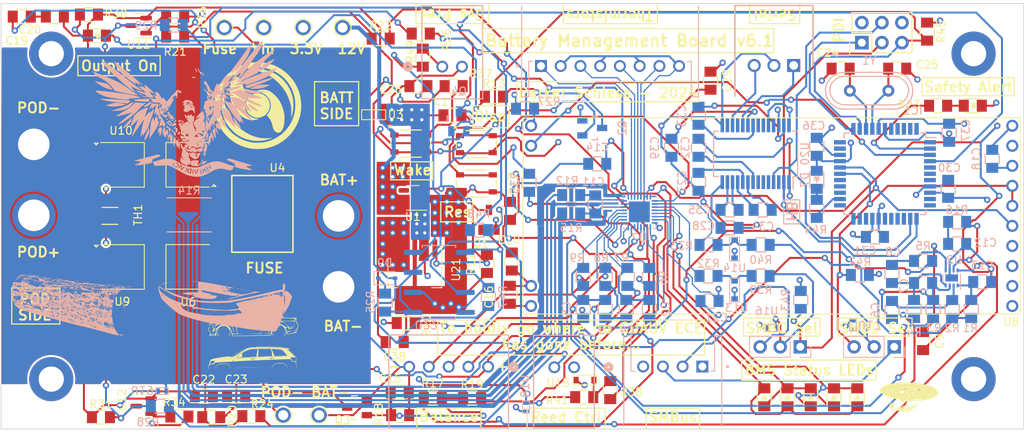
<source format=kicad_pcb>
(kicad_pcb (version 20221018) (generator pcbnew)
  (layers (0 "F.Cu" signal) (1 "In1.Cu" signal "PWR") (2 "In2.Cu" signal "GND") (31 "B.Cu" signal) (34 "B.Paste" user) (35 "F.Paste" user) (36 "B.SilkS" user "B.Silkscreen") (37 "F.SilkS" user "F.Silkscreen") (38 "B.Mask" user) (39 "F.Mask" user) (44 "Edge.Cuts" user))
  (net 0 "")
  (net 1 "GNDPWR")
  (net 2 "Net-(IC1-PR0{slash}XTAL2{slash}TOSC2)")
  (net 3 "Net-(IC1-PR1{slash}XTAL1{slash}TOSC1)")
  (net 4 "GND")
  (net 5 "Net-(C12-Pad2)")
  (net 6 "/Vin")
  (net 7 "Net-(Q3-G)")
  (net 8 "GND1")
  (net 9 "Net-(C19-Pad1)")
  (net 10 "Net-(C19-Pad2)")
  (net 11 "Net-(C22-Pad2)")
  (net 12 "/PACK+")
  (net 13 "+12V")
  (net 14 "+3.3V")
  (net 15 "Net-(IC1-PDI_DATA)")
  (net 16 "/RX_MCU")
  (net 17 "/TX_MCU")
  (net 18 "Net-(IC1-~{RESET}{slash}PDI_CLK)")
  (net 19 "Net-(D1-K)")
  (net 20 "/LEDCNTLB")
  (net 21 "/LEDCNTLC")
  (net 22 "/LEDCNTLA")
  (net 23 "Net-(D7-A)")
  (net 24 "Net-(Q3-D)")
  (net 25 "/OLED_RES")
  (net 27 "Net-(D8-A)")
  (net 28 "Net-(IC1-PD4{slash}OC1A{slash}~{SS})")
  (net 31 "Net-(U7-VC4)")
  (net 33 "/BAT+")
  (net 34 "Net-(BALANCE1-Pin_2)")
  (net 35 "Net-(BALANCE1-Pin_3)")
  (net 36 "Net-(BALANCE1-Pin_4)")
  (net 40 "/RX_OUT")
  (net 41 "/TX_OUT")
  (net 43 "Net-(SMBD_SEL1-C)")
  (net 45 "/SDA")
  (net 46 "/PRES{slash}SHUTDN")
  (net 47 "Net-(SMBC_SEL1-C)")
  (net 48 "/SCL")
  (net 49 "Net-(D9-K)")
  (net 51 "Net-(U7-VC3)")
  (net 52 "/LDO_EN")
  (net 53 "Net-(Q2-D)")
  (net 54 "Net-(U7-VC2)")
  (net 55 "Net-(U7-VC1)")
  (net 56 "/PWR_PRES{slash}SHUTDN")
  (net 57 "Net-(U2-V4)")
  (net 58 "Net-(U2-V3)")
  (net 59 "Net-(R26-Pad1)")
  (net 60 "Net-(U2-V2)")
  (net 61 "Net-(R34-Pad1)")
  (net 62 "Net-(R38-Pad2)")
  (net 63 "Net-(U2-V1)")
  (net 81 "Net-(SMBC_SEL1-B)")
  (net 82 "Net-(U7-SRP)")
  (net 83 "Net-(U7-SRN)")
  (net 84 "Net-(THERMS1-Pin_1)")
  (net 85 "Net-(THERMS1-Pin_3)")
  (net 86 "Net-(THERMS1-Pin_5)")
  (net 87 "Net-(THERMS1-Pin_7)")
  (net 88 "Net-(SMBD_SEL1-A)")
  (net 90 "Net-(U2-VDD)")
  (net 91 "Net-(U7-PBI)")
  (net 92 "Net-(U8-VCOMH)")
  (net 93 "Net-(U7-PTC)")
  (net 94 "Net-(U20-V+)")
  (net 95 "Net-(U20-V-)")
  (net 96 "Net-(U20-C1-)")
  (net 97 "Net-(U20-C1+)")
  (net 98 "Net-(U20-C2-)")
  (net 99 "Net-(U20-C2+)")
  (net 100 "Net-(U20-C3-)")
  (net 101 "Net-(U20-C3+)")
  (net 102 "Net-(U20-C4-)")
  (net 103 "Net-(U20-C4+)")
  (net 104 "Net-(U20-ISOVcc)")
  (net 105 "/REED_OUT")
  (net 106 "Net-(U2-REG)")
  (net 107 "Net-(U2-OUT)")
  (net 108 "Net-(U7-FUSE)")
  (net 109 "Net-(R20-Pad1)")
  (net 110 "Net-(R21-Pad2)")
  (net 111 "Net-(U7-CHG)")
  (net 112 "Net-(U7-VCC)")
  (net 113 "Net-(U8-IREF)")
  (net 114 "Net-(R28-Pad1)")
  (net 115 "Net-(U7-DSG)")
  (net 116 "Net-(R29-Pad1)")
  (net 117 "Net-(U7-SMBC)")
  (net 118 "Net-(R32-Pad2)")
  (net 119 "Net-(U7-SMBD)")
  (net 120 "Net-(R33-Pad2)")
  (net 121 "Net-(U7-PACK)")
  (net 122 "Net-(R36-Pad1)")
  (net 123 "Net-(R37-Pad1)")
  (net 135 "/DISP")
  (net 137 "Net-(IC1-AC1OUT{slash}AC6{slash}ADC6{slash}PA6)")
  (net 138 "/REED_MCU")
  (net 139 "Net-(R25-Pad1)")
  (net 140 "/BQ_PRES{slash}SHUTDN")
  (net 141 "/POD_SYS_PRES")
  (footprint "cuauv:LED_0805" (layer "F.Cu") (at 216.4842 86.36 180)
    (fp_text reference "D8" hide)
    (fp_text value "ALERT")
  )
  (footprint "cuauv:C_0805" (layer "F.Cu") (at 100.203 75.057)
    (fp_text reference "C20")
    (fp_text value "0.1uF")
  )
  (footprint "cuauv:TESTPOINT" (layer "F.Cu") (at 121.666 76.454)
    (fp_text reference "FUSE1" hide)
    (fp_text value "TestPoint")
  )
  (footprint "cuauv:WetNoodle" (layer "F.Cu") (at 97.536 95.758 -90)
    (fp_text reference "PACK1" hide)
    (fp_text value "Conn_01x02" hide)
  )
  (footprint "cuauv:C_0805" (layer "F.Cu") (at 150.5712 87.5792)
    (fp_text reference "C1")
    (fp_text value "1uF")
  )
  (footprint "cuauv:cuauv_prop" (layer "F.Cu") (at 125.984 86.36)
    (fp_text reference "G1" hide)
    (fp_text value "LOGO" hide)
  )
  (footprint "cuauv:C_0805" (layer "F.Cu") (at 119.0752 123.19)
    (fp_text reference "C22")
    (fp_text value "0.1uF")
  )
  (footprint "cuauv:C_0805" (layer "F.Cu") (at 143.256 116.332)
    (fp_text reference "C38")
    (fp_text value "10uF")
  )
  (footprint "cuauv:TESTPOINT" (layer "F.Cu") (at 136.652 76.454)
    (fp_text reference "12V1" hide)
    (fp_text value "TestPoint")
  )
  (footprint "cuauv:chally" (layer "F.Cu") (at 125.235413 113.880397)
    (fp_text reference "G3" hide)
    (fp_text value "LOGO" hide)
  )
  (footprint "MountingHole:MountingHole_3.2mm_M3_DIN965_Pad" (layer "F.Cu") (at 99.7458 79.756)
    (fp_text reference "Mount1" hide)
    (fp_text value "Mount1")
  )
  (footprint "MountingHole:MountingHole_3.2mm_M3_DIN965_Pad" (layer "F.Cu") (at 99.7458 121.031)
    (fp_text reference "Mount2" hide)
    (fp_text value "Mount2" hide)
  )
  (footprint "cuauv:SOD-323" (layer "F.Cu") (at 141.7066 87.503 180)
    (fp_text reference "U3")
    (fp_text value "BAT54HT1G")
  )
  (footprint "cuauv:R_1206" (layer "F.Cu") (at 107.188 100.33 180)
    (fp_text reference "TH1")
    (fp_text value "10k")
  )
  (footprint "cuauv:SQJ422EP" (layer "F.Cu") (at 108.712 93.98)
    (fp_text reference "U10")
    (fp_text value "SQJ422EP")
  )
  (footprint "cuauv:R_0805" (layer "F.Cu") (at 155.829 85.217)
    (fp_text reference "R13")
    (fp_text value "1k")
  )
  (footprint "cuauv:PTS810_CNK" (layer "F.Cu") (at 145.288 91.1606)
    (fp_text reference "WAKE1" hide)
    (fp_text value "SW_Push_Dual")
  )
  (footprint "cuauv:LED_0805" (layer "F.Cu") (at 195.961 123.3424 90)
    (fp_text reference "D2" hide)
    (fp_text value "LED3")
  )
  (footprint "cuauv:R_0805" (layer "F.Cu") (at 106.045 125.857)
    (fp_text reference "R31")
    (fp_text value "10M")
  )
  (footprint "cuauv:C_0805" (layer "F.Cu") (at 158.0896 106.1212 -90)
    (fp_text reference "C10")
    (fp_text value "1uF")
  )
  (footprint "cuauv:LED_0805" (layer "F.Cu") (at 201.8574 123.3424 90)
    (fp_text reference "D6" hide)
    (fp_text value "LED5")
  )
  (footprint "cuauv:R_0805" (layer "F.Cu") (at 170.561 122.428 90)
    (fp_text reference "R38")
    (fp_text value "200")
  )
  (footprint "cuauv:C_0805" (layer "F.Cu") (at 146.2532 83.8708)
    (fp_text reference "C26")
    (fp_text value "10uF")
  )
  (footprint "Package_TO_SOT_SMD:SOT-23" (layer "F.Cu") (at 111.4575 124.46 180)
    (fp_text reference "U12")
    (fp_text value "2N7002K")
  )
  (footprint "cuauv:R_0805" (layer "F.Cu") (at 146.812 80.264 -90)
    (fp_text reference "R49")
    (fp_text value "2k")
  )
  (footprint "cuauv:LED_0805" (layer "F.Cu") (at 193.0146 123.3424 90)
    (fp_text reference "D5" hide)
    (fp_text value "LED2")
  )
  (footprint "cuauv:C_0805" (layer "F.Cu") (at 157.861 99.695 90)
    (fp_text reference "C17")
    (fp_text value "2.2uF")
  )
  (footprint "cuauv:PTS810_CNK" (layer "F.Cu") (at 153.6016 96.207)
    (fp_text reference "MCU_RES1" hide)
    (fp_text value "SW_Push_Dual")
  )
  (footprint "cuauv:R_0805" (layer "F.Cu") (at 148.082 123.444)
    (fp_text reference "R17")
    (fp_text value "5.1k")
  )
  (footprint "cuauv:R_0805" (layer "F.Cu") (at 212.09 86.36 180)
    (fp_text reference "R23")
    (fp_text value "330")
  )
  (footprint "cuauv:R_0805" (layer "F.Cu") (at 153.0604 123.444)
    (fp_text reference "R19")
    (fp_text value "5.1k")
  )
  (footprint "cuauv:R_0805" (layer "F.Cu") (at 210.693 76.962 -90)
    (fp_text reference "R45")
    (fp_text value "10k")
  )
  (footprint "cuauv:TESTPOINT" (layer "F.Cu") (at 131.656666 76.454)
    (fp_text reference "3.3V1" hide)
    (fp_text value "TestPoint")
  )
  (footprint "cuauv:R_0805" (layer "F.Cu") (at 104.521 74.803)
    (fp_text reference "R30")
    (fp_text value "10M")
  )
  (footprint "cuauv:R_0805" (layer "F.Cu") (at 146.558 77.216)
    (fp_text reference "R26")
    (fp_text value "100")
  )
  (footprint "cuauv:PDI_Header" (layer "F.Cu") (at 202.428 78.364 90)
    (fp_text reference "PROG1" hide)
    (fp_text value "AVR-PDI-6")
  )
  (footprint "cuauv:PTS810_CNK" (layer "F.Cu") (at 153.5938 91.2368)
    (fp_text reference "DISP1" hide)
    (fp_text value "SW_Push_Dual")
  )
  (footprint "cuauv:enterprise_d" (layer "F.Cu") (at 208.407 123.19)
    (fp_text reference "G***" hide)
    (fp_text value "LOGO" hide)
  )
  (footprint "cuauv:R_0805" (layer "F.Cu") (at 125.095 125.73)
    (fp_text reference "R24")
    (fp_text value "5.1k")
  )
  (footprint "cuauv:C_0805" (layer "F.Cu") (at 123.1646 123.1646)
    (fp_text reference "C23")
    (fp_text value "0.1uF")
  )
  (footprint "cuauv:wk2" (layer "F.Cu") (at 125.235413 118.325397)
    (fp_text reference "G6" hide)
    (fp_text value "LOGO" hide)
  )
  (footprint "cuauv:SQJ422EP" (layer "F.Cu") (at 117.094 93.726 180)
    (fp_text reference "U5")
    (fp_text value "SQJ422EP")
  )
  (footprint "cuauv:C_0805" (layer "F.Cu") (at 157.8356 110.3376 -90)
    (fp_text reference "C16")
    (fp_text value "100nF")
  )
  (footprint "cuauv:C_0805" (layer "F.Cu") (at 199.7456 81.661)
    (fp_text reference "C24")
    (fp_text value "18pF")
  )
  (footprint "cuauv:OLEDM204" (layer "F.Cu") (at 221.488 111.76 180)
    (fp_text reference "U8")
    (fp_text value "OLEDM204" hide)
  )
  (footprint "Package_TO_SOT_SMD:SOT-23" (layer "F.Cu") (at 110.8225 76.2 180)
    (fp_text reference "U11")
    (fp_text value "2N7002K")
  )
  (footprint "cuauv:R_0805" (layer "F.Cu") (at 144.653 113.919)
    (fp_text reference "R10")
    (fp_text value "100k")
  )
  (footprint "cuauv:C_0805" (layer "F.Cu") (at 143.891 122.7074 180)
    (fp_text reference "C15")
    (fp_text value "0.1uF")
  )
  (footprint "cuauv:SQJ422EP" (layer "F.Cu") (at 108.712 106.934)
    (fp_text reference "U9")
    (fp_text value "SQJ422EP")
  )
  (footprint "MountingHole:MountingHole_3.2mm_M3_DIN965_Pad" (layer "F.Cu") (at 216.5858 79.756)
    (fp_text reference "Mount3" hide)
    (fp_text value "Mount3")
  )
  (footprint "cuauv:SOT-23-3" (layer "F.Cu") (at 155.194 100.838)
    (fp_text reference "Q1")
    (fp_text value "PMOS")
  )
  (footprint "cuauv:TESTPOINT" (layer "F.Cu") (at 126.661333 76.454)
    (fp_text reference "Vin1" hide)
    (fp_text value "TestPoint")
  )
  (footprint "cuauv:C_0805" (layer "F.Cu") (at 96.012 75.057)
    (fp_text reference "C19")
    (fp_text value "0.1uF")
  )
  (footprint "cuauv:R_0805" (layer "F.Cu") (at 143.9418 125.603)
    (fp_text reference "R18")
    (fp_text value "51k")
  )
  (footprint "cuauv:R_0805" (layer "F.Cu") (at 115.443 77.597)
    (fp_text reference "R21")
    (fp_text value "10M")
  )
  (footprint "cuauv:R_0805" (layer "F.Cu") (at 154.94 106.426 -90)
    (fp_text reference "R11")
    (fp_text value "10k")
  )
  (footprint "cuauv:R_0805" (layer "F.Cu") (at 141.478 77.851)
    (fp_text reference "R22")
    (fp_text value "5.1k")
  )
  (footprint "cuauv:C_0805" (layer "F.Cu") (at 183.261 83.185 -90)
    (fp_text reference "C29")
    (fp_text value "10nF")
  )
  (footprint "cuauv:R_0805" (layer "F.Cu") (at 115.443 75.057)
    (fp_text reference "R36")
    (fp_text value "10k")
  )
  (footprint "cuauv:SOT-23-3" (layer "F.Cu") (at 138.47426 124.653 90)
    (fp_text reference "Q3")
    (fp_text value "NMOS")
  )
  (footprint "MountingHole:MountingHole_3.2mm_M3_DIN965_Pad" (layer "F.Cu") (at 216.5858 121.031)
    (fp_text reference "Mount4" hide)
    (fp_text value "Mount4")
  )
  (footprint "cuauv:TESTPOINT" (layer "F.Cu") (at 129.1336 125.603)
    (fp_text reference "GNDPWR1" hide)
    (fp_text value "TestPoint")
  )
  (footprint "cuauv:C_0805" (layer "F.Cu") (at 206.9084 81.661 180)
    (fp_text reference "C25")
    (fp_text value "18pF")
  )
  (footprint "Package_TO_SOT_SMD:SOT-23-5" (layer "F.Cu") (at 145.542 98.044 180)
    (fp_text reference "U1")
    (fp_text value "LDK320AM120R")
  )
  (footprint "cuauv:R_0805" (layer "F.Cu") (at 167.259 123.317 180)
    (fp_text reference "R41")
    (fp_text value "1k")
  )
  (footprint "cuauv:SQJ422EP" (layer "F.Cu") (at 117.094 106.6667 180)
    (fp_text reference "U6")
    (fp_text value "SQJ422EP")
  )
  (footprint "cuauv:SOD-323" (layer "F.Cu") (at 166.243 121.158)
    (fp_text reference "U15")
    (fp_text value "MM3Z5V6C")
  )
  (footprint "cuauv:R_0805" (layer "F.Cu") (at 115.9764 125.7808)
    (fp_text reference "R34")
    (fp_text value "10k")
  )
  (footprint "cuauv:C_0805" (layer "F.Cu") (at 210.185 116.205 -90)
    (fp_text reference "C9")
    (fp_text value "0.1uF")
  )
  (footprint "cuauv:R_0805" (layer "F.Cu") (at 150.7236 83.8708 180)
    (fp_text reference "R37")
    (fp_text value "10k")
  )
  (footprint "cuauv:SOT-223-6_TabPin3" (layer "F.Cu") (at 145.796 107.569 -90)
    (fp_text reference "U21")
    (fp_text value "TPS7A4533")
  )
  (footprint "cuauv:R_0805" (layer "F.Cu") (at 120.015 125.857)
    (fp_text reference "R20")
    (fp_text value "10M")
  )
  (footprint "cuauv:TESTPOINT" (layer "F.Cu") (at 133.6802 125.603)
    (fp_text reference "BAT-1" hide)
    (fp_text value "TestPoint")
  )
  (footprint "cuauv:LED_0805" (layer "F.Cu") (at 190.0682 123.3424 90)
    (fp_text reference "D3" hide)
    (fp_text value "LED1")
  )
  (footprint "cuauv:WetNoodle" (layer "F.Cu") (at 136.144 104.83 90)
    (fp_text reference "BAT1" hide)
    (fp_text value "Conn_01x02" hide)
  )
  (footprint "cuauv:ITV9550L1460MR" (layer "F.Cu") (at 128.0541 95.4913 -90)
    (fp_text reference "U4")
    (fp_text value "ITV9550L1460")
  )
  (footprint "cuauv:LED_0805" (layer "F.Cu") (at 198.9074 123.3424 90)
    (fp_text reference "D4" hide)
    (fp_text value "LED4")
  )
  (footprint "cuauv:LED_0805" (layer "F.Cu") (at 105.537 77.47 180)
    (fp_text reference "D1" hide)
    (fp_text value "OUTPUT")
  )
  (footprint "cuauv:R_0805" (layer "B.Cu") (at 167.132 108.077 90)
    (fp_text reference "R9")
    (fp_text value "100")
  )
  (footprint "cuauv:R_0805" (layer "B.Cu") (at 210.185 106.045 180)
    (fp_text reference "R5")
    (fp_text value "1k")
  )
  (footprint "cuauv:R_0805" (layer "B.Cu") (at 214.503 101.092 180)
    (fp_text reference "R16")
    (fp_text value "5.1")
  )
  (footprint "cuauv:C_0805" (layer "B.Cu") (at 183.134 111.125 180)
    (fp_text reference "C21")
    (fp_text value "0.1uF")
  )
  (footprint "cuauv:R_0805" (layer "B.Cu") (at 115.2652 76.1238)
    (fp_text reference "R29")
    (fp_text value "5.1k")
  )
  (footprint "cuauv:C_0805" (layer "B.Cu") (at 213.487 89.789 -90)
    (fp_text reference "C37")
    (fp_text value "0.1uF")
  )
  (footprint "cuauv:R_0805" (layer "B.Cu") (at 142.0368 111.3282 90)
    (fp_text reference "R25")
    (fp_text value "2k")
  )
  (footprint "cuauv:R_0805" (layer "B.Cu") (at 155.1178 110.617 90)
    (fp_text reference "R47")
    (fp_text value "10k")
  )
  (footprint "cuauv:X1-DFN1006-2" (layer "B.Cu") (at 191.516 114.554 180)
    (fp_text reference "U16")
    (fp_text value "D20V0L1B2LP")
  )
  (footprint "cuauv:C_0805" (layer "B.Cu") (at 189.865 99.568)
    (fp_text reference "C34")
    (fp_text value "0.1uF")
  )
  (footprint "cuauv:C_0805" (layer "B.Cu") (at 210.185 108.839 180)
    (fp_text reference "C7")
    (fp_text value "0.1uF")
  )
  (footprint "cuauv:C_0805" (layer "B.Cu") (at 181.737 96.012 -90)
    (fp_text reference "C27")
    (fp_text value "0.47uF")
  )
  (footprint "cuauv:R_0805" (layer "B.Cu") (at 183.007 107.95)
    (fp_text reference "R32")
    (fp_text value "200")
  )
  (footprint "Package_SON:WSON-8-1EP_2x2mm_P0.5mm_EP0.9x1.6mm" (layer "B.Cu") (at 213.807 108.2 90)
    (fp_text reference "U2")
    (fp_text value "BQ296100DSGT")
  )
  (footprint "cuauv:C_0805" (layer "B.Cu") (at 168.91 93.726 180)
    (fp_text reference "C14")
    (fp_text value "2.2uF")
  )
  (footprint "cuauv:R_0805" (layer "B.Cu") (at 165.608 100.0252 180)
    (fp_text reference "R15")
    (fp_text value "100")
  )
  (footprint "cuauv:SOT-23-3" (layer "B.Cu") (at 168.275 89.1794 90)
    (fp_text reference "Q2")
    (fp_text value "NMOS")
  )
  (footprint "cuauv:CONN_S2B-XH-A-1LFSN_JST" (layer "B.Cu") (at 149.2758 81.407)
    (fp_text reference "SYS_PRES1" hide)
    (fp_text value "Conn_01x02")
  )
  (footprint "cuauv:C_0805" (layer "B.Cu") (at 196.723 91.567 90)
    (fp_text reference "C36")
    (fp_text value "0.1uF")
  )
  (footprint "cuauv:R_0805" (layer "B.Cu") (at 216.281 112.141 90)
    (fp_text reference "R1")
    (fp_text value "100")
  )
  (footprint "cuauv:R_0805" (layer "B.Cu") (at 189.611 107.95)
    (fp_text reference "R39")
    (fp_text value "100")
  )
  (footprint "cuauv:R_0805" (layer "B.Cu") (at 202.184 107.823 180)
    (fp_text reference "R42")
    (fp_text value "10k")
  )
  (footprint "cuauv:C_0805" (layer "B.Cu") (at 217.678 108.712 180)
    (fp_text reference "C13")
    (fp_text value "0.1uF")
  )
  (footprint "cuauv:R_0805" (layer "B.Cu") (at 194.691 110.998 -90)
    (fp_text reference "R43")
    (fp_text value "10k")
  )
  (footprint "cuauv:R_0805" (layer "B.Cu") (at 213.868 112.141 90)
    (fp_text reference "R2")
    (fp_text value "1k")
  )
  (footprint "cuauv:SOT-23-3" (layer "B.Cu") (at 151.384 88.3412 180)
    (fp_text reference "Q4")
    (fp_text value "NMOS")
  )
  (footprint "cuauv:X1-DFN1006-2" (layer "B.Cu") (at 159.893 124.08789 -90)
    (fp_text reference "U18")
    (fp_text value "D20V0L1B2LP")
  )
  (footprint "cuauv:R_0805" (layer "B.Cu") (at 159.766 86.741 180)
    (fp_text reference "R27")
    (fp_text value "910k")
  )
  (footprint "cuauv:SOD-323" (layer "B.Cu") (at 186.309 105.664 90)
    (fp_text reference "U14")
    (fp_text value "MM3Z5V6C")
  )
  (footprint "cuauv:Crystal_Common" (layer "B.Cu") (at 203.3524 84.455 180)
    (fp_text reference "Y1")
    (fp_text value "Crystal")
  )
  (footprint "cuauv:X1-DFN1006-2" (layer "B.Cu") (at 113.29289 122.555)
    (fp_text reference "U19")
    (fp_text value "D20V0L1B2LP")
  )
  (footprint "cuauv:R_0805" (layer "B.Cu") (at 209.042 112.141 90)
    (fp_text reference "R4")
    (fp_text value "1k")
  )
  (footprint "cuauv:C_0805" (layer "B.Cu") (at 169.926 112.141 90)
    (fp_text reference "C4")
    (fp_text value "0.1uF")
  )
  (footprint "cuauv:C_0805" (layer "B.Cu") (at 181.737 87.63 -90)
    (fp_text reference "C33")
    (fp_text value "0.47uF")
  )
  (footprint "cuauv:JST_S8B-XH-A-1_LF__SN_" (layer "B.Cu") (at 170.53285 79.4766)
    (fp_text reference "THERMS1" hide)
    (fp_text value "Conn_01x08")
  )
  (footprint "cuauv:R_0805" (layer "B.Cu") (at 196.723 99.441 -90)
    (fp_text reference "R44")
    (fp_text value "330")
  )
  (footprint "cuauv:R_0805" (layer "B.Cu") (at 189.611 104.013)
    (fp_text reference "R40")
    (fp_text value "100")
  )
  (footprint "cuauv:C_0805" (layer "B.Cu") (at 204.089 102.997 180)
    (fp_text reference "C31")
    (fp_text value "0.1uF")
  )
  (footprint "cuauv:C_0805" (layer "B.Cu") (at 185.674 99.568)
    (fp_text reference "C35")
    (fp_text value "0.47uF")
  )
  (footprint "cuauv:R_0805" (layer "B.Cu") (at 172.72 108.077 90)
    (fp_text reference "R7")
    (fp_text value "100")
  )
  (footprint "cuauv:LED_0805" (layer "B.Cu") (at 196.723 95.758 -90)
    (fp_text reference "D7")
    (fp_text value "LED")
  )
  (footprint "cuauv:JST_S4B-XH-A-1" (layer "B.Cu") (at 178.47715 121.285 180)
    (fp_text reference "SMBUS_OUT1" hide)
    (fp_text value "Conn_01x04")
  )
  (footprint "cuauv:C_0805" (layer "B.Cu") (at 206.248 107.696 90)
    (fp_text reference "C8")
    (fp_text value "0.1uF")
  )
  (footprint "cuauv:C_0805" (layer "B.Cu") (at 172.593 112.141 -90)
    (fp_text reference "C3")
    (fp_text value "0.1uF")
  )
  (footprint "cuauv:X1-DFN1006-2" (layer "B.Cu") (at 201.295 114.66576 90)
    (fp_text reference "U17")
    (fp_text value "D20V0L1B2LP")
  )
  (footprint "cuauv:R_0805" (layer "B.Cu") (at 211.455 112.141 90)
    (fp_text reference "R3")
    (fp_text value "1k")
  )
  (footprint "cuauv:R_0805" (layer "B.Cu") (at 113.5126 124.46)
    (fp_text reference "R28")
    (fp_text value "5.1k")
  )
  (footprint "cuauv:CONN_S5B-XH-A-1LFSN_JST" (layer "B.Cu") (at 155.0886 119.4635)
    (fp_text reference "BALANCE1" hide)
    (fp_text value "Conn_01x05")
  )
  (footprint "cuauv:C_0805" (layer "B.Cu") (at 213.36 96.901 -90)
    (fp_text reference "C30")
    (fp_text value "0.1uF")
  )
  (footprint "cuauv:R_0805" (layer "B.Cu") (at 169.926 108.077 -90)
    (fp_text reference "R8")
    (fp_text value "100")
  )
  (footprint "cuauv:SSOP-28_5.3x10.2mm_Pitch0.65mm" (layer "B.Cu") (at 188.976 92.456 90)
    (fp_text reference "U20")
    (fp_text value "MAX3250")
  )
  (footprint "Connector_PinHeader_2.54mm:PinHeader_1x03_P2.54mm_Vertical" (layer "B.Cu") (at 194.6252 116.9416 90)
    (fp_text reference "SMBC_SEL1" hide)
    (fp_text value "Jumper_3_Open")
  )
  (footprint "cuauv:TQFP-44_10x10mm_Pitch0.8mm" (layer "B.Cu") (at 205.359 94.996 180)
    (fp_text reference "IC1")
    (fp_text value "ATXMEGA32A4U-A-")
  )
  (footprint "cuauv:R_0805" (layer "B.Cu") (at 165.608 97.6884 180)
    (fp_text reference "R12")
    (fp_text value "100")
  )
  (footprint "cuauv:boat_fp" (layer "B.Cu") (at 121.793 110.871 180)
    (fp_text reference "G4" hide)
    (fp_text value "LOGO" hide)
  )
  (footprint "cuauv:SHDRRA3W64P0X250_1X3_990X1150X610P" (layer "B.Cu") (at 193.7982 81.2546 180)
    (fp_text reference "SERIAL_OUT1" hide)
    (fp_text value "Conn_01x03" hide)
  )
  (footprint "cuauv:C_0805" (layer "B.Cu") (at 178.308 91.694 -90)
    (fp_text reference "C39")
    (fp_text value "2.2uF")
  )
  (footprint "Diode_SMD:D_SOD-323" (layer "B.Cu") (at 142.24 108.2294)
    (fp_text reference "D9")
    (fp_text value "D")
  )
  (footprint "cuauv:R_2512" (layer "B.Cu") (at 117.221 100.203 180)
    (fp_text reference "R14")
    (fp_text value "0.001")
  )
  (footprint "cuauv:C_0805" (layer "B.Cu") (at 175.514 112.141 90)
    (fp_text reference "C2")
    (fp_text value "0.1uF")
  )
  (footprint "cuauv:G3VM-62J1(TR)" (layer "B.Cu") (at 148.9202 108.7628)
    (fp_text reference "U22")
    (fp_text value "~")
  )
  (footprint "cuauv:CONN_S2B-XH-A-1LFSN_JST" (layer "B.Cu") (at 165.974399 119.5324 180)
    (fp_text reference "REED1" hide)
    (fp_text value "Conn_01x02")
  )
  (footprint "cuauv:R_0805" (layer "B.Cu") (at 175.514 108.077 90)
    (fp_text reference "R6")
    (fp_text value "100")
  )
  (footprint "cuauv:R_0805" (layer "B.Cu") (at 153.924 102.1334 180)
    (fp_text reference "R48")
    (fp_text value "10k")
  )
  (footprint "cuauv:C_0805" (layer "B.Cu") (at 167.132 112.141 -90)
    (fp_text reference "C5")
    (fp_text value "0.1uF")
  )
  (footprint "cuauv:C_0805" (layer "B.Cu") (at 214.503 103.886 180)
    (fp_text reference "C12")
    (fp_text value "0.47uF")
  )
  (footprint "cuauv:zyzz" (layer "B.Cu") (at 116.967 87.249 180)
    (fp_text reference "G***" hide)
    (fp_text value "LOGO" hide)
  )
  (footprint "cuauv:log_fp" (layer "B.Cu") (at 102.87 111.506 180)
    (fp_text reference "G5" hide)
    (fp_text value "LOGO" hide)
  )
  (footprint "cuauv:C_0805" (layer "B.Cu") (at 206.248 112.268 -90)
    (fp_text reference "C6")
    (fp_text value "0.1uF")
  )
  (footprint "cuauv:SOD-323" (layer "B.Cu") (at 186.309 110.8456 90)
    (fp_text reference "U13")
    (fp_text value "MM3Z5V6C")
  )
  (footprint "cuauv:R_0805" (layer "B.Cu") (at 183.007 104.013)
    (fp_text reference "R33")
    (fp_text value "200")
  )
  (footprint "cuauv:R_0805" (layer "B.Cu") (at 160.274 96.139 -90)
    (fp_text reference "R35")
    (fp_text value "10k")
  )
  (footprint "Connector_PinHeader_2.54mm:PinHeader_1x03_P2.54mm_Vertical" (layer "B.Cu") (at 206.5274 116.9416 90)
    (fp_text reference "SMBD_SEL1" hide)
    (fp_text value "Jumper_3_Open")
  )
  (footprint "cuauv:C_0805" (layer "B.Cu") (at 168.656 98.8822 -90)
    (fp_text reference "C11")
    (fp_text value "0.1uF")
  )
  (footprint "cuauv:C_0805" (layer "B.Cu") (at 218.948 93.091 90)
    (fp_text reference "C18")
    (fp_text value "2.2uF")
  )
  (footprint "Package_DFN_QFN:QFN-32-1EP_4x4mm_P0.4mm_EP2.65x2.65mm" (layer "B.Cu") (at 174.244 99.822)
    (fp_text reference "U7")
    (fp_text value "BQ40Z50-R2")
  )
  (footprint "cuauv:C_0805" (layer "B.Cu") (at 185.674 101.854)
    (fp_text reference "C28")
    (fp_text value "0.47uF")
  )
  (footprint "cuauv:C_0805" (layer "B.Cu") (at 181.737 91.694 -90)
    (fp_text reference "C32")
    (fp_text value "0.47uF")
  )
  (gr_line (start 192.532 98.298) (end 192.532 101.346) (stroke (width 0.15)) (layer "B.SilkS"))
  (gr_line (start 194.564 98.298) (end 192.532 98.298) (stroke (width 0.15)) (layer "B.SilkS"))
  (gr_line (start 194.564 101.346) (end 194.564 98.298) (stroke (width 0.15)) (layer "B.SilkS"))
  (gr_line (start 192.532 101.346) (end 194.564 101.346) (stroke (width 0.15)) (layer "B.SilkS"))
  (gr_line (start 182.499 117.983) (end 182.499 113.538) (stroke (width 0.15)) (layer "F.SilkS"))
  (gr_line (start 148.717 113.538) (end 148.717 117.983) (stroke (width 0.15)) (layer "F.SilkS"))
  (gr_line (start 197.104 115.57) (end 197.104 113.284) (stroke (width 0.15)) (layer "F.SilkS"))
  (gr_line (start 138.684 83.312) (end 138.684 88.9) (stroke (width 0.15)) (layer "F.SilkS"))
  (gr_line (start 204.216 121.158) (end 204.216 118.618) (stroke (width 0.15)) (layer "F.SilkS"))
  (gr_line (start 187.198 121.158) (end 204.216 121.158) (stroke (width 0.15)) (layer "F.SilkS"))
  (gr_line (start 175.133 124.714) (end 175.133 127.254) (stroke (width 0.15)) (layer "F.SilkS"))
  (gr_line (start 196.85 113.284) (end 187.452 113.284) (stroke (width 0.15)) (layer "F.SilkS"))
  (gr_line (start 133.35 83.312) (end 138.684 83.312) (stroke (width 0.15)) (layer "F.SilkS"))
  (gr_line (start 100.838 114.046) (end 100.838 109.474) (stroke (width 0.15)) (layer "F.SilkS"))
  (gr_line (start 154.432 79.629) (end 191.262 79.629) (stroke (width 0.15)) (layer "F.SilkS"))
  (gr_line (start 113.538 82.55) (end 113.538 80.01) (stroke (width 0.15)) (layer "F.SilkS"))
  (gr_line (start 204.216 118.618) (end 187.198 118.618) (stroke (width 0.15)) (layer "F.SilkS"))
  (gr_line (start 154.305 76.581) (end 154.305 79.629) (stroke (width 0.15)) (layer "F.SilkS"))
  (gr_line (start 142.748 95.758) (end 148.082 95.758) (stroke (width 0.15)) (layer "F.SilkS"))
  (gr_line (start 142.748 93.472) (end 142.748 95.758) (stroke (width 0.15)) (layer "F.SilkS"))
  (gr_line (start 153.162 101.092) (end 149.098 101.092) (stroke (width 0.15)) (layer "F.SilkS"))
  (gr_line (start 153.162 98.552) (end 153.162 99.06) (stroke (width 0.15)) (layer "F.SilkS"))
  (gr_line (start 164.592 73.406) (end 164.592 75.946) (stroke (width 0.15)) (layer "F.SilkS"))
  (gr_line (start 160.02 127.254) (end 160.02 124.714) (stroke (width 0.15)) (layer "F.SilkS"))
  (gr_line (start 113.538 80.01) (end 103.124 80.01) (stroke (width 0.15)) (layer "F.SilkS"))
  (gr_line (start 176.53 75.946) (end 176.53 73.406) (stroke (width 0.15)) (layer "F.SilkS"))
  (gr_line (start 182.499 113.538) (end 148.717 113.538) (stroke (width 0.15)) (layer "F.SilkS"))
  (gr_line (start 188.214 73.406) (end 188.214 75.946) (stroke (width 0.15)) (layer "F.SilkS"))
  (gr_line (start 94.742 109.474) (end 94.742 114.046) (stroke (width 0.15)) (layer "F.SilkS"))
  (gr_line (start 146.05 127.254) (end 146.05 124.714) (stroke (width 0.15)) (layer "F.SilkS"))
  (gr_line (start 191.262 76.581) (end 191.262 79.629) (stroke (width 0.15)) (layer "F.SilkS"))
  (gr_line (start 210.058 84.836) (end 210.058 85.09) (stroke (width 0.15)) (layer "F.SilkS"))
  (gr_line (start 133.096 83.312) (end 133.35 83.312) (stroke (width 0.15)) (layer "F.SilkS"))
  (gr_line (start 221.742 82.804) (end 221.488 82.804) (stroke (width 0.15)) (layer "F.SilkS"))
  (gr_line (start 169.926 124.714) (end 169.926 127.254) (stroke (width 0.15)) (layer "F.SilkS"))
  (gr_line (start 157.734 89.154) (end 153.162 89.154) (stroke (width 0.15)) (layer "F.SilkS"))
  (gr_line (start 208.788 113.284) (end 199.39 113.284) (stroke (width 0.15)) (layer "F.SilkS"))
  (gr_line (start 138.684 88.9) (end 133.096 88.9) (stroke (width 0.15)) (layer "F.SilkS"))
  (gr_line (start 153.162 86.36) (end 157.734 86.36) (stroke (width 0.15)) (layer "F.SilkS"))
  (gr_line (start 181.737 85.852) (end 158.75 85.852) (stroke (width 0.15)) (layer "F.SilkS"))
  (gr_line (start 103.124 80.01) (end 103.124 82.55) (stroke (width 0.15)) (layer "F.SilkS"))
  (gr_line (start 187.452 113.284) (end 187.452 115.57) (stroke (width 0.15)) (layer "F.SilkS"))
  (gr_line (start 148.717 117.983) (end 182.499 117.983) (stroke (width 0.15)) (layer "F.SilkS"))
  (gr_line (start 157.734 86.36) (end 157.734 89.154) (stroke (width 0.15)) (layer "F.SilkS"))
  (gr_line (start 181.737 83.312) (end 181.737 85.852) (stroke (width 0.15)) (layer "F.SilkS"))
  (gr_line (start 199.39 115.57) (end 208.788 115.57) (stroke (width 0.15)) (layer "F.SilkS"))
  (gr_line (start 194.564 75.946) (end 194.564 73.406) (stroke (width 0.15)) (layer "F.SilkS"))
  (gr_line (start 197.104 113.284) (end 196.85 113.284) (stroke (width 0.15)) (layer "F.SilkS"))
  (gr_line (start 103.124 82.55) (end 113.538 82.55) (stroke (width 0.15)) (layer "F.SilkS"))
  (gr_line (start 148.082 93.472) (end 142.748 93.472) (stroke (width 0.15)) (layer "F.SilkS"))
  (gr_line (start 154.305 76.581) (end 191.262 76.581) (stroke (width 0.15)) (layer "F.SilkS"))
  (gr_line (start 94.742 114.046) (end 100.838 114.046) (stroke (width 0.15)) (layer "F.SilkS"))
  (gr_line (start 149.098 101.092) (end 149.098 98.552) (stroke (width 0.15)) (layer "F.SilkS"))
  (gr_line (start 188.214 75.946) (end 194.564 75.946) (stroke (width 0.15)) (layer "F.SilkS"))
  (gr_line (start 133.096 88.9) (end 133.096 83.312) (stroke (width 0.15)) (layer "F.SilkS"))
  (gr_line (start 187.452 115.57) (end 197.104 115.57) (stroke (width 0.15)) (layer "F.SilkS"))
  (gr_line (start 164.592 75.946) (end 176.53 75.946) (stroke (width 0.15)) (layer "F.SilkS"))
  (gr_line (start 199.39 113.284) (end 199.39 115.57) (stroke (width 0.15)) (layer "F.SilkS"))
  (gr_line (start 221.742 85.09) (end 221.742 82.804) (stroke (width 0.15)) (layer "F.SilkS"))
  (gr_line (start 208.788 115.57) (end 208.788 113.284) (stroke (width 0.15)) (layer "F.SilkS"))
  (gr_line (start 145.9484 75.946) (end 145.9484 73.406) (stroke (width 0.15)) (layer "F.SilkS"))
  (gr_line (start 153.162 99.06) (end 153.162 101.092) (stroke (width 0.15)) (layer "F.SilkS"))
  (gr_line (start 154.178 124.714) (end 154.178 127.254) (stroke (width 0.15)) (layer "F.SilkS"))
  (gr_line (start 148.082 95.758) (end 148.082 93.472) (stroke (width 0.15)) (layer "F.SilkS"))
  (gr_line (start 100.838 109.474) (end 94.742 109.474) (stroke (width 0.15)) (layer "F.SilkS"))
  (gr_line (start 155.194 75.946) (end 145.9484 75.946) (stroke (width 0.15)) (layer "F.SilkS"))
  (gr_line (start 175.133 124.714) (end 181.864 124.714) (stroke (width 0.15)) (layer "F.SilkS"))
  (gr_line (start 210.058 85.09) (end 221.742 85.09) (stroke (width 0.15)) (layer "F.SilkS"))
  (gr_line (start 160.02 124.714) (end 169.926 124.714) (stroke (width 0.15)) (layer "F.SilkS"))
  (gr_line (start 158.75 85.852) (end 158.75 83.312) (stroke (width 0.15)) (layer "F.SilkS"))
  (gr_line (start 221.488 82.804) (end 210.058 82.804) (stroke (width 0.15)) (layer "F.SilkS"))
  (gr_line (start 187.198 118.618) (end 187.198 121.158) (stroke (width 0.15)) (layer "F.SilkS"))
  (gr_line (start 153.162 89.154) (end 153.162 86.36) (stroke (width 0.15)) (layer "F.SilkS"))
  (gr_line (start 210.058 82.804) (end 210.058 84.836) (stroke (width 0.15)) (layer "F.SilkS"))
  (gr_line (start 146.05 124.714) (end 154.178 124.714) (stroke (width 0.15)) (layer "F.SilkS"))
  (gr_line (start 181.864 124.714) (end 181.864 127.254) (stroke (width 0.15)) (layer "F.SilkS"))
  (gr_line (start 155.194 73.406) (end 155.194 75.946) (stroke (width 0.15)) (layer "F.SilkS"))
  (gr_line (start 149.098 98.552) (end 153.162 98.552) (stroke (width 0.15)) (layer "F.SilkS"))
  (gr_line (start 158.75 83.312) (end 181.737 83.312) (stroke (width 0.15)) (layer "F.SilkS"))
  (gr_line (start 154.432 79.629) (end 154.305 79.629) (stroke (width 0.15)) (layer "F.SilkS"))
  (gr_rect locked (start 93.3958 73.3806) (end 222.9358 127.3556) (stroke (width 0.1)) (fill none) (layer "Edge.Cuts"))
  (gr_text "HB" (at 192.786 101.219 -90) (layer "B.SilkS") (effects (font (size 1.27 1.27) (thickness 0.254) bold) (justify left bottom mirror)))
  (gr_text "BAT-" (at 134.112 115.062) (layer "F.SilkS") (effects (font (size 1.27 1.27) (thickness 0.254) bold) (justify left bottom)))
  (gr_text "Fuse  Vin  3.3V  12V" (at 118.745 79.883) (layer "F.SilkS") (effects (font (size 1.27 1.27) (thickness 0.254) bold) (justify left bottom)))
  (gr_text "Safety Alert" (at 210.185 84.709) (layer "F.SilkS") (effects (font (size 1.27 1.27) (thickness 0.254) bold) (justify left bottom)))
  (gr_text "SMBC Sel" (at 187.579 115.316) (layer "F.SilkS") (effects (font (size 1.27 1.27) (thickness 0.254) bold) (justify left bottom)))
  (gr_text "POD- BAT-" (at 126.111 123.444) (layer "F.SilkS") (effects (font (size 1.27 1.27) (thickness 0.254) bold) (justify left bottom)))
  (gr_text "Disp" (at 153.162 88.392) (layer "F.SilkS") (effects (font (size 1.27 1.27) (thickness 0.254) bold) (justify left bottom)))
  (gr_text "Res" (at 149.352 100.584) (layer "F.SilkS") (effects (font (size 1.27 1.27) (thickness 0.254) bold) (justify left bottom)))
  (gr_text "Parker Schless - 2024" (at 158.75 85.471) (layer "F.SilkS") (effects (font (size 1.27 1.27) (thickness 0.254) bold) (justify left bottom)))
  (gr_text "+" (at 155.956 120.142) (layer "F.SilkS") (effects (font (size 1.27 1.27) (thickness 0.254) bold) (justify left bottom)))
  (gr_text "SMBD Sel" (at 199.39 115.316) (layer "F.SilkS") (effects (font (size 1.27 1.27) (thickness 0.254) bold) (justify left bottom)))
  (gr_text "SMBus" (at 175.26 126.619) (layer "F.SilkS") (effects (font (size 1.27 1.27) (thickness 0.254) bold) (justify left bottom)))
  (gr_text "POD-" (at 95.25 87.376) (layer "F.SilkS") (effects (font (size 1.27 1.27) (thickness 0.254) bold) (justify left bottom)))
  (gr_text "Balance" (at 146.177 126.492) (layer "F.SilkS") (effects (font (size 1.27 1.27) (thickness 0.254) bold) (justify left bottom)))
  (gr_text "BMS Status LEDs" (at 187.452 120.65) (layer "F.SilkS") (effects (font (size 1.27 1.27) (thickness 0.254) bold) (justify left bottom)))
  (gr_text "BATT\nSIDE" (at 135.89 88.138) (layer "F.SilkS") (effects (font (size 1.27 1.27) (thickness 0.254) bold) (justify bottom)))
  (gr_text "PDI" (at 200.279 78.486 90) (layer "F.SilkS") (effects (font (size 1.27 1.27) (thickness 0.254) bold) (justify left bottom)))
  (gr_text "POD\nSIDE" (at 97.663 113.665) (layer "F.SilkS") (effects (font (size 1.27 1.27) (thickness 0.254) bold) (justify bottom)))
  (gr_text "POD+" (at 95.25 105.664) (layer "F.SilkS") (effects (font (size 1.27 1.27) (thickness 0.254) bold) (justify left bottom)))
  (gr_text "Reed Ctrl" (at 160.274 126.619) (layer "F.SilkS") (effects (font (size 1.27 1.27) (thickness 0.254) bold) (justify left bottom)))
  (gr_text "-" (at 142.24 120.142) (layer "F.SilkS") (effects (font (size 1.27 1.27) (thickness 0.254) bold) (justify left bottom)))
  (gr_text "Output On" (at 103.378 82.042) (layer "F.SilkS") (effects (font (size 1.27 1.27) (thickness 0.254) bold) (justify left bottom)))
  (gr_text "Serial" (at 194.31 74.041 180) (layer "F.SilkS") (effects (font (size 1.27 1.27) (thickness 0.254) bold) (justify left bottom)))
  (gr_text "Sys Pres" (at 154.813 74.041 180) (layer "F.SilkS") (effects (font (size 1.27 1.27) (thickness 0.254) bold) (justify left bottom)))
  (gr_text "Wake" (at 143.002 95.25) (layer "F.SilkS") (effects (font (size 1.27 1.27) (thickness 0.254) bold) (justify left bottom)))
  (gr_text "FUSE" (at 124.206 107.696) (layer "F.SilkS") (effects (font (size 1.27 1.27) (thickness 0.254) bold) (justify left bottom)))
  (gr_text "BAT+" (at 133.604 96.52) (layer "F.SilkS") (effects (font (size 1.27 1.27) (thickness 0.254) bold) (justify left bottom)))
  (gr_text "Thermistors" (at 176.149 74.168 180) (layer "F.SilkS") (effects (font (size 1.27 1.27) (thickness 0.254) bold) (justify left bottom)))
  (gr_text "To boldly go where no CUAUV ECE\nhas gone before..." (at 165.608 117.348) (layer "F.SilkS") (effects (font (size 1.27 1.27) (thickness 0.254) bold) (justify bottom)))
  (gr_text "Battery Management Board v6.1" (at 154.559 78.994) (layer "F.SilkS") (effects (font (size 1.5 1.5) (thickness 0.3) bold) (justify left bottom)))
  (segment (start 183.642 82.042) (end 184.785 80.899) (width 0.254) (layer "F.Cu") (net 1))
  (segment (start 158.0896 107.2642) (end 158.5722 107.2642) (width 0.25) (layer "F.Cu") (net 1))
  (segment (start 151.384 111.9124) (end 151.384 111.125) (width 0.254) (layer "F.Cu") (net 1))
  (segment (start 147.3962 83.8708) (end 147.3962 83.8962) (width 0.25) (layer "F.Cu") (net 1))
  (segment (start 153.729 97.341) (end 155.745 97.341) (width 0.254) (layer "F.Cu") (net 1))
  (segment (start 158.5722 107.2642) (end 160.528 109.22) (width 0.25) (layer "F.Cu") (net 1))
  (segment (start 118.877714 74.681714) (end 118.502428 75.057) (width 0.254) (layer "F.Cu") (net 1))
  (segment (start 156.65 97.341) (end 155.745 97.341) (width 0.254) (layer "F.Cu") (net 1))
  (segment (start 112.7728 126.8698) (end 112.522 126.619) (width 0.254) (layer "F.Cu") (net 1))
  (segment (start 217.805 86.36) (end 219.075 86.36) (width 0.254) (layer "F.Cu") (net 1))
  (segment (start 151.595 97.341) (end 152.4934 97.341) (width 0.254) (layer "F.Cu") (net 1))
  (segment (start 160.528 109.22) (end 157.861 109.22) (width 0.25) (layer "F.Cu") (net 1))
  (segment (start 166.961972 121.793) (end 166.326972 121.158) (width 0.254) (layer "F.Cu") (net 1))
  (segment (start 151.384 111.125) (end 154.94 107.569) (width 0.254) (layer "F.Cu") (net 1))
  (segment (start 126.2634 123.1646) (end 128.7018 125.603) (width 0.254) (layer "F.Cu") (net 1))
  (segment (start 144.399 116.332) (end 144.834 115.897) (width 0.254) (layer "F.Cu") (net 1))
  (segment (start 147.3962 83.8708) (end 147.3962 83.5418) (width 0.25) (layer "F.Cu") (net 1))
  (segment (start 116.0304 126.8698) (end 112.7728 126.8698) (width 0.254) (layer "F.Cu") (net 1))
  (segment (start 152.4934 97.341) (end 153.1112 96.7232) (width 0.254) (layer "F.Cu") (net 1))
  (segment (start 167.3098 121.793) (end 166.961972 121.793) (width 0.254) (layer "F.Cu") (net 1))
  (segment (start 219.075 86.36) (end 219.456 85.979) (width 0.254) (layer "F.Cu") (net 1))
  (segment (start 157.861 109.22) (end 157.8356 109.1946) (width 0.25) (layer "F.Cu") (net 1))
  (segment (start 144.399 116.332) (end 144.700134 116.030866) (width 0.254) (layer "F.Cu") (net 1))
  (segment (start 147.3962 83.8962) (end 146.2278 85.0646) (width 0.25) (layer "F.Cu") (net 1))
  (segment (start 151.7142 87.5792) (end 152.2222 87.5792) (width 0.25) (layer "F.Cu") (net 1))
  (segment (start 117.1194 125.7808) (end 116.0304 126.8698) (width 0.254) (layer "F.Cu") (net 1))
  (segment (start 209.4738 83.0326) (end 208.1022 81.661) (width 0.254) (layer "F.Cu") (net 1))
  (segment (start 146.6795 98.044) (end 147.574 98.044) (width 0.5) (layer "F.Cu") (net 1))
  (segment (start 152.2222 87.5792) (end 153.035 88.392) (width 0.25) (layer "F.Cu") (net 1))
  (segment (start 157.861 98.552) (end 156.65 97.341) (width 0.254) (layer "F.Cu") (net 1))
  (segment (start 198.6026 81.9404) (end 198.6026 81.661) (width 0.254) (layer "F.Cu") (net 1))
  (segment (start 144.700134 116.030866) (end 144.700134 111.827366) (width 0.254) (layer "F.Cu") (net 1))
  (segment (start 208.1022 81.661) (end 208.0514 81.661) (width 0.254) (layer "F.Cu") (net 1))
  (segment (start 124.3076 123.1646) (end 126.2634 123.1646) (width 0.254) (layer "F.Cu") (net 1))
  (segment (start 146.6795 98.044) (end 147.828 98.044) (width 0.5) (layer "F.Cu") (net 1))
  (segment (start 197.358 83.185) (end 198.6026 81.9404) (width 0.254) (layer "F.Cu") (net 1))
  (segment (start 144.700134 111.827366) (end 145.796 110.7315) (width 0.254) (layer "F.Cu") (net 1))
  (segment (start 153.1112 96.7232) (end 153.729 97.341) (width 0.254) (layer "F.Cu") (net 1))
  (segment (start 183.261 82.042) (end 183.642 82.042) (width 0.254) (layer "F.Cu") (net 1))
  (segment (start 145.796 110.7315) (end 145.796 104.4315) (width 0.508) (layer "F.Cu") (net 1))
  (segment (start 147.828 98.044) (end 148.336 98.552) (width 0.5) (layer "F.Cu") (net 1))
  (segment (start 118.502428 75.057) (end 116.586 75.057) (width 0.254) (layer "F.Cu") (net 1))
  (segment (start 166.326972 121.158) (end 166.243 121.158) (width 0.254) (layer "F.Cu") (net 1))
  (via (at 219.456 85.979) (size 0.8) (drill 0.4) (layers "F.Cu" "B.Cu") (net 1))
  (via (at 167.3098 121.793) (size 0.8) (drill 0.4) (layers "F.Cu" "B.Cu") (net 1))
  (via (at 158.4351 84.963) (size 0.8) (drill 0.4) (layers "F.Cu" "B.Cu") (net 1))
  (via (at 149.86 98.552) (size 0.8) (drill 0.4) (layers "F.Cu" "B.Cu") (net 1))
  (via (at 204.978 99.06) (size 0.8) (drill 0.4) (layers "F.Cu" "B.Cu") (net 1))
  (via (at 158.623 124.587) (size 0.8) (drill 0.4) (layers "F.Cu" "B.Cu") (net 1))
  (via (at 151.3332 98.5774) (size 0.8) (drill 0.4) (layers "F.Cu" "B.Cu") (net 1))
  (via (at 186.309 109.728) (size 0.8) (drill 0.4) (layers "F.Cu" "B.Cu") (net 1))
  (via (at 150.368 111.4552) (size 0.8) (drill 0.4) (layers "F.Cu" "B.Cu") (net 1))
  (via (at 149.86 99.949) (size 0.8) (drill 0.4) (layers "F.Cu" "B.Cu") (net 1))
  (via (at 112.522 126.619) (size 0.8) (drill 0.4) (layers "F.Cu" "B.Cu") (net 1))
  (via (at 197.358 83.185) (size 0.8) (drill 0.4) (layers "F.Cu" "B.Cu") (net 1))
  (via (at 150.2664 97.4344) (size 0.8) (drill 0.4) (layers "F.Cu" "B.Cu") (net 1))
  (via (at 189.484 114.173) (size 0.8) (drill 0.4) (layers "F.Cu" "B.Cu") (net 1))
  (via (at 215.392 88.646) (size 0.8) (drill 0.4) (layers "F.Cu" "B.Cu") (net 1))
  (via (at 191.77 86.868) (size 0.8) (drill 0.4) (layers "F.Cu" "B.Cu") (net 1))
  (via (at 186.309 104.775) (size 0.8) (drill 0.4) (layers "F.Cu" "B.Cu") (net 1))
  (via (at 153.035 88.392) (size 0.8) (drill 0.4) (layers "F.Cu" "B.Cu") (net 1))
  (via (at 146.2278 85.0646) (size 0.8) (drill 0.4) (layers "F.Cu" "B.Cu") (net 1))
  (via (at 149.352 111.9632) (size 0.8) (drill 0.4) (layers "F.Cu" "B.Cu") (net 1))
  (via (at 200.370017 114.294287) (size 0.8) (drill 0.4) (layers "F.Cu" "B.Cu") (net 1))
  (via (at 184.785 80.899) (size 0.8) (drill 0.4) (layers "F.Cu" "B.Cu") (net 1))
  (via (at 151.3332 99.9744) (size 0.8) (drill 0.4) (layers "F.Cu" "B.Cu") (net 1))
  (via (at 151.3332 101.1936) (size 0.8) (drill 0.4) (layers "F.Cu" "B.Cu") (net 1))
  (via (at 166.7764 86.5785) (size 0.8) (drill 0.4) (layers "F.Cu" "B.Cu") (net 1))
  (via (at 148.336 99.949) (size 0.8) (drill 0.4) (layers "F.Cu" "B.Cu") (net 1))
  (via (at 149.86 102.489) (size 0.8) (drill 0.4) (layers "F.Cu" "B.Cu") (net 1))
  (via (at 148.336 98.552) (size 0.8) (drill 0.4) (layers "F.Cu" "B.Cu") (net 1))
  (via (at 151.384 111.9124) (size 0.8) (drill 0.4) (layers "F.Cu" "B.Cu") (net 1))
  (via (at 148.336 101.219) (size 0.8) (drill 0.4) (layers "F.Cu" "B.Cu") (net 1))
  (via (at 149.86 101.219) (size 0.8) (drill 0.4) (layers "F.Cu" "B.Cu") (net 1))
  (via (at 148.336 111.4552) (size 0.8) (drill 0.4) (layers "F.Cu" "B.Cu") (net 1))
  (via (at 201.041 91.059) (size 0.8) (drill 0.4) (layers "F.Cu" "B.Cu") (net 1))
  (via (at 153.1112 96.7232) (size 0.8) (drill 0.4) (layers "F.Cu" "B.Cu") (net 1))
  (via (at 148.336 102.489) (size 0.8) (drill 0.4) (layers "F.Cu" "B.Cu") (net 1))
  (via (at 209.296 97.663) (size 0.8) (drill 0.4) (layers "F.Cu" "B.Cu") (net 1))
  (via (at 118.877714 74.681714) (size 0.8) (drill 0.4) (layers "F.Cu" "B.Cu") (net 1))
  (via (at 209.4738 83.0326) (size 0.8) (drill 0.4) (layers "F.Cu" "B.Cu") (net 1))
  (segment (start 159.12465 125.08865) (end 158.623 124.587) (width 0.25) (layer "B.Cu") (net 1))
  (segment (start 204.559 100.696) (end 204.559 102.324) (width 0.254) (layer "B.Cu") (net 1))
  (segment (start 218.948 91.948) (end 218.948 91.44) (width 0.254) (layer "B.Cu") (net 1))
  (segment (start 196.977 92.456) (end 196.723 92.71) (width 0.254) (layer "B.Cu") (net 1))
  (segment (start 153.1366 107.4928) (end 152.2222 107.4928) (width 0.254) (layer "B.Cu") (net 1))
  (segment (start 197.409 93.396) (end 196.723 92.71) (width 0.254) (layer "B.Cu") (net 1))
  (segment (start 205.105 102.87) (end 205.537 102.438) (width 0.254) (layer "B.Cu") (net 1))
  (segment (start 204.559 99.479) (end 204.978 99.06) (width 0.254) (layer "B.Cu") (net 1))
  (segment (start 158.623 86.741) (end 158.623 85.1509) (width 0.254) (layer "B.Cu") (net 1))
  (segment (start 212.522 96.596) (end 213.36 95.758) (width 0.254) (layer "B.Cu") (net 1))
  (segment (start 191.901 86.999) (end 191.77 86.868) (width 0.254) (layer "B.Cu") (net 1))
  (segment (start 114.29365 122.555) (end 114.29365 121.78665) (width 0.25) (layer "B.Cu") (net 1))
  (segment (start 191.901 88.856) (end 191.901 86.999) (width 0.254) (layer "B.Cu") (net 1))
  (segment (start 146.9136 110.0328) (end 148.336 111.4552) (width 0.254) (layer "B.Cu") (net 1))
  (segment (start 186.309 110.8456) (end 186.309 109.728) (width 0.254) (layer "B.Cu") (net 1))
  (segment (start 116.5098 101.346) (end 115.3668 100.203) (width 0.254) (layer "B.Cu") (net 1))
  (segment (start 200.663 93.396) (end 199.659 93.396) (width 0.254) (layer "B.Cu") (net 1))
  (segment (start 114.29365 121.78665) (end 113.665 121.158) (width 0.25) (layer "B.Cu") (net 1))
  (segment (start 117.5004 123.698) (end 116.5098 122.7074) (width 0.254) (layer "B.Cu") (net 1))
  (segment (start 164.465 100.0252) (end 163.576 100.9142) (width 0.254) (layer "B.Cu") (net 1))
  (segment (start 201.295 113.665) (end 200.999304 113.665) (width 0.25) (layer "B.Cu") (net 1))
  (segment (start 145.5848 110.0328) (end 146.9136 110.0328) (width 0.254) (layer "B.Cu") (net 1))
  (segment (start 213.487 88.646) (end 215.392 88.646) (width 0.254) (layer "B.Cu") (net 1))
  (segment (start 148.336 103.3272) (end 148.336 102.489) (width 0.254) (layer "B.Cu") (net 1))
  (segment (start 201.041 91.059) (end 201.041 93.018) (width 0.254) (layer "B.Cu") (net 1))
  (segment (start 210.185 88.011) (end 204.84 88.011) (width 0.254) (layer "B.Cu") (net 1))
  (segment (start 189.865 114.554) (end 189.484 114.173) (width 0.25) (layer "B.Cu") (net 1))
  (segment (start 210.82 88.646) (end 210.185 88.011) (width 0.254) (layer "B.Cu") (net 1))
  (segment (start 155.6004 123.698) (end 117.5004 123.698) (width 0.254) (layer "B.Cu") (net 1))
  (segment (start 158.623 85.1509) (end 158.4351 84.963) (width 0.254) (layer "B.Cu") (net 1))
  (segment (start 155.1178 109.474) (end 153.1366 107.4928) (width 0.254) (layer "B.Cu") (net 1))
  (segment (start 163.576 100.9142) (end 163.576 115.7224) (width 0.254) (layer "B.Cu") (net 1))
  (segment (start 145.5848 104.9528) (end 146.7104 104.9528) (width 0.254) (layer "B.Cu") (net 1))
  (segment (start 200.999304 113.665) (end 200.370017 114.294287) (width 0.25) (layer "B.Cu") (net 1))
  (segment (start 163.576 115.7224) (end 155.6004 123.698) (width 0.254) (layer "B.Cu") (net 1))
  (segment (start 115.3668 100.203) (end 113.157 100.203) (width 0.254) (layer "B.Cu") (net 1))
  (segment (start 211.059 96.596) (end 210.363 96.596) (width 0.254) (layer "B.Cu") (net 1))
  (segment (start 151.63434 88.392) (end 153.035 88.392) (width 0.254) (layer "B.Cu") (net 1))
  (segment (start 201.041 93.018) (end 200.663 93.396) (width 0.254) (layer "B.Cu") (net 1))
  (segment (start 196.723 94.615) (end 196.723 92.71) (width 0.254) (layer "B.Cu") (net 1))
  (segment (start 154.648258 109.474) (end 155.1178 109.474) (width 0.254) (layer "B.Cu") (net 1))
  (segment (start 199.659 93.396) (end 197.409 93.396) (width 0.254) (layer "B.Cu") (net 1))
  (segment (start 211.059 96.596) (end 212.522 96.596) (width 0.254) (layer "B.Cu") (net 1))
  (segment (start 116.5098 122.7074) (end 116.5098 101.346) (width 0.254) (layer "B.Cu") (net 1))
  (segment (start 186.309 105.664) (end 186.309 104.775) (width 0.254) (layer "B.Cu") (net 1))
  (segment (start 159.893 125.08865) (end 159.12465 125.08865) (width 0.25) (layer "B.Cu") (net 1))
  (segment (start 153.1112 96.7232) (end 153.162 96.6724) (width 0.254) (layer "B.Cu") (net 1))
  (segment (start 151.384 111.9124) (end 152.209858 111.9124) (width 0.254) (layer "B.Cu") (net 1))
  (segment (start 204.559 100.696) (end 204.559 99.479) (width 0.254) (layer "B.Cu") (net 1))
  (segment (start 204.84 88.011) (end 204.559 88.292) (width 0.254) (layer "B.Cu") (net 1))
  (segment (start 204.559 102.324) (end 205.232 102.997) (width 0.254) (layer "B.Cu") (net 1))
  (segment (start 218.948 91.44) (end 221.488 88.9) (width 0.254) (layer "B.Cu") (net 1))
  (segment (start 204.559 88.292) (end 204.559 89.296) (width 0.254) (layer "B.Cu") (net 1))
  (segment (start 146.7104 104.9528) (end 148.336 103.3272) (width 0.254) (layer "B.Cu") (net 1))
  (segment (start 190.51524 114.554) (end 189.865 114.554) (width 0.25) (layer "B.Cu") (net 1))
  (segment (start 150.434 89.59234) (end 151.63434 88.392) (width 0.254) (layer "B.Cu") (net 1))
  (segment (start 166.7764 87.98194) (end 167.02386 88.2294) (width 0.25) (layer "B.Cu") (net 1))
  (segment (start 210.363 96.596) (end 209.296 97.663) (width 0.254) (layer "B.Cu") (net 1))
  (segment (start 152.209858 111.9124) (end 154.648258 109.474) (width 0.254) (layer "B.Cu") (net 1))
  (segment (start 166.7764 86.5785) (end 166.7764 87.98194) (width 0.25) (layer "B.Cu") (net 1))
  (segment (start 213.487 88.646) (end 210.82 88.646) (width 0.254) (layer "B.Cu") (net 1))
  (segment (start 200.91146 81.68386) (end 200.91146 84.455) (width 0.254) (layer "F.Cu") (net 2))
  (segment (start 200.8886 81.661) (end 200.91146 81.68386) (width 0.254) (layer "F.Cu") (net 2))
  (segment (start 200.9394 84.455) (end 200.91146 84.455) (width 0.254) (layer "B.Cu") (net 2))
  (segment (start 202.959 89.296) (end 202.959 86.4746) (width 0.254) (layer "B.Cu") (net 2))
  (segment (start 202.959 86.4746) (end 200.9394 84.455) (width 0.254) (layer "B.Cu") (net 2))
  (segment (start 205.79334 81.68894) (end 205.79334 84.455) (width 0.254) (layer "F.Cu") (net 3))
  (segment (start 205.7654 81.661) (end 205.79334 81.68894) (width 0.254) (layer "F.Cu") (net 3))
  (segment (start 205.7654 84.455) (end 205.79334 84.455) (width 0.254) (layer "B.Cu") (net 3))
  (segment (start 203.759 86.4614) (end 205.7654 84.455) (width 0.254) (layer "B.Cu") (net 3))
  (segment (start 203.759 89.296) (end 203.759 86.4614) (width 0.254) (layer "B.Cu") (net 3))
  (segment (start 183.261 84.328) (end 181.61 84.328) (width 0.254) (layer "F.Cu") (net 4))
  (segment (start 189.103 101.473) (end 185.293 101.473) (width 0.254) (layer "F.Cu") (net 4))
  (segment (start 181.61 84.328) (end 177.038 88.9) (width 0.254) (layer "F.Cu") (net 4))
  (segment (start 185.293 101.473) (end 182.372 98.552) (width 0.254) (layer "F.Cu") (net 4))
  (via (at 177.038 88.9) (size 0.8) (drill 0.4) (layers "F.Cu" "B.Cu") (net 4))
  (via (at 189.103 101.473) (size 0.8) (drill 0.4) (layers "F.Cu" "B.Cu") (net 4))
  (via (at 182.372 98.552) (size 0.8) (drill 0.4) (layers "F.Cu" "B.Cu") (net 4))
  (segment (start 191.429 81.28) (end 191.429 81.066) (width 0.254) (layer "B.Cu") (net 4))
  (segment (start 178.308 92.837) (end 177.038 91.567) (width 0.254) (layer "B.Cu") (net 4))
  (segment (start 181.737 97.155) (end 178.308 93.726) (width 0.254) (layer "B.Cu") (net 4))
  (segment (start 187.198 79.756) (end 184.751 82.203) (width 0.254) (layer "B.Cu") (net 4))
  (segment (start 188.722 101.854) (end 189.103 101.473) (width 0.254) (layer "B.Cu") (net 4))
  (segment (start 184.751 82.203) (end 184.751 88.856) (width 0.254) (layer "B.Cu") (net 4))
  (segment (start 184.751 88.856) (end 183.706 87.811) (width 0.254) (layer "B.Cu") (net 4))
  (segment (start 178.127 87.811) (end 177.038 88.9) (width 0.254) (layer "B.Cu") (net 4))
  (segment (start 182.372 98.552) (end 182.372 97.79) (width 0.254) (layer "B.Cu") (net 4))
  (segment (start 191.429 81.066) (end 190.119 79.756) (width 0.254) (layer "B.Cu") (net 4))
  (segment (start 182.372 97.79) (end 181.737 97.155) (width 0.254) (layer "B.Cu") (net 4))
  (segment (start 186.817 101.854) (end 188.722 101.854) (width 0.254) (layer "B.Cu") (net 4))
  (segment (start 177.038 91.567) (end 177.038 88.9) (width 0.254) (layer "B.Cu") (net 4))
  (segment (start 178.308 93.726) (end 178.308 92.837) (width 0.254) (layer "B.Cu") (net 4))
  (segment (start 190.119 79.756) (end 187.198 79.756) (width 0.254) (layer "B.Cu") (net 4))
  (segment (start 183.706 87.811) (end 178.127 87.811) (width 0.254) (layer "B.Cu") (net 4))
  (segment (start 213.36 101.092) (end 213.36 103.886) (width 0.254) (layer "B.Cu") (net 5))
  (segment (start 106.68 101.092) (end 105.918 100.33) (width 0.254) (layer "F.Cu") (net 6))
  (segment (start 145.1102 83.8708) (end 144.2252 83.8708) (width 0.25) (layer "F.Cu") (net 6))
  (segment (start 142.875 85.221) (end 142.875 86.868) (width 0.25) (layer "F.Cu") (net 6))
  (segment (start 144.2252 83.8708) (end 142.875 85.221) (width 0.25) (layer "F.Cu") (net 6))
  (segment (start 147.2438 87.5792) (end 146.685 88.138) (width 0.25) (layer "F.Cu") (net 6))
  (segment (start 149.4282 87.5792) (end 147.2438 87.5792) (width 0.25) (layer "F.Cu") (net 6))
  (segment (start 156.083 100.838) (end 156.083 102.02814) (width 0.254) (layer "F.Cu") (net 6))
  (segment (start 143.51 113.919) (end 141.986 113.919) (width 0.254) (layer "F.Cu") (net 6))
  (segment (start 156.083 102.02814) (end 156.144 102.08914) (width 0.254) (layer "F.Cu") (net 6))
  (segment (start 166.0321 119.4565) (end 165.9125 119.4565) (width 0.254) (layer "F.Cu") (net 6))
  (segment (start 105.918 100.33) (end 105.537 100.33) (width 0.254) (layer "F.Cu") (net 6))
  (segment (start 150.632799 82.55) (end 146.431 82.55) (width 0.254) (layer "F.Cu") (net 6))
  (segment (start 146.431 82.55) (end 145.1102 83.8708) (width 0.254) (layer "F.Cu") (net 6))
  (segment (start 141.986 113.919) (end 141.859 113.792) (width 0.254) (layer "F.Cu") (net 6))
  (segment (start 106.68 103.759) (end 106.68 101.092) (width 0.254) (layer "F.Cu") (net 6))
  (segment (start 147.4216 107.95) (end 147.066 107.5944) (width 0.254) (layer "F.Cu") (net 6))
  (segment (start 147.066 107.5944) (end 147.066 104.4315) (width 0.254) (layer "F.Cu") (net 6))
  (segment (start 151.775799 81.407) (end 150.632799 82.55) (width 0.254) (layer "F.Cu") (net 6))
  (via (at 172.25705 103.5405) (size 0.8) (drill 0.4) (layers "F.Cu" "B.Cu") (net 6))
  (via (at 142.875 86.868) (size 0.8) (drill 0.4) (layers "F.Cu" "B.Cu") (net 6))
  (via (at 147.066 101.346) (size 0.8) (drill 0.4) (layers "F.Cu" "B.Cu") (net 6))
  (via (at 147.066 102.489) (size 0.8) (drill 0.4) (layers "F.Cu" "B.Cu") (net 6))
  (via (at 176.8195 101.854) (size 0.8) (drill 0.4) (layers "F.Cu" "B.Cu") (net 6))
  (via (at 146.685 88.138) (size 0.8) (drill 0.4) (layers "F.Cu" "B.Cu") (net 6))
  (via (at 145.415 88.138) (size 0.8) (drill 0.4) (layers "F.Cu" "B.Cu") (net 6))
  (via (at 147.066 100.203) (size 0.8) (drill 0.4) (layers "F.Cu" "B.Cu") (net 6))
  (via (at 145.415 86.868) (size 0.8) (drill 0.4) (layers "F.Cu" "B.Cu") (net 6))
  (via (at 144.145 88.138) (size 0.8) (drill 0.4) (layers "F.Cu" "B.Cu") (net 6))
  (via (at 146.05 100.203) (size 0.8) (drill 0.4) (layers "F.Cu" "B.Cu") (net 6))
  (via (at 141.859 113.792) (size 0.8) (drill 0.4) (layers "F.Cu" "B.Cu") (net 6))
  (via (at 146.05 101.346) (size 0.8) (drill 0.4) (layers "F.Cu" "B.Cu") (net 6))
  (via (at 142.875 88.138) (size 0.8) (drill 0.4) (layers "F.Cu" "B.Cu") (net 6))
  (via (at 144.145 86.868) (size 0.8) (drill 0.4) (layers "F.Cu" "B.Cu") (net 6))
  (via (at 146.05 102.489) (size 0.8) (drill 0.4) (layers "F.Cu" "B.Cu") (net 6))
  (via (at 184.277 112.903) (size 0.8) (drill 0.4) (layers "F.Cu" "B.Cu") (net 6))
  (via (at 147.4216 107.95) (size 0.8) (drill 0.4) (layers "F.Cu" "B.Cu") (net 6))
  (via (at 156.083 100.838) (size 0.8) (drill 0.4) (layers "F.Cu" "B.Cu") (net 6))
  (via (at 146.685 86.868) (size 0.8) (drill 0.4) (layers "F.Cu" "B.Cu") (net 6))
  (via (at 106.68 103.759) (size 0.8) (drill 0.4) (layers "F.Cu" "B.Cu") (net 6))
  (segment (start 172.25705 102.35895) (end 172.844 101.772) (width 0.1524) (layer "B.Cu") (net 6))
  (segment (start 181.991 111.125) (end 183.769 112.903) (width 0.254) (layer "B.Cu") (net 6))
  (segment (start 172.25705 103.5405) (end 172.25705 102.35895) (width 0.1524) (layer "B.Cu") (net 6))
  (segment (start 183.769 112.903) (end 184.277 112.903) (width 0.254) (layer "B.Cu") (net 6))
  (segment (start 176.8195 101.854) (end 176.8195 101.8475) (width 0.1524) (layer "B.Cu") (net 6))
  (segment (start 176.8195 101.8475) (end 176.194 101.222) (width 0.1524) (layer "B.Cu") (net 6))
  (segment (start 149.2504 124.0536) (end 149.2504 123.4694) (width 0.254) (layer "F.Cu") (net 7))
  (segment (start 154.4828 125.6792) (end 154.0256 125.222) (width 0.254) (layer "F.Cu") (net 7))
  (segment (start 142.7988 125.603) (end 139.7254 125.603) (width 0.254) (layer "F.Cu") (net 7))
  (segment (start 154.0256 125.222) (end 150.4188 125.222) (width 0.254) (layer "F.Cu") (net 7))
  (segment (start 142.7988 125.603) (end 143.774098 125.603) (width 0.254) (layer "F.Cu") (net 7))
  (segment (start 143.774098 125.603) (end 143.850298 125.6792) (width 0.254) (layer "F.Cu") (net 7))
  (segment (start 142.748 122.7074) (end 142.748 125.5522) (width 0.254) (layer "F.Cu") (net 7))
  (segment (start 149.2504 123.4694) (end 149.225 123.444) (width 0.254) (layer "F.Cu") (net 7))
  (segment (start 149.225 123.444) (end 151.9174 123.444) (width 0.254) (layer "F.Cu") (net 7))
  (segment (start 142.7988 125.603) (end 142.7988 122.4687) (width 0.254) (layer "F.Cu") (net 7))
  (segment (start 150.4188 125.222) (end 149.2504 124.0536) (width 0.254) (layer "F.Cu") (net 7))
  (segment (start 142.748 125.5522) (end 142.7988 125.603) (width 0.254) (layer "F.Cu") (net 7))
  (segment (start 149.606 123.698) (end 149.2504 124.0536) (width 0.254) (layer "F.Cu") (net 7))
  (via (at 143.850298 125.6792) (size 0.8) (drill 0.4) (layers "F.Cu" "B.Cu") (net 7))
  (via (at 154.4828 125.6792) (size 0.8) (drill 0.4) (layers "F.Cu" "B.Cu") (net 7))
  (segment (start 154.4828 125.6792) (end 143.850298 125.6792) (width 0.254) (layer "B.Cu") (net 7))
  (segment (start 143.8974 119.507) (end 145.074 119.507) (width 0.254) (layer "F.Cu") (net 8))
  (segment (start 145.0848 119.5178) (end 145.074 119.507) (width 0.254) (layer "F.Cu") (net 8))
  (segment (start 210.185 117.348) (end 218.821 108.712) (width 0.254) (layer "F.Cu") (net 8))
  (segment (start 160.02 92.71) (end 159.258 91.948) (width 0.254) (layer "F.Cu") (net 8))
  (segment (start 140.878 122.5264) (end 143.8974 119.507) (width 0.254) (layer "F.Cu") (net 8))
  (segment (start 179.438866 98.044) (end 178.943 97.548134) (width 0.254) (layer "F.Cu") (net 8))
  (segment (start 139.7254 123.703) (end 139.7254 123.8552) (width 0.254) (layer "F.Cu") (net 8))
  (segment (start 170.688 90.805) (end 172.212 92.329) (width 0.254) (layer "F.Cu") (net 8))
  (segment (start 133.6294 125.603) (end 133.604 125.6284) (width 0.254) (layer "F.Cu") (net 8))
  (segment (start 217.493214 91.001214) (end 208.845786 91.001214) (width 0.254) (layer "F.Cu") (net 8))
  (segment (start 145.0848 125.603) (end 145.0848 119.5178) (width 0.254) (layer "F.Cu") (net 8))
  (segment (start 172.212 92.329) (end 172.212 96.774) (width 0.254) (layer "F.Cu") (net 8))
  (segment (start 216.5 100.873) (end 215.265 102.108) (width 0.254) (layer "F.Cu") (net 8))
  (segment (start 137.9776 125.603) (end 133.6294 125.603) (width 0.254) (layer "F.Cu") (net 8))
  (segment (start 159.258 90.932) (end 158.75 90.424) (width 0.254) (layer "F.Cu") (net 8))
  (segment (start 192.284866 99.695) (end 190.379866 97.79) (width 0.254) (layer "F.Cu") (net 8))
  (segment (start 140.878 122.5504) (end 139.7254 123.703) (width 0.254) (layer "F.Cu") (net 8))
  (segment (start 157.366624 90.424) (end 155.402624 92.388) (width 0.254) (layer "F.Cu") (net 8))
  (segment (start 177.593134 96.047) (end 176.495 96.047) (width 0.254) (layer "F.Cu") (net 8))
  (segment (start 158.75 90.424) (end 157.366624 90.424) (width 0.254) (layer "F.Cu") (net 8))
  (segment (start 218.821 108.712) (end 218.821 107.061) (width 0.254) (layer "F.Cu") (net 8))
  (segment (start 190.379866 97.79) (end 182.105866 97.79) (width 0.254) (layer "F.Cu") (net 8))
  (segment (start 176.495 96.047) (end 175.768 96.774) (width 0.254) (layer "F.Cu") (net 8))
  (segment (start 178.943 97.548134) (end 178.943 97.396866) (width 0.254) (layer "F.Cu") (net 8))
  (segment (start 219.837 97.79) (end 219.837 97.802134) (width 0.254) (layer "F.Cu") (net 8))
  (segment (start 219.588714 88.905714) (end 217.493214 91.001214) (width 0.254) (layer "F.Cu") (net 8))
  (segment (start 155.402624 92.388) (end 151.638 92.388) (width 0.254) (layer "F.Cu") (net 8))
  (segment (start 218.44 107.442) (end 218.821 107.061) (width 0.254) (layer "F.Cu") (net 8))
  (segment (start 208.845786 91.001214) (end 200.152 99.695) (width 0.254) (layer "F.Cu") (net 8))
  (segment (start 215.265 102.108) (end 215.265 106.184134) (width 0.254) (layer "F.Cu") (net 8))
  (segment (start 163.9824 90.9828) (end 162.2552 92.71) (width 0.254) (layer "F.Cu") (net 8))
  (segment (start 139.7254 123.8552) (end 137.9776 125.603) (width 0.254) (layer "F.Cu") (net 8))
  (segment (start 181.851866 98.044) (end 179.438866 98.044) (width 0.254) (layer "F.Cu") (net 8))
  (segment (start 178.943 97.396866) (end 177.593134 96.047) (width 0.254) (layer "F.Cu") (net 8))
  (segment (start 159.258 91.948) (end 159.258 90.932) (width 0.254) (layer "F.Cu") (net 8))
  (segment (start 182.105866 97.79) (end 181.851866 98.044) (width 0.254) (layer "F.Cu") (net 8))
  (segment (start 200.152 99.695) (end 192.284866 99.695) (width 0.254) (layer "F.Cu") (net 8))
  (segment (start 140.878 122.5264) (end 140.878 122.5504) (width 0.254) (layer "F.Cu") (net 8))
  (segment (start 216.766134 100.873) (end 216.5 100.873) (width 0.254) (layer "F.Cu") (net 8))
  (segment (start 219.837 97.802134) (end 216.766134 100.873) (width 0.254) (layer "F.Cu") (net 8))
  (segment (start 215.265 106.184134) (end 216.522866 107.442) (width 0.254) (layer "F.Cu") (net 8))
  (segment (start 216.522866 107.442) (end 218.44 107.442) (width 0.254) (layer "F.Cu") (net 8))
  (segment (start 162.2552 92.71) (end 160.02 92.71) (width 0.254) (layer "F.Cu") (net 8))
  (via (at 163.9824 90.9828) (size 0.8) (drill 0.4) (layers "F.Cu" "B.Cu") (net 8))
  (via (at 219.588714 88.905714) (size 0.8) (drill 0.4) (layers "F.Cu" "B.Cu") (net 8))
  (via (at 170.688 90.805) (size 0.8) (drill 0.4) (layers "F.Cu" "B.Cu") (net 8))
  (via (at 175.768 96.774) (size 0.8) (drill 0.4) (layers "F.Cu" "B.Cu") (net 8))
  (via (at 219.837 97.79) (size 0.8) (drill 0.4) (layers "F.Cu" "B.Cu") (net 8))
  (via (at 172.212 96.774) (size 0.8) (drill 0.4) (layers "F.Cu" "B.Cu") (net 8))
  (via (at 218.821 107.061) (size 0.8) (drill 0.4) (layers "F.Cu" "B.Cu") (net 8))
  (via (at 167.005 112.268) (size 0.8) (drill 0.4) (layers "F.Cu" "B.Cu") (net 8))
  (segment (start 145.074 119.507) (end 143.891 119.507) (width 0.254) (layer "B.Cu") (net 8))
  (segment (start 174.844 84.49) (end 176.784 82.55) (width 0.1524) (layer "B.Cu") (net 8))
  (segment (start 170.053 93.726) (end 170.053 91.44) (width 0.254) (layer "B.Cu") (net 8))
  (segment (start 178.0286 80.0862) (end 179.2732 81.3308) (width 0.254) (layer "B.Cu") (net 8))
  (segment (start 117.6528 122.1232) (end 118.0592 122.5296) (width 0.254) (layer "B.Cu") (net 8))
  (segment (start 169.28285 81.3266) (end 169.28285 80.80555) (width 0.254) (layer "B.Cu") (net 8))
  (segment (start 175.244 97.872) (end 175.244 97.298) (width 0.1524) (layer "B.Cu") (net 8))
  (segment (start 176.784 82.55) (end 178.054 82.55) (width 0.1524) (layer "B.Cu") (net 8))
  (segment (start 173.609 80.0862) (end 178.0286 80.0862) (width 0.254) (layer "B.Cu") (net 8))
  (segment (start 167.132 112.395) (end 167.005 112.268) (width 0.254) (layer "B.Cu") (net 8))
  (segment (start 213.557 107.95) (end 213.557 107.25) (width 0.254) (layer "B.Cu") (net 8))
  (segment (start 167.132 113.284) (end 167.132 112.395) (width 0.254) (layer "B.Cu") (net 8))
  (segment (start 175.244 97.298) (end 175.768 96.774) (width 0.1524) (layer "B.Cu") (net 8))
  (segment (start 118.0592 122.5296) (end 155.0162 122.5296) (width 0.254) (layer "B.Cu") (net 8))
  (segment (start 213.807 108.2) (end 213.557 107.95) (width 0.254) (layer "B.Cu") (net 8))
  (segment (start 117.6528 101.346) (end 117.6528 122.1232) (width 0.254) (layer "B.Cu") (net 8))
  (segment (start 219.588714 88.905714) (end 217.493214 91.001214) (width 0.254) (layer "B.Cu") (net 8))
  (segment (start 175.244 97.872) (end 174.844 97.872) (width 0.1524) (layer "B.Cu") (net 8))
  (segment (start 218.821 108.712) (end 218.821 107.061) (width 0.254) (layer "B.Cu") (net 8))
  (segment (start 135.9916 111.6076) (end 135.89 111.6076) (width 0.254) (layer "B.Cu") (net 8))
  (segment (start 163.4236 97.6884) (end 164.465 97.6884) (width 0.254) (layer "B.Cu") (net 8))
  (segment (start 172.844 97.872) (end 172.844 97.406) (width 0.1524) (layer "B.Cu") (net 8))
  (segment (start 170.0022 80.0862) (end 173.609 80.0862) (width 0.254) (layer "B.Cu") (net 8))
  (segment (start 218.821 107.061) (end 215.646 103.886) (width 0.254) (layer "B.Cu") (net 8))
  (segment (start 172.844 97.406) (end 172.212 96.774) (width 0.1524) (layer "B.Cu") (net 8))
  (segment (start 170.053 91.44) (end 170.688 90.805) (width 0.254) (layer "B.Cu") (net 8))
  (segment (start 174.044 101.772) (end 174.044 100.022) (width 0.1524) (layer "B.Cu") (net 8))
  (segment (start 174.044 100.022) (end 174.244 99.822) (width 0.1524) (layer "B.Cu") (net 8))
  (segment (start 165.5178 80.0862) (end 170.0022 80.0862) (width 0.254) (layer "B.Cu") (net 8))
  (segment (start 174.28285 80.76005) (end 173.609 80.0862) (width 0.254) (layer "B.Cu") (net 8))
  (segment (start 174.244 99.822) (end 174.844 99.222) (width 0.1524) (layer "B.Cu") (net 8))
  (segment (start 174.844 97.872) (end 174.844 84.49) (width 0.1524) (layer "B.Cu") (net 8))
  (segment (start 174.244 99.822) (end 173.244 98.822) (width 0.1524) (layer "B.Cu") (net 8))
  (segment (start 143.891 119.507) (end 135.9916 111.6076) (width 0.254) (layer "B.Cu") (net 8))
  (segment (start 164.2732 81.3308) (end 165.5178 80.0862) (width 0.254) (layer "B.Cu") (net 8))
  (segment (start 217.493214 91.001214) (end 217.493214 95.446214) (width 0.254) (layer "B.Cu") (net 8))
  (segment (start 155.0162 122.5296) (end 162.56 114.9858) (width 0.254) (layer "B.Cu") (net 8))
  (segment (start 213.557 105.975) (end 213.557 107.25) (width 0.254) (layer "B.Cu") (net 8))
  (segment (start 215.646 103.886) (end 213.557 105.975) (width 0.254) (layer "B.Cu") (net 8))
  (segment (start 118.7958 100.203) (end 117.6528 101.346) (width 0.254) (layer "B.Cu") (net 8))
  (segment (start 178.054 82.55) (end 179.2732 81.3308) (width 0.1524) (layer "B.Cu") (net 8))
  (segment (start 169.28285 80.80555) (end 170.0022 80.0862) (width 0.254) (layer "B.Cu") (net 8))
  (segment (start 173.244 98.822) (end 172.294 98.822) (width 0.1524) (layer "B.Cu") (net 8))
  (segment (start 162.56 98.552) (end 163.4236 97.6884) (width 0.254) (layer "B.Cu") (net 8))
  (segment (start 174.844 99.222) (end 174.844 97.872) (width 0.1524) (layer "B.Cu") (net 8))
  (segment (start 121.285 100.203) (end 118.7958 100.203) (width 0.254) (layer "B.Cu") (net 8))
  (segment (start 162.56 114.9858) (end 162.56 98.552) (width 0.254) (layer "B.Cu") (net 8))
  (segment (start 217.493214 95.446214) (end 219.837 97.79) (width 0.254) (layer "B.Cu") (net 8))
  (segment (start 174.28285 81.3266) (end 174.28285 80.76005) (width 0.254) (layer "B.Cu") (net 8))
  (segment (start 119.068214 76.777214) (end 120.396 78.105) (width 0.254) (layer "F.Cu") (net 9))
  (segment (start 94.869 75.057) (end 94.869 76.581) (width 0.254) (layer "F.Cu") (net 9))
  (segment (start 121.666 125.857) (end 123.19 124.333) (width 0.254) (layer "F.Cu") (net 9))
  (segment (start 94.869 76.581) (end 95.123 76.835) (width 0.254) (layer "F.Cu") (net 9))
  (segment (start 114.808 76.327) (end 114.3 76.835) (width 0.254) (layer "F.Cu") (net 9))
  (segment (start 123.19 124.333) (end 123.19 121.412) (width 0.254) (layer "F.Cu") (net 9))
  (segment (start 117.4395 76.327) (end 114.808 76.327) (width 0.254) (layer "F.Cu") (net 9))
  (segment (start 123.19 121.412) (end 123.063 121.285) (width 0.254) (layer "F.Cu") (net 9))
  (segment (start 120.396 78.105) (end 120.396 79.629) (width 0.254) (layer "F.Cu") (net 9))
  (segment (start 117.983 75.7835) (end 117.4395 76.327) (width 0.254) (layer "F.Cu") (net 9))
  (segment (start 121.158 125.857) (end 121.666 125.857) (width 0.254) (layer "F.Cu") (net 9))
  (segment (start 114.3 76.835) (end 114.3 77.597) (width 0.254) (layer "F.Cu") (net 9))
  (via (at 119.068214 76.777214) (size 0.8) (drill 0.4) (layers "F.Cu" "B.Cu") (net 9))
  (via (at 117.983 75.7835) (size 0.8) (drill 0.4) (layers "F.Cu" "B.Cu") (net 9))
  (via (at 95.123 76.835) (size 0.8) (drill 0.4) (layers "F.Cu" "B.Cu") (net 9))
  (segment (start 119.068214 76.777214) (end 118.976714 76.777214) (width 0.254) (layer "B.Cu") (net 9))
  (segment (start 117.475 74.295) (end 117.983 74.803) (width 0.254) (layer "B.Cu") (net 9))
  (segment (start 95.123 76.835) (end 97.663 74.295) (width 0.254) (layer "B.Cu") (net 9))
  (segment (start 118.976714 76.777214) (end 117.983 75.7835) (width 0.254) (layer "B.Cu") (net 9))
  (segment (start 117.983 74.803) (end 117.983 75.7835) (width 0.254) (layer "B.Cu") (net 9))
  (segment (start 97.663 74.295) (end 117.475 74.295) (width 0.254) (layer "B.Cu") (net 9))
  (segment (start 97.155 75.057) (end 99.06 75.057) (width 0.254) (layer "F.Cu") (net 10))
  (segment (start 121.9962 123.19) (end 122.0216 123.1646) (width 0.254) (layer "F.Cu") (net 11))
  (segment (start 120.2182 123.19) (end 121.9962 123.19) (width 0.254) (layer "F.Cu") (net 11))
  (segment (start 142.875 80.664) (end 141.405 79.194) (width 0.254) (layer "F.Cu") (net 12))
  (segment (start 113.31632 122.58868) (end 112.395 123.51) (width 0.254) (layer "F.Cu") (net 12))
  (segment (start 141.405 76.508) (end 138.811 73.914) (width 0.254) (layer "F.Cu") (net 12))
  (segment (start 104.394 77.47) (end 102.476866 77.47) (width 0.254) (layer "F.Cu") (net 12))
  (segment (start 104.902 125.857) (end 106.426 124.333) (width 0.254) (layer "F.Cu") (net 12))
  (segment (start 107.678866 74.803) (end 105.664 74.803) (width 0.254) (layer "F.Cu") (net 12))
  (segment (start 141.405 79.194) (end 141.405 76.508) (width 0.254) (layer "F.Cu") (net 12))
  (segment (start 150.6711 91.6546) (end 150.6711 92.969) (width 0.254) (layer "F.Cu") (net 12))
  (segment (start 104.394 77.47) (end 104.394 76.073) (width 0.254) (layer "F.Cu") (net 12))
  (segment (start 106.426 124.333) (end 108.458 124.333) (width 0.254) (layer "F.Cu") (net 12))
  (segment (start 108.458 124.333) (end 108.199 124.333) (width 0.25) (layer "F.Cu") (net 12))
  (segment (start 156.232286 93.726) (end 158.299786 91.6585) (width 0.254) (layer "F.Cu") (net 12))
  (segment (start 148.904176 92.261) (end 143.213 92.261) (width 0.254) (layer "F.Cu") (net 12))
  (segment (start 150.6711 92.969) (end 151.4281 93.726) (width 0.254) (layer "F.Cu") (net 12))
  (segment (start 103.886 124.841) (end 103.886 121.412) (width 0.254) (layer "F.Cu") (net 12))
  (segment (start 142.875 83.82) (end 142.875 80.664) (width 0.254) (layer "F.Cu") (net 12))
  (segment (start 104.394 77.47) (end 104.394 79.883) (width 0.254) (layer "F.Cu") (net 12))
  (segment (start 113.096 73.914) (end 111.76 75.25) (width 0.254) (layer "F.Cu") (net 12))
  (segment (start 138.811 73.914) (end 113.096 73.914) (width 0.254) (layer "F.Cu") (net 12))
  (segment (start 140.589 89.823) (end 140.589 86.106) (width 0.254) (layer "F.Cu") (net 12))
  (segment (start 104.394 76.073) (end 105.664 74.803) (width 0.254) (layer "F.Cu") (net 12))
  (segment (start 104.902 125.857) (end 103.886 124.841) (width 0.254) (layer "F.Cu") (net 12))
  (segment (start 143.213 92.447) (end 140.589 89.823) (width 0.254) (layer "F.Cu") (net 12))
  (segment (start 150.981023 91.344677) (end 150.6711 91.6546) (width 0.254) (layer "F.Cu") (net 12))
  (segment (start 104.902 125.857) (end 105.029 125.857) (width 0.254) (layer "F.Cu") (net 12))
  (segment (start 151.4281 93.726) (end 156.232286 93.726) (width 0.254) (layer "F.Cu") (net 12))
  (segment (start 151.413285 91.344677) (end 150.981023 91.344677) (width 0.254) (layer "F.Cu") (net 12))
  (segment (start 140.589 86.106) (end 142.875 83.82) (width 0.254) (layer "F.Cu") (net 12))
  (segment (start 117.9322 123.19) (end 117.33088 122.58868) (width 0.254) (layer "F.Cu") (net 12))
  (segment (start 111.76 75.25) (end 108.125866 75.25) (width 0.254) (layer "F.Cu") (net 12))
  (segment (start 112.395 123.51) (end 109.281 123.51) (width 0.254) (layer "F.Cu") (net 12))
  (segment (start 109.281 123.51) (end 108.458 124.333) (width 0.254) (layer "F.Cu") (net 12))
  (segment (start 108.125866 75.25) (end 107.678866 74.803) (width 0.254) (layer "F.Cu") (net 12))
  (segment (start 102.476866 77.47) (end 101.346 76.339134) (width 0.254) (layer "F.Cu") (net 12))
  (segment (start 149.034787 92.130389) (end 148.904176 92.261) (width 0.254) (layer "F.Cu") (net 12))
  (segment (start 101.346 76.339134) (end 101.346 75.057) (width 0.254) (layer "F.Cu") (net 12))
  (segment (start 117.33088 122.58868) (end 113.31632 122.58868) (width 0.254) (layer "F.Cu") (net 12))
  (via (at 108.458 124.333) (size 0.8) (drill 0.4) (layers "F.Cu" "B.Cu") (net 12))
  (via (at 149.034787 92.130389) (size 0.8) (drill 0.4) (layers "F.Cu" "B.Cu") (net 12))
  (via (at 151.413285 91.344677) (size 0.8) (drill 0.4) (layers "F.Cu" "B.Cu") (net 12))
  (via (at 158.299786 91.6585) (size 0.8) (drill 0.4) (layers "F.Cu" "B.Cu") (net 12))
  (segment (start 150.627573 92.130389) (end 151.413285 91.344677) (width 0.254) (layer "B.Cu") (net 12))
  (segment (start 113.29289 122.555) (end 110.236 122.555) (width 0.25) (layer "B.Cu") (net 12))
  (segment (start 149.034787 92.130389) (end 150.627573 92.130389) (width 0.254) (layer "B.Cu") (net 12))
  (segment (start 158.299786 93.021786) (end 160.274 94.996) (width 0.254) (layer "B.Cu") (net 12))
  (segment (start 110.236 122.555) (end 108.458 124.333) (width 0.25) (layer "B.Cu") (net 12))
  (segment (start 158.299786 91.6585) (end 158.299786 93.021786) (width 0.254) (layer "B.Cu") (net 12))
  (segment (start 157.861 100.838) (end 158.95 99.749) (width 0.254) (layer "F.Cu") (net 13))
  (segment (start 157.009 101.69) (end 157.861 100.838) (width 0.25) (layer "F.Cu") (net 13))
  (segment (start 158.95 99.749) (end 158.95 95.323) (width 0.254) (layer "F.Cu") (net 13))
  (segment (start 158.0896 104.9782) (end 157.009 103.8976) (width 0.25) (layer "F.Cu") (net 13))
  (segment (start 158.95 95.323) (end 158.623 94.996) (width 0.254) (layer "F.Cu") (net 13))
  (segment (start 157.009 103.8976) (end 157.009 101.69) (width 0.25) (layer "F.Cu") (net 13))
  (via (at 143.002 97.917) (size 0.8) (drill 0.4) (layers "F.Cu" "B.Cu") (net 13))
  (via (at 141.732 96.647) (size 0.8) (drill 0.4) (layers "F.Cu" "B.Cu") (net 13))
  (via (at 144.272 94.234) (size 0.8) (drill 0.4) (layers "F.Cu" "B.Cu") (net 13))
  (via (at 143.002 95.377) (size 0.8) (drill 0.4) (layers "F.Cu" "B.Cu") (net 13))
  (via (at 143.002 96.647) (size 0.8) (drill 0.4) (layers "F.Cu" "B.Cu") (net 13))
  (via (at 143.002 99.314) (size 0.8) (drill 0.4) (layers "F.Cu" "B.Cu") (net 13))
  (via (at 141.732 94.234) (size 0.8) (drill 0.4) (layers "F.Cu" "B.Cu") (net 13))
  (via (at 141.732 97.917) (size 0.8) (drill 0.4) (layers "F.Cu" "B.Cu") (net 13))
  (via (at 141.732 95.377) (size 0.8) (drill 0.4) (layers "F.Cu" "B.Cu") (net 13))
  (via (at 141.732 99.314) (size 0.8) (drill 0.4) (layers "F.Cu" "B.Cu") (net 13))
  (via (at 144.272 95.377) (size 0.8) (drill 0.4) (layers "F.Cu" "B.Cu") (net 13))
  (via (at 158.623 94.996) (size 0.8) (drill 0.4) (layers "F.Cu" "B.Cu") (net 13))
  (via (at 143.002 94.234) (size 0.8) (drill 0.4) (layers "F.Cu" "B.Cu") (net 13))
  (segment (start 143.129 89.789) (end 141.2945 87.9545) (width 0.508) (layer "B.Cu") (net 13))
  (segment (start 141.732 94.234) (end 143.129 92.837) (width 0.508) (layer "B.Cu") (net 13))
  (segment (start 141.2945 87.9545) (end 141.2945 79.0645) (width 0.508) (layer "B.Cu") (net 13))
  (segment (start 143.129 92.837) (end 143.129 89.789) (width 0.508) (layer "B.Cu") (net 13))
  (segment (start 141.2945 79.0645) (end 138.684 76.454) (width 0.508) (layer "B.Cu") (net 13))
  (segment (start 138.684 76.454) (end 136.652 76.454) (width 0.508) (layer "B.Cu") (net 13))
  (segment (start 158.115 111.76) (end 157.8356 111.4806) (width 0.25) (layer "F.Cu") (net 14))
  (segment (start 142.113 116.332) (end 141.132 115.351) (width 0.254) (layer "F.Cu") (net 14))
  (segment (start 212.09 75.819) (end 212.344 75.565) (width 0.254) (layer "F.Cu") (net 14))
  (segment (start 141.132 115.351) (end 141.132 107.153) (width 0.254) (layer "F.Cu") (net 14))
  (segment (start 210.693 75.819) (end 212.09 75.819) (width 0.254) (layer "F.Cu") (net 14))
  (segment (start 160.528 111.76) (end 158.115 111.76) (width 0.25) (layer "F.Cu") (net 14))
  (segment (start 141.132 107.153) (end 141.732 106.553) (width 0.254) (layer "F.Cu") (net 14))
  (via (at 144.399 102.489) (size 0.8) (drill 0.4) (layers "F.Cu" "B.Cu") (net 14))
  (via (at 141.732 103.886) (size 0.8) (drill 0.4) (layers "F.Cu" "B.Cu") (net 14))
  (via (at 143.002 101.219) (size 0.8) (drill 0.4) (layers "F.Cu" "B.Cu") (net 14))
  (via (at 141.732 105.156) (size 0.8) (drill 0.4) (layers "F.Cu" "B.Cu") (net 14))
  (via (at 144.399 106.553) (size 0.8) (drill 0.4) (layers "F.Cu" "B.Cu") (net 14))
  (via (at 212.344 75.565) (size 0.8) (drill 0.4) (layers "F.Cu" "B.Cu") (net 14))
  (via (at 194.564 108.458) (size 0.8) (drill 0.4) (layers "F.Cu" "B.Cu") (net 14))
  (via (at 141.732 101.219) (size 0.8) (drill 0.4) (layers "F.Cu" "B.Cu") (net 14))
  (via (at 143.002 106.553) (size 0.8) (drill 0.4) (layers "F.Cu" "B.Cu") (net 14))
  (via (at 204.597 107.696) (size 0.8) (drill 0.4) (layers "F.Cu" "B.Cu") (net 14))
  (via (at 193.2775 86.868) (size 0.8) (drill 0.4) (layers "F.Cu" "B.Cu") (net 14))
  (via (at 218.313 98.298) (size 0.8) (drill 0.4) (layers "F.Cu" "B.Cu") (net 14))
  (via (at 213.487 89.880502) (size 0.8) (drill 0.4) (layers "F.Cu" "B.Cu") (net 14))
  (via (at 144.399 101.219) (size 0.8) (drill 0.4) (layers "F.Cu" "B.Cu") (net 14))
  (via (at 141.732 106.553) (size 0.8) (drill 0.4) (layers "F.Cu" "B.Cu") (net 14))
  (via (at 201.295 102.616) (size 0.8) (drill 0.4) (layers "F.Cu" "B.Cu") (net 14))
  (via (at 143.002 102.489) (size 0.8) (drill 0.4) (layers "F.Cu" "B.Cu") (net 14))
  (via (at 156.4894 99.5426) (size 0.8) (drill 0.4) (layers "F.Cu" "B.Cu") (net 14))
  (via (at 141.732 102.489) (size 0.8) (drill 0.4) (layers "F.Cu" "B.Cu") (net 14))
  (via (at 198.628 89.154) (size 0.8) (drill 0.4) (layers "F.Cu" "B.Cu") (net 14))
  (segment (start 216.281 98.044) (end 213.36 98.044) (width 0.254) (layer "B.Cu") (net 14))
  (segment (start 202.946 102.997) (end 203.759 102.184) (width 0.254) (layer "B.Cu") (net 14))
  (segment (start 203.759 102.184) (end 203.759 100.696) (width 0.254) (layer "B.Cu") (net 14))
  (segment (start 190.601 88.856) (end 190.601 87.008866) (width 0.254) (layer "B.Cu") (net 14))
  (segment (start 205.359 90.175) (end 205.359 89.296) (width 0.254) (layer "B.Cu") (net 14))
  (segment (start 156.81 101.2794) (end 156.81 99.8632) (width 0.254) (layer "B.Cu") (net 14))
  (segment (start 210.566 89.789) (end 209.677 90.678) (width 0.254) (layer "B.Cu") (net 14))
  (segment (start 190.601 87.008866) (end 191.468866 86.141) (width 0.254) (layer "B.Cu") (net 14))
  (segment (start 201.676 102.997) (end 201.295 102.616) (width 0.254) (layer "B.Cu") (net 14))
  (segment (start 205.862 90.678) (end 205.359 90.175) (width 0.254) (layer "B.Cu") (net 14))
  (segment (start 194.691 108.585) (end 194.564 108.458) (width 0.254) (layer "B.Cu") (net 14))
  (segment (start 155.956 102.1334) (end 156.81 101.2794) (width 0.254) (layer "B.Cu") (net 14))
  (segment (start 216.281 98.044) (end 218.059 98.044) (width 0.254) (layer "B.Cu") (net 14))
  (segment (start 196.723 90.424) (end 197.358 90.424) (width 0.254) (layer "B.Cu") (net 14))
  (segment (start 192.5505 86.141) (end 193.2775 86.868) (width 0.254) (layer "B.Cu") (net 14))
  (segment (start 194.691 109.855) (end 194.691 108.585) (width 0.254) (layer "B.Cu") (net 14))
  (segment (start 199.659 92.596) (end 198.655 92.596) (width 0.254) (layer "B.Cu") (net 14))
  (segment (start 218.059 98.044) (end 218.313 98.298) (width 0.254) (layer "B.Cu") (net 14))
  (segment (start 209.677 90.678) (end 205.862 90.678) (width 0.254) (layer "B.Cu") (net 14))
  (segment (start 193.2775 86.868) (end 193.2775 88.7795) (width 0.254) (layer "B.Cu") (net 14))
  (segment (start 196.723 90.664) (end 196.723 90.424) (width 0.254) (layer "B.Cu") (net 14))
  (segment (start 204.47 107.823) (end 204.597 107.696) (width 0.254) (layer "B.Cu") (net 14))
  (segment (start 156.81 99.8632) (end 156.4894 99.5426) (width 0.254) (layer "B.Cu") (net 14))
  (segment (start 202.946 102.997) (end 201.676 102.997) (width 0.254) (layer "B.Cu") (net 14))
  (segment (start 213.487 89.880502) (end 213.487 90.932) (width 0.254) (layer "B.Cu") (net 14))
  (segment (start 155.067 102.1334) (end 155.956 102.1334) (width 0.254) (layer "B.Cu") (net 14))
  (segment (start 213.487 90.932) (end 212.344 89.789) (width 0.254) (layer "B.Cu") (net 14))
  (segment (start 197.358 90.424) (end 198.628 89.154) (width 0.254) (layer "B.Cu") (net 14))
  (segment (start 198.655 92.596) (end 196.723 90.664) (width 0.254) (layer "B.Cu") (net 14))
  (segment (start 213.36 98.044) (end 212.712 97.396) (width 0.254) (layer "B.Cu") (net 14))
  (segment (start 212.344 89.789) (end 210.566 89.789) (width 0.254) (layer "B.Cu") (net 14))
  (segment (start 212.712 97.396) (end 211.059 97.396) (width 0.254) (layer "B.Cu") (net 14))
  (segment (start 203.327 107.823) (end 204.47 107.823) (width 0.254) (layer "B.Cu") (net 14))
  (segment (start 193.2775 88.7795) (end 193.201 88.856) (width 0.254) (layer "B.Cu") (net 14))
  (segment (start 191.468866 86.141) (end 192.5505 86.141) (width 0.254) (layer "B.Cu") (net 14))
  (segment (start 197.353 78.364) (end 195.834 79.883) (width 0.254) (layer "B.Cu") (net 15))
  (segment (start 195.834 79.883) (end 195.834 84.6836) (width 0.254) (layer "B.Cu") (net 15))
  (segment (start 202.428 78.364) (end 197.353 78.364) (width 0.254) (layer "B.Cu") (net 15))
  (segment (start 195.834 84.6836) (end 200.4464 89.296) (width 0.254) (layer "B.Cu") (net 15))
  (segment (start 200.4464 89.296) (end 201.359 89.296) (width 0.254) (layer "B.Cu") (net 15))
  (segment (start 204.968 78.364) (end 203.576 79.756) (width 0.254) (layer "F.Cu") (net 16))
  (segment (start 197.993 79.756) (end 192.551 85.198) (width 0.254) (layer "F.Cu") (net 16))
  (segment (start 192.551 85.198) (end 192.551 98.933) (width 0.254) (layer "F.Cu") (net 16))
  (segment (start 203.576 79.756) (end 197.993 79.756) (width 0.254) (layer "F.Cu") (net 16))
  (via (at 192.551 98.933) (size 0.8) (drill 0.4) (layers "F.Cu" "B.Cu") (net 16))
  (segment (start 192.551 96.056) (end 192.551 98.933) (width 0.254) (layer "B.Cu") (net 16))
  (segment (start 192.551 98.933) (end 192.551 99.127053) (width 0.254) (layer "B.Cu") (net 16))
  (segment (start 206.883 105.41) (end 209.359 102.934) (width 0.254) (layer "B.Cu") (net 16))
  (segment (start 209.359 102.934) (end 209.359 100.696) (width 0.254) (layer "B.Cu") (net 16))
  (segment (start 201.422 105.41) (end 206.883 105.41) (width 0.254) (layer "B.Cu") (net 16))
  (segment (start 199.59 103.578) (end 201.422 105.41) (width 0.254) (layer "B.Cu") (net 16))
  (segment (start 192.551 99.127053) (end 197.001947 103.578) (width 0.254) (layer "B.Cu") (net 16))
  (segment (start 197.001947 103.578) (end 199.59 103.578) (width 0.254) (layer "B.Cu") (net 16))
  (segment (start 208.559 102.718) (end 206.629 104.648) (width 0.254) (layer "B.Cu") (net 17))
  (segment (start 197.104 77.089) (end 195.38 78.813) (width 0.254) (layer "B.Cu") (net 17))
  (segment (start 208.559 100.696) (end 208.559 102.718) (width 0.254) (layer "B.Cu") (net 17))
  (segment (start 201.422 104.648) (end 199.898 103.124) (width 0.254) (layer "B.Cu") (net 17))
  (segment (start 195.326 101.260001) (end 195.326 96.427) (width 0.254) (layer "B.Cu") (net 17))
  (segment (start 206.629 104.648) (end 201.422 104.648) (width 0.254) (layer "B.Cu") (net 17))
  (segment (start 193.133 94.234) (end 191.969 94.234) (width 0.254) (layer "B.Cu") (net 17))
  (segment (start 191.969 94.234) (end 191.251 94.952) (width 0.254) (layer "B.Cu") (net 17))
  (segment (start 194.183 93.184) (end 193.133 94.234) (width 0.254) (layer "B.Cu") (net 17))
  (segment (start 195.38 83.893) (end 194.183 85.09) (width 0.254) (layer "B.Cu") (net 17))
  (segment (start 203.703 77.089) (end 197.104 77.089) (width 0.254) (layer "B.Cu") (net 17))
  (segment (start 197.189999 103.124) (end 195.326 101.260001) (width 0.254) (layer "B.Cu") (net 17))
  (segment (start 194.183 85.09) (end 194.183 93.184) (width 0.254) (layer "B.Cu") (net 17))
  (segment (start 195.38 78.813) (end 195.38 83.893) (width 0.254) (layer "B.Cu") (net 17))
  (segment (start 191.251 94.952) (end 191.251 96.056) (width 0.254) (layer "B.Cu") (net 17))
  (segment (start 204.968 75.824) (end 203.703 77.089) (width 0.254) (layer "B.Cu") (net 17))
  (segment (start 199.898 103.124) (end 197.189999 103.124) (width 0.254) (layer "B.Cu") (net 17))
  (segment (start 195.326 96.427) (end 193.133 94.234) (width 0.254) (layer "B.Cu") (net 17))
  (segment (start 155.956 87.63) (end 155.956 83.185) (width 0.254) (layer "F.Cu") (net 18))
  (segment (start 208.3816 74.4728) (end 209.1436 75.2348) (width 0.254) (layer "F.Cu") (net 18))
  (segment (start 164.6682 74.4728) (end 208.3816 74.4728) (width 0.254) (layer "F.Cu") (net 18))
  (segment (start 210.693 78.105) (end 207.767 78.105) (width 0.254) (layer "F.Cu") (net 18))
  (segment (start 150.622 91.061648) (end 150.622 89.5791) (width 0.254) (layer "F.Cu") (net 18))
  (segment (start 150.2171 91.466548) (end 150.622 91.061648) (width 0.254) (layer "F.Cu") (net 18))
  (segment (start 155.745 95.191) (end 151.595 95.191) (width 0.254) (layer "F.Cu") (net 18))
  (segment (start 207.767 78.105) (end 207.508 78.364) (width 0.254) (layer "F.Cu") (net 18))
  (segment (start 150.2171 93.8131) (end 150.2171 91.466548) (width 0.254) (layer "F.Cu") (net 18))
  (segment (start 151.0471 89.154) (end 154.432 89.154) (width 0.254) (layer "F.Cu") (net 18))
  (segment (start 151.595 95.191) (end 150.2171 93.8131) (width 0.254) (layer "F.Cu") (net 18))
  (segment (start 209.1436 76.5556) (end 210.693 78.105) (width 0.254) (layer "F.Cu") (net 18))
  (segment (start 154.432 89.154) (end 155.956 87.63) (width 0.254) (layer "F.Cu") (net 18))
  (segment (start 155.956 83.185) (end 164.6682 74.4728) (width 0.254) (layer "F.Cu") (net 18))
  (segment (start 150.622 89.5791) (end 151.0471 89.154) (width 0.254) (layer "F.Cu") (net 18))
  (segment (start 209.1436 75.2348) (end 209.1436 76.5556) (width 0.254) (layer "F.Cu") (net 18))
  (segment (start 197.358 80.137) (end 196.469 81.026) (width 0.254) (layer "B.Cu") (net 18))
  (segment (start 207.508 78.364) (end 205.735 80.137) (width 0.254) (layer "B.Cu") (net 18))
  (segment (start 202.159 88.292) (end 202.159 89.296) (width 0.254) (layer "B.Cu") (net 18))
  (segment (start 207.508 78.364) (end 207.358145 78.364) (width 0.254) (layer "B.Cu") (net 18))
  (segment (start 201.624 87.757) (end 202.159 88.292) (width 0.254) (layer "B.Cu") (net 18))
  (segment (start 205.735 80.137) (end 197.358 80.137) (width 0.254) (layer "B.Cu") (net 18))
  (segment (start 196.469 81.026) (end 196.469 84.5058) (width 0.254) (layer "B.Cu") (net 18))
  (segment (start 196.469 84.5058) (end 199.7202 87.757) (width 0.254) (layer "B.Cu") (net 18))
  (segment (start 199.7202 87.757) (end 201.624 87.757) (width 0.254) (layer "B.Cu") (net 18))
  (segment (start 107.569 77.47) (end 108.077 77.978) (width 0.254) (layer "F.Cu") (net 19))
  (segment (start 154.686 85.598) (end 154.686 85.217) (width 0.254) (layer "F.Cu") (net 19))
  (segment (start 106.68 77.47) (end 107.569 77.47) (width 0.254) (layer "F.Cu") (net 19))
  (segment (start 153.543 86.741) (end 154.686 85.598) (width 0.254) (layer "F.Cu") (net 19))
  (via (at 108.077 77.978) (size 0.8) (drill 0.4) (layers "F.Cu" "B.Cu") (net 19))
  (via (at 153.543 86.741) (size 0.8) (drill 0.4) (layers "F.Cu" "B.Cu") (net 19))
  (segment (start 131.826 78.613) (end 135.563 74.876) (width 0.254) (layer "B.Cu") (net 19))
  (segment (start 135.563 74.876) (end 138.757 74.876) (width 0.254) (layer "B.Cu") (net 19))
  (segment (start 108.077 77.978) (end 108.712 78.613) (width 0.254) (layer "B.Cu") (net 19))
  (segment (start 142.875 78.994) (end 151.9682 78.994) (width 0.254) (layer "B.Cu") (net 19))
  (segment (start 153.543 80.5688) (end 153.543 86.741) (width 0.254) (layer "B.Cu") (net 19))
  (segment (start 108.712 78.613) (end 131.826 78.613) (width 0.254) (layer "B.Cu") (net 19))
  (segment (start 151.9682 78.994) (end 153.543 80.5688) (width 0.254) (layer "B.Cu") (net 19))
  (segment (start 138.757 74.876) (end 142.875 78.994) (width 0.254) (layer "B.Cu") (net 19))
  (segment (start 193.0146 122.1994) (end 191.0302 120.215) (width 0.254) (layer "F.Cu") (net 20))
  (segment (start 191.0302 120.215) (end 189.303 120.215) (width 0.254) (layer "F.Cu") (net 20))
  (segment (start 189.303 120.215) (end 178.562 109.474) (width 0.254) (layer "F.Cu") (net 20))
  (segment (start 178.562 104.902) (end 179.324 104.14) (width 0.254) (layer "F.Cu") (net 20))
  (segment (start 195.961 122.1994) (end 198.247 124.4854) (width 0.254) (layer "F.Cu") (net 20))
  (segment (start 178.562 109.474) (end 178.562 104.902) (width 0.254) (layer "F.Cu") (net 20))
  (segment (start 192.3542 122.1994) (end 190.0682 124.4854) (width 0.254) (layer "F.Cu") (net 20))
  (segment (start 195.961 122.1994) (end 193.0146 122.1994) (width 0.254) (layer "F.Cu") (net 20))
  (via (at 179.324 104.14) (size 0.8) (drill 0.4) (layers "F.Cu" "B.Cu") (net 20))
  (segment (start 178.562 103.378) (end 179.324 104.14) (width 0.1524) (layer "B.Cu") (net 20))
  (segment (start 176.194 100.022) (end 178.127 100.022) (width 0.1524) (layer "B.Cu") (net 20))
  (segment (start 178.562 100.457) (end 178.562 103.378) (width 0.1524) (layer "B.Cu") (net 20))
  (segment (start 178.127 100.022) (end 178.562 100.457) (width 0.1524) (layer "B.Cu") (net 20))
  (segment (start 195.2688 119.4562) (end 189.5602 119.4562) (width 0.254) (layer "F.Cu") (net 21))
  (segment (start 195.453 124.4854) (end 194.4116 123.444) (width 0.254) (layer "F.Cu") (net 21))
  (segment (start 179.324 109.22) (end 179.324 105.41) (width 0.254) (layer "F.Cu") (net 21))
  (segment (start 189.5602 119.4562) (end 179.324 109.22) (width 0.254) (layer "F.Cu") (net 21))
  (segment (start 194.4116 123.444) (end 194.4116 123.0884) (width 0.254) (layer "F.Cu") (net 21))
  (segment (start 196.5388 120.7262) (end 195.2688 119.4562) (width 0.254) (layer "F.Cu") (net 21))
  (segment (start 197.5358 121.7168) (end 196.5452 120.7262) (width 0.254) (layer "F.Cu") (net 21))
  (segment (start 196.5452 120.7262) (end 196.5388 120.7262) (width 0.254) (layer "F.Cu") (net 21))
  (segment (start 197.5358 122.0978) (end 197.6374 122.1994) (width 0.254) (layer "F.Cu") (net 21))
  (segment (start 197.5358 122.0978) (end 197.5358 121.7168) (width 0.254) (layer "F.Cu") (net 21))
  (segment (start 201.8574 122.1994) (end 198.9074 122.1994) (width 0.254) (layer "F.Cu") (net 21))
  (segment (start 197.6374 122.1994) (end 198.9074 122.1994) (width 0.254) (layer "F.Cu") (net 21))
  (via (at 194.4116 123.0884) (size 0.8) (drill 0.4) (layers "F.Cu" "B.Cu") (net 21))
  (via (at 197.5358 122.0978) (size 0.8) (drill 0.4) (layers "F.Cu" "B.Cu") (net 21))
  (via (at 179.324 105.41) (size 0.8) (drill 0.4) (layers "F.Cu" "B.Cu") (net 21))
  (segment (start 197.5358 122.0978) (end 196.5452 123.0884) (width 0.254) (layer "B.Cu") (net 21))
  (segment (start 196.5452 123.0884) (end 194.4116 123.0884) (width 0.254) (layer "B.Cu") (net 21))
  (segment (start 177.892 100.422) (end 178.2096 100.7396) (width 0.1524) (layer "B.Cu") (net 21))
  (segment (start 178.2096 100.7396) (end 178.2096 104.2956) (width 0.1524) (layer "B.Cu") (net 21))
  (segment (start 176.194 100.422) (end 177.892 100.422) (width 0.1524) (layer "B.Cu") (net 21))
  (segment (start 178.2096 104.2956) (end 179.324 105.41) (width 0.1524) (layer "B.Cu") (net 21))
  (segment (start 188.4426 123.825) (end 190.0682 122.1994) (width 0.254) (layer "F.Cu") (net 22))
  (segment (start 201.8574 124.4854) (end 200.8954 125.4474) (width 0.254) (layer "F.Cu") (net 22))
  (segment (start 193.9766 125.4474) (end 193.0146 124.4854) (width 0.254) (layer "F.Cu") (net 22))
  (segment (start 193.0146 124.4854) (end 192.0526 125.4474) (width 0.254) (layer "F.Cu") (net 22))
  (segment (start 192.0526 125.4474) (end 188.9792 125.4474) (width 0.254) (layer "F.Cu") (net 22))
  (segment (start 177.8 109.728) (end 177.8 104.394) (width 0.254) (layer "F.Cu") (net 22))
  (segment (start 188.4426 124.9108) (end 188.4426 123.825) (width 0.254) (layer "F.Cu") (net 22))
  (segment (start 190.0682 121.9962) (end 190.0682 122.1994) (width 0.254) (layer "F.Cu") (net 22))
  (segment (start 200.8954 125.4474) (end 193.9766 125.4474) (width 0.254) (layer "F.Cu") (net 22))
  (segment (start 177.8 109.728) (end 190.0682 121.9962) (width 0.254) (layer "F.Cu") (net 22))
  (segment (start 188.9792 125.4474) (end 188.4426 124.9108) (width 0.254) (layer "F.Cu") (net 22))
  (segment (start 177.8 104.394) (end 179.324 102.87) (width 0.254) (layer "F.Cu") (net 22))
  (via (at 179.324 102.87) (size 0.8) (drill 0.4) (layers "F.Cu" "B.Cu") (net 22))
  (segment (start 179.324 100.457) (end 179.324 102.87) (width 0.1524) (layer "B.Cu") (net 22))
  (segment (start 176.194 99.622) (end 178.489 99.622) (width 0.1524) (layer "B.Cu") (net 22))
  (segment (start 178.489 99.622) (end 179.324 100.457) (width 0.1524) (layer "B.Cu") (net 22))
  (segment (start 196.723 96.901) (end 196.723 98.298) (width 0.254) (layer "B.Cu") (net 23))
  (segment (start 127.5588 122.7328) (end 126.619 121.793) (width 0.254) (layer "F.Cu") (net 24))
  (segment (start 126.619 96.034225) (end 126.5047 96.148525) (width 0.254) (layer "F.Cu") (net 24))
  (segment (start 126.619 121.793) (end 126.619 96.262825) (width 0.254) (layer "F.Cu") (net 24))
  (segment (start 123.3678 76.454) (end 125.2728 78.359) (width 0.254) (layer "F.Cu") (net 24))
  (segment (start 137.22312 124.653) (end 135.30292 122.7328) (width 0.254) (layer "F.Cu") (net 24))
  (segment (start 126.619 96.262825) (end 126.5047 96.148525) (width 0.254) (layer "F.Cu") (net 24))
  (segment (start 121.666 76.454) (end 123.3678 76.454) (width 0.254) (layer "F.Cu") (net 24))
  (segment (start 135.30292 122.7328) (end 127.5588 122.7328) (width 0.254) (layer "F.Cu") (net 24))
  (segment (start 126.619 78.994) (end 126.619 96.034225) (width 0.254) (layer "F.Cu") (net 24))
  (segment (start 125.2728 78.359) (end 125.984 78.359) (width 0.254) (layer "F.Cu") (net 24))
  (segment (start 125.984 78.359) (end 126.619 78.994) (width 0.254) (layer "F.Cu") (net 24))
  (segment (start 188.014 85.906) (end 185.474 83.366) (width 0.254) (layer "F.Cu") (net 25))
  (segment (start 197.104 85.598) (end 193.4565 85.598) (width 0.254) (layer "F.Cu") (net 25))
  (segment (start 190.373 85.979) (end 189.376187 85.979) (width 0.254) (layer "F.Cu") (net 25))
  (segment (start 189.303187 85.906) (end 188.014 85.906) (width 0.254) (layer "F.Cu") (net 25))
  (segment (start 185.474 83.366) (end 168.856 83.366) (width 0.254) (layer "F.Cu") (net 25))
  (segment (start 202.438 90.932) (end 197.104 85.598) (width 0.254) (layer "F.Cu") (net 25))
  (segment (start 189.376187 85.979) (end 189.303187 85.906) (width 0.254) (layer "F.Cu") (net 25))
  (segment (start 168.856 83.366) (end 165.227 86.995) (width 0.254) (layer "F.Cu") (net 25))
  (via (at 202.438 90.932) (size 0.8) (drill 0.4) (layers "F.Cu" "B.Cu") (net 25))
  (via (at 190.373 85.979) (size 0.8) (drill 0.4) (layers "F.Cu" "B.Cu") (net 25))
  (via (at 165.227 86.995) (size 0.8) (drill 0.4) (layers "F.Cu" "B.Cu") (net 25))
  (via (at 193.4565 85.598) (size 0.8) (drill 0.4) (layers "F.Cu" "B.Cu") (net 25))
  (segment (start 193.4565 85.598) (end 190.754 85.598) (width 0.254) (layer "B.Cu") (net 25))
  (segment (start 164.973 86.995) (end 160.528 91.44) (width 0.254) (layer "B.Cu") (net 25))
  (segment (start 211.059 92.596) (end 204.102 92.596) (width 0.254) (layer "B.Cu") (net 25))
  (segment (start 190.754 85.598) (end 190.373 85.979) (width 0.254) (layer "B.Cu") (net 25))
  (segment (start 204.102 92.596) (end 202.438 90.932) (width 0.254) (layer "B.Cu") (net 25))
  (segment (start 165.227 86.995) (end 164.973 86.995) (width 0.254) (layer "B.Cu") (net 25))
  (segment (start 215.138 86.36) (end 213.233 86.36) (width 0.254) (layer "F.Cu") (net 27))
  (segment (start 196.723 100.253) (end 196.723 100.584) (width 0.254) (layer "B.Cu") (net 28))
  (segment (start 198.78 98.196) (end 196.723 100.253) (width 0.254) (layer "B.Cu") (net 28))
  (segment (start 199.659 98.196) (end 198.78 98.196) (width 0.254) (layer "B.Cu") (net 28))
  (segment (start 171.3928 102.018936) (end 170.307 103.104736) (width 0.1524) (layer "B.Cu") (net 31))
  (segment (start 170.307 103.104736) (end 170.307 104.267) (width 0.1524) (layer "B.Cu") (net 31))
  (segment (start 176.603 112.195) (end 176.603 108.023) (width 0.254) (layer "B.Cu") (net 31))
  (segment (start 171.72 100.822) (end 171.3928 101.1492) (width 0.1524) (layer "B.Cu") (net 31))
  (segment (start 174.6028 106.0228) (end 175.514 106.934) (width 0.1524) (layer "B.Cu") (net 31))
  (segment (start 172.0628 106.0228) (end 174.6028 106.0228) (width 0.1524) (layer "B.Cu") (net 31))
  (segment (start 171.3928 101.1492) (end 171.3928 102.018936) (width 0.1524) (layer "B.Cu") (net 31))
  (segment (start 170.307 104.267) (end 172.0628 106.0228) (width 0.1524) (layer "B.Cu") (net 31))
  (segment (start 176.603 108.023) (end 175.514 106.934) (width 0.254) (layer "B.Cu") (net 31))
  (segment (start 175.514 113.284) (end 176.603 112.195) (width 0.254) (layer "B.Cu") (net 31))
  (segment (start 172.294 100.822) (end 171.72 100.822) (width 0.1524) (layer "B.Cu") (net 31))
  (segment (start 155.074 118.5856) (end 158.0896 115.57) (width 0.254) (layer "F.Cu") (net 33))
  (segment (start 140.97 119.761) (end 139.573 119.761) (width 0.254) (layer "F.Cu") (net 33))
  (segment (start 197.739 105.664) (end 193.294 105.664) (width 0.254) (layer "F.Cu") (net 33))
  (segment (start 148.9456 120.7262) (end 153.8548 120.7262) (width 0.254) (layer "F.Cu") (net 33))
  (segment (start 148.9202 120.7008) (end 148.9456 120.7262) (width 0.254) (layer "F.Cu") (net 33))
  (segment (start 139.4714 85.7351) (end 139.4714 87.503) (width 0.254) (layer "F.Cu") (net 33))
  (segment (start 153.8548 120.7262) (end 155.074 119.507) (width 0.254) (layer "F.Cu") (net 33))
  (segment (start 158.0896 115.57) (end 166.878 115.57) (width 0.254) (layer "F.Cu") (net 33))
  (segment (start 175.006 110.617) (end 175.006 109.093) (width 0.254) (layer "F.Cu") (net 33))
  (segment (start 144.2212 85.852) (end 147.5994 85.852) (width 0.254) (layer "F.Cu") (net 33))
  (segment (start 139.573 119.761) (end 139.192 119.38) (width 0.254) (layer "F.Cu") (net 33))
  (segment (start 193.294 105.664) (end 185.547 113.411) (width 0.254) (layer "F.Cu") (net 33))
  (segment (start 169.037 116.586) (end 167.894 116.586) (width 0.254) (layer "F.Cu") (net 33))
  (segment (start 142.1485 83.058) (end 139.4714 85.7351) (width 0.254) (layer "F.Cu") (net 33))
  (segment (start 147.5994 85.852) (end 149.5806 83.8708) (width 0.254) (layer "F.Cu") (net 33))
  (segment (start 175.006 109.093) (end 174.244 108.331) (width 0.254) (layer "F.Cu") (net 33))
  (segment (start 167.894 116.586) (end 166.878 115.57) (width 0.254) (layer "F.Cu") (net 33))
  (segment (start 155.074 119.507) (end 155.074 118.5856) (width 0.254) (layer "F.Cu") (net 33))
  (segment (start 143.9418 85.5726) (end 144.2212 85.852) (width 0.254) (layer "F.Cu") (net 33))
  (segment (start 175.006 110.617) (end 169.037 116.586) (width 0.254) (layer "F.Cu") (net 33))
  (via (at 174.244 108.331) (size 0.8) (drill 0.4) (layers "F.Cu" "B.Cu") (net 33))
  (via (at 148.9202 120.7008) (size 0.8) (drill 0.4) (layers "F.Cu" "B.Cu") (net 33))
  (via (at 142.1485 83.058) (size 0.8) (drill 0.4) (layers "F.Cu" "B.Cu") (net 33))
  (via (at 197.739 105.664) (size 0.8) (drill 0.4) (layers "F.Cu" "B.Cu") (net 33))
  (via (at 185.547 113.411) (size 0.8) (drill 0.4) (layers "F.Cu" "B.Cu") (net 33))
  (via (at 143.9418 85.5726) (size 0.8) (drill 0.4) (layers "F.Cu" "B.Cu") (net 33))
  (via (at 166.878 115.57) (size 0.8) (drill 0.4) (layers "F.Cu" "B.Cu") (net 33))
  (via (at 140.97 119.761) (size 0.8) (drill 0.4) (layers "F.Cu" "B.Cu") (net 33))
  (segment (start 168.275 116.967) (end 166.878 115.57) (width 0.254) (layer "B.Cu") (net 33))
  (segment (start 202.365 106.988) (end 201.93 106.553) (width 0.254) (layer "B.Cu") (net 33))
  (segment (start 145.906819 120.1674) (end 145.534419 120.5398) (width 0.254) (layer "B.Cu") (net 33))
  (segment (start 175.514 109.22) (end 175.133 109.22) (width 0.254) (layer "B.Cu") (net 33))
  (segment (start 148.9202 120.7008) (end 147.303781 120.7008) (width 0.254) (layer "B.Cu") (net 33))
  (segment (start 145.534419 120.5398) (end 141.7488 120.5398) (width 0.254) (layer "B.Cu") (net 33))
  (segment (start 141.7488 120.5398) (end 140.97 119.761) (width 0.254) (layer "B.Cu") (net 33))
  (segment (start 175.133 109.22) (end 174.244 108.331) (width 0.254) (layer "B.Cu") (net 33))
  (segment (start 204.524 113.738) (end 204.524 111.052) (width 0.254) (layer "B.Cu") (net 33))
  (segment (start 176.801848 116.078) (end 175.912848 116.967) (width 0.254) (layer "B.Cu") (net 33))
  (segment (start 182.88 116.078) (end 176.801848 116.078) (width 0.254) (layer "B.Cu") (net 33))
  (segment (start 213.868 113.284) (end 211.963 115.189) (width 0.254) (layer "B.Cu") (net 33))
  (segment (start 143.9418 85.5726) (end 143.9418 84.8513) (width 0.254) (layer "B.Cu") (net 33))
  (segment (start 147.303781 120.7008) (end 146.770381 120.1674) (width 0.254) (layer "B.Cu") (net 33))
  (segment (start 175.912848 116.967) (end 168.275 116.967) (width 0.254) (layer "B.Cu") (net 33))
  (segment (start 205.975 115.189) (end 204.524 113.738) (width 0.254) (layer "B.Cu") (net 33))
  (segment (start 201.93 106.553) (end 198.628 106.553) (width 0.254) (layer "B.Cu") (net 33))
  (segment (start 198.628 106.553) (end 197.739 105.664) (width 0.254) (layer "B.Cu") (net 33))
  (segment (start 211.963 115.189) (end 205.975 115.189) (width 0.254) (layer "B.Cu") (net 33))
  (segment (start 204.524 111.052) (end 202.365 108.893) (width 0.254) (layer "B.Cu") (net 33))
  (segment (start 185.547 113.411) (end 182.88 116.078) (width 0.254) (layer "B.Cu") (net 33))
  (segment (start 146.770381 120.1674) (end 145.906819 120.1674) (width 0.254) (layer "B.Cu") (net 33))
  (segment (start 202.365 108.893) (end 202.365 106.988) (width 0.254) (layer "B.Cu") (net 33))
  (segment (start 216.281 113.284) (end 213.868 113.284) (width 0.254) (layer "B.Cu") (net 33))
  (segment (start 143.9418 84.8513) (end 142.1485 83.058) (width 0.254) (layer "B.Cu") (net 33))
  (segment (start 158.035 114.046) (end 152.574 119.507) (width 0.254) (layer "F.Cu") (net 34))
  (segment (start 207.8568 114.5118) (end 207.772 114.427) (width 0.254) (layer "F.Cu") (net 34))
  (segment (start 207.8568 120.0318) (end 207.8568 114.5118) (width 0.254) (layer "F.Cu") (net 34))
  (segment (start 166.624 114.046) (end 158.035 114.046) (width 0.254) (layer "F.Cu") (net 34))
  (segment (start 168.402 115.824) (end 173.99 110.236) (width 0.254) (layer "F.Cu") (net 34))
  (segment (start 207.0608 120.8278) (end 207.8568 120.0318) (width 0.254) (layer "F.Cu") (net 34))
  (segment (start 173.99 110.236) (end 173.99 110.109) (width 0.254) (layer "F.Cu") (net 34))
  (segment (start 168.402 115.824) (end 166.624 114.046) (width 0.254) (layer "F.Cu") (net 34))
  (via (at 168.402 115.824) (size 0.8) (drill 0.4) (layers "F.Cu" "B.Cu") (net 34))
  (via (at 173.99 110.109) (size 0.8) (drill 0.4) (layers "F.Cu" "B.Cu") (net 34))
  (via (at 207.772 114.427) (size 0.8) (drill 0.4) (layers "F.Cu" "B.Cu") (net 34))
  (via (at 207.0608 120.8278) (size 0.8) (drill 0.4) (layers "F.Cu" "B.Cu") (net 34))
  (segment (start 174.692266 124.4124) (end 166.116 115.836134) (width 0.254) (layer "B.Cu") (net 34))
  (segment (start 203.4762 124.4124) (end 174.692266 124.4124) (width 0.254) (layer "B.Cu") (net 34))
  (segment (start 207.0608 120.8278) (end 203.4762 124.4124) (width 0.254) (layer "B.Cu") (net 34))
  (segment (start 207.953 114.246) (end 207.772 114.427) (width 0.254) (layer "B.Cu") (net 34))
  (segment (start 166.576866 114.843) (end 167.421 114.843) (width 0.254) (layer "B.Cu") (net 34))
  (segment (start 210.493 114.246) (end 207.953 114.246) (width 0.254) (layer "B.Cu") (net 34))
  (segment (start 172.72 109.22) (end 173.101 109.22) (width 0.254) (layer "B.Cu") (net 34))
  (segment (start 167.421 114.843) (end 168.402 115.824) (width 0.254) (layer "B.Cu") (net 34))
  (segment (start 173.101 109.22) (end 173.99 110.109) (width 0.254) (layer "B.Cu") (net 34))
  (segment (start 166.116 115.836134) (end 166.116 115.303866) (width 0.254) (layer "B.Cu") (net 34))
  (segment (start 211.455 113.284) (end 210.493 114.246) (width 0.254) (layer "B.Cu") (net 34))
  (segment (start 166.116 115.303866) (end 166.576866 114.843) (width 0.254) (layer "B.Cu") (net 34))
  (segment (start 165.8265 112.141) (end 165.8265 111.656296) (width 0.254) (layer "F.Cu") (net 35))
  (segment (start 169.497298 107.985498) (end 169.926 107.985498) (width 0.254) (layer "F.Cu") (net 35))
  (segment (start 150.074 119.507) (end 156.297 113.284) (width 0.254) (layer "F.Cu") (net 35))
  (segment (start 156.297 113.284) (end 165.121898 113.284) (width 0.254) (layer "F.Cu") (net 35))
  (segment (start 207.645 112.903) (end 209.096 114.354) (width 0.254) (layer "F.Cu") (net 35))
  (segment (start 165.8265 112.579398) (end 165.121898 113.284) (width 0.254) (layer "F.Cu") (net 35))
  (segment (start 209.096 114.354) (end 209.096 121.104) (width 0.254) (layer "F.Cu") (net 35))
  (segment (start 165.8265 112.141) (end 165.8265 112.579398) (width 0.254) (layer "F.Cu") (net 35))
  (segment (start 209.096 121.104) (end 207.518 122.682) (width 0.254) (layer "F.Cu") (net 35))
  (segment (start 165.8265 111.656296) (end 169.497298 107.985498) (width 0.254) (layer "F.Cu") (net 35))
  (via (at 207.645 112.903) (size 0.8) (drill 0.4) (layers "F.Cu" "B.Cu") (net 35))
  (via (at 169.926 107.985498) (size 0.8) (drill 0.4) (layers "F.Cu" "B.Cu") (net 35))
  (via (at 165.8265 112.141) (size 0.8) (drill 0.4) (layers "F.Cu" "B.Cu") (net 35))
  (via (at 207.518 122.682) (size 0.8) (drill 0.4) (layers "F.Cu" "B.Cu") (net 35))
  (segment (start 209.042 113.284) (end 208.026 113.284) (width 0.254) (layer "B.Cu") (net 35))
  (segment (start 165.608 115.970186) (end 165.608 112.3595) (width 0.254) (layer "B.Cu") (net 35))
  (segment (start 207.518 122.682) (end 204.851 125.349) (width 0.254) (layer "B.Cu") (net 35))
  (segment (start 165.608 112.3595) (end 165.8265 112.141) (width 0.254) (layer "B.Cu") (net 35))
  (segment (start 174.986814 125.349) (end 165.608 115.970186) (width 0.254) (layer "B.Cu") (net 35))
  (segment (start 204.851 125.349) (end 174.986814 125.349) (width 0.254) (layer "B.Cu") (net 35))
  (segment (start 208.026 113.284) (end 207.645 112.903) (width 0.254) (layer "B.Cu") (net 35))
  (segment (start 169.926 106.934) (end 169.926 106.299) (width 0.254) (layer "B.Cu") (net 35))
  (segment (start 169.926 107.985498) (end 169.926 106.934) (width 0.254) (layer "B.Cu") (net 35))
  (segment (start 167.386 108.585) (end 165.662 110.309) (width 0.254) (layer "F.Cu") (net 36))
  (segment (start 170.688 106.807) (end 169.164 106.807) (width 0.254) (layer "F.Cu") (net 36))
  (segment (start 168.529 112.141) (end 171.323 109.347) (width 0.254) (layer "F.Cu") (net 36))
  (segment (start 171.323 107.442) (end 170.688 106.807) (width 0.254) (layer "F.Cu") (net 36))
  (segment (start 208.28 107.442) (end 207.807 106.969) (width 0.254) (layer "F.Cu") (net 36))
  (segment (start 180.467 107.061) (end 180.213 107.315) (width 0.254) (layer "F.Cu") (net 36))
  (segment (start 207.807 106.969) (end 201.9295 106.969) (width 0.254) (layer "F.Cu") (net 36))
  (segment (start 166.969502 108.168502) (end 167.386 108.585) (width 0.254) (layer "F.Cu") (net 36))
  (segment (start 171.323 109.347) (end 171.323 107.442) (width 0.254) (layer "F.Cu") (net 36))
  (segment (start 180.213 107.315) (end 180.213 108.458) (width 0.254) (layer "F.Cu") (net 36))
  (segment (start 165.662 110.309) (end 156.772 110.309) (width 0.254) (layer "F.Cu") (net 36))
  (segment (start 191.897 102.235) (end 185.293 102.235) (width 0.254) (layer "F.Cu") (net 36))
  (segment (start 166.624 108.168502) (end 166.969502 108.168502) (width 0.254) (layer "F.Cu") (net 36))
  (segment (start 169.164 106.807) (end 167.386 108.585) (width 0.254) (layer "F.Cu") (net 36))
  (segment (start 201.9295 106.969) (end 200.787 105.8265) (width 0.254) (layer "F.Cu") (net 36))
  (segment (start 185.293 102.235) (end 180.467 107.061) (width 0.254) (layer "F.Cu") (net 36))
  (segment (start 156.772 110.309) (end 147.574 119.507) (width 0.254) (layer "F.Cu") (net 36))
  (via (at 191.897 102.235) (size 0.8) (drill 0.4) (layers "F.Cu" "B.Cu") (net 36))
  (via (at 168.529 112.141) (size 0.8) (drill 0.4) (layers "F.Cu" "B.Cu") (net 36))
  (via (at 200.787 105.8265) (size 0.8) (drill 0.4) (layers "F.Cu" "B.Cu") (net 36))
  (via (at 166.624 108.168502) (size 0.8) (drill 0.4) (layers "F.Cu" "B.Cu") (net 36))
  (via (at 180.213 108.458) (size 0.8) (drill 0.4) (layers "F.Cu" "B.Cu") (net 36))
  (via (at 208.28 107.442) (size 0.8) (drill 0.4) (layers "F.Cu" "B.Cu") (net 36))
  (segment (start 167.132 109.22) (end 167.513 109.22) (width 0.254) (layer "B.Cu") (net 36))
  (segment (start 168.837 114.5) (end 168.529 114.192) (width 0.254) (layer "B.Cu") (net 36))
  (segment (start 176.603 114.5) (end 168.837 114.5) (width 0.254) (layer "B.Cu") (net 36))
  (segment (start 200.787 105.8265) (end 199.8975 104.937) (width 0.254) (layer "B.Cu") (net 36))
  (segment (start 180.213 108.458) (end 180.213 110.89) (width 0.254) (layer "B.Cu") (net 36))
  (segment (start 180.213 110.89) (end 176.603 114.5) (width 0.254) (layer "B.Cu") (net 36))
  (segment (start 168.529 114.192) (end 168.529 112.141) (width 0.254) (layer "B.Cu") (net 36))
  (segment (start 195.107 104.937) (end 192.405 102.235) (width 0.254) (layer "B.Cu") (net 36))
  (segment (start 209.796948 107.442) (end 208.28 107.442) (width 0.254) (layer "B.Cu") (net 36))
  (segment (start 211.328 106.045) (end 211.193948 106.045) (width 0.254) (layer "B.Cu") (net 36))
  (segment (start 167.132 108.676502) (end 167.132 109.22) (width 0.254) (layer "B.Cu") (net 36))
  (segment (start 211.193948 106.045) (end 209.796948 107.442) (width 0.254) (layer "B.Cu") (net 36))
  (segment (start 192.405 102.235) (end 191.897 102.235) (width 0.254) (layer "B.Cu") (net 36))
  (segment (start 166.624 108.168502) (end 167.132 108.676502) (width 0.254) (layer "B.Cu") (net 36))
  (segment (start 199.8975 104.937) (end 195.107 104.937) (width 0.254) (layer "B.Cu") (net 36))
  (segment (start 193.729 81.48) (end 193.729 83.766) (width 0.254) (layer "B.Cu") (net 40))
  (segment (start 193.929 81.28) (end 193.729 81.48) (width 0.254) (layer "B.Cu") (net 40))
  (segment (start 187.351 87.591866) (end 187.351 88.856) (width 0.254) (layer "B.Cu") (net 40))
  (segment (start 193.729 83.766) (end 192.351 85.144) (width 0.254) (layer "B.Cu") (net 40))
  (segment (start 189.798866 85.144) (end 187.351 87.591866) (width 0.254) (layer "B.Cu") (net 40))
  (segment (start 192.351 85.144) (end 189.798866 85.144) (width 0.254) (layer "B.Cu") (net 40))
  (segment (start 188.929 81.28) (end 188.929 84.756) (width 0.254) (layer "B.Cu") (net 41))
  (segment (start 186.051 87.634) (end 186.051 88.856) (width 0.254) (layer "B.Cu") (net 41))
  (segment (start 188.929 84.756) (end 186.051 87.634) (width 0.254) (layer "B.Cu") (net 41))
  (segment (start 203.073 115.96751) (end 204.1398 117.03431) (width 0.254) (layer "B.Cu") (net 43))
  (segment (start 201.295 114.66576) (end 201.77125 114.66576) (width 0.25) (layer "B.Cu") (net 43))
  (segment (start 201.77125 114.66576) (end 203.073 115.96751) (width 0.25) (layer "B.Cu") (net 43))
  (segment (start 193.421 104.013) (end 203.073 113.665) (width 0.254) (layer "B.Cu") (net 43))
  (segment (start 203.073 113.665) (end 203.073 115.96751) (width 0.254) (layer "B.Cu") (net 43))
  (segment (start 190.754 104.013) (end 193.421 104.013) (width 0.254) (layer "B.Cu") (net 43))
  (segment (start 203.454 98.806) (end 205.74 96.52) (width 0.254) (layer "F.Cu") (net 45))
  (segment (start 203.454 98.806) (end 199.644 102.616) (width 0.254) (layer "F.Cu") (net 45))
  (segment (start 199.39 114.82451) (end 201.5998 117.03431) (width 0.254) (layer "F.Cu") (net 45))
  (segment (start 199.39 108.077) (end 199.39 114.82451) (width 0.254) (layer "F.Cu") (net 45))
  (segment (start 199.644 102.616) (end 199.644 107.823) (width 0.254) (layer "F.Cu") (net 45))
  (segment (start 221.488 96.52) (end 221.488 99.06) (width 0.254) (layer "F.Cu") (net 45))
  (segment (start 199.644 107.823) (end 199.39 108.077) (width 0.254) (layer "F.Cu") (net 45))
  (segment (start 205.74 96.52) (end 221.488 96.52) (width 0.254) (layer "F.Cu") (net 45))
  (via (at 199.644 107.823) (size 0.8) (drill 0.4) (layers "F.Cu" "B.Cu") (net 45))
  (via (at 203.454 98.806) (size 0.8) (drill 0.4) (layers "F.Cu" "B.Cu") (net 45))
  (segment (start 202.40006 94.996) (end 199.659 94.996) (width 0.254) (layer "B.Cu") (net 45))
  (segment (start 203.454 98.806) (end 203.454 96.04994) (width 0.254) (layer "B.Cu") (net 45))
  (segment (start 201.041 107.823) (end 199.644 107.823) (width 0.254) (layer "B.Cu") (net 45))
  (segment (start 203.454 96.04994) (end 202.40006 94.996) (width 0.254) (layer "B.Cu") (net 45))
  (segment (start 166.116 123.317) (end 162.306 123.317) (width 0.254) (layer "F.Cu") (net 46))
  (segment (start 146.3294 121.031) (end 147.0914 121.793) (width 0.254) (layer "F.Cu") (net 46))
  (segment (start 162.306 123.317) (end 161.544 124.079) (width 0.254) (layer "F.Cu") (net 46))
  (segment (start 147.0914 121.793) (end 158.9532 121.793) (width 0.254) (layer "F.Cu") (net 46))
  (segment (start 158.9532 121.793) (end 160.0454 122.8852) (width 0.254) (layer "F.Cu") (net 46))
  (via (at 160.0454 122.8852) (size 0.8) (drill 0.4) (layers "F.Cu" "B.Cu") (net 46))
  (via (at 146.3294 121.031) (size 0.8) (drill 0.4) (layers "F.Cu" "B.Cu") (net 46))
  (via (at 161.544 124.079) (size 0.8) (drill 0.4) (layers "F.Cu" "B.Cu") (net 46))
  (segment (start 157.1498 117.6528) (end 158.062362 117.6528) (width 0.254) (layer "B.Cu") (net 46))
  (segment (start 147.8122 106.676334) (end 151.168666 110.0328) (width 0.254) (layer "B.Cu") (net 46))
  (segment (start 150.2918 103.5812) (end 147.8122 106.0608) (width 0.254) (layer "B.Cu") (net 46))
  (segment (start 155.377181 117.6528) (end 157.1498 117.6528) (width 0.254) (layer "B.Cu") (net 46))
  (segment (start 154.0123 119.017681) (end 155.377181 117.6528) (width 0.254) (layer "B.Cu") (net 46))
  (segment (start 152.146419 121.4278) (end 154.0123 119.561919) (width 0.254) (layer "B.Cu") (net 46))
  (segment (start 158.062362 117.6528) (end 159.2484 116.466762) (width 0.254) (layer "B.Cu") (net 46))
  (segment (start 156.6418 103.5812) (end 150.2918 103.5812) (width 0.254) (layer "B.Cu") (net 46))
  (segment (start 146.3294 121.031) (end 146.7262 121.4278) (width 0.254) (layer "B.Cu") (net 46))
  (segment (start 161.544 124.079) (end 159.90189 124.079) (width 0.254) (layer "B.Cu") (net 46))
  (segment (start 159.893 124.08789) (end 159.893 123.0376) (width 0.254) (layer "B.Cu") (net 46))
  (segment (start 154.0123 119.561919) (end 154.0123 119.017681) (width 0.254) (layer "B.Cu") (net 46))
  (segment (start 159.893 123.0376) (end 160.0454 122.8852) (width 0.254) (layer "B.Cu") (net 46))
  (segment (start 147.8122 106.0608) (end 147.8122 106.676334) (width 0.254) (layer "B.Cu") (net 46))
  (segment (start 151.168666 110.0328) (end 152.2222 110.0328) (width 0.254) (layer "B.Cu") (net 46))
  (segment (start 146.7262 121.4278) (end 152.146419 121.4278) (width 0.254) (layer "B.Cu") (net 46))
  (segment (start 159.2484 106.1878) (end 156.6418 103.5812) (width 0.254) (layer "B.Cu") (net 46))
  (segment (start 159.2484 116.466762) (end 159.2484 106.1878) (width 0.254) (layer "B.Cu") (net 46))
  (segment (start 159.90189 124.079) (end 159.893 124.08789) (width 0.254) (layer "B.Cu") (net 46))
  (segment (start 192.1002 117.03431) (end 192.1002 113.9952) (width 0.254) (layer "F.Cu") (net 47))
  (segment (start 192.1002 113.9952) (end 191.516 113.411) (width 0.254) (layer "F.Cu") (net 47))
  (via (at 191.516 113.411) (size 0.8) (drill 0.4) (layers "F.Cu" "B.Cu") (net 47))
  (segment (start 195.2594 107.731) (end 196.2404 108.712) (width 0.254) (layer "B.Cu") (net 47))
  (segment (start 190.754 107.95) (end 190.973 107.731) (width 0.254) (layer "B.Cu") (net 47))
  (segment (start 196.2404 108.712) (end 196.2404 112.89411) (width 0.254) (layer "B.Cu") (net 47))
  (segment (start 196.2404 112.89411) (end 192.1002 117.03431) (width 0.254) (layer "B.Cu") (net 47))
  (segment (start 190.973 107.731) (end 195.2594 107.731) (width 0.254) (layer "B.Cu") (net 47))
  (segment (start 191.516 113.411) (end 191.516 114.554) (width 0.254) (layer "B.Cu") (net 47))
  (segment (start 193.802 113.665) (end 194.6402 114.5032) (width 0.254) (layer "F.Cu") (net 48))
  (segment (start 198.628 115.824) (end 198.628 102.362) (width 0.254) (layer "F.Cu") (net 48))
  (segment (start 194.6402 117.03431) (end 197.41769 117.03431) (width 0.254) (layer "F.Cu") (net 48))
  (segment (start 197.41769 117.03431) (end 198.628 115.824) (width 0.254) (layer "F.Cu") (net 48))
  (segment (start 194.6402 114.5032) (end 194.6402 117.03431) (width 0.254) (layer "F.Cu") (net 48))
  (segment (start 198.628 102.362) (end 204.216 96.774) (width 0.254) (layer "F.Cu") (net 48))
  (via (at 204.216 96.774) (size 0.8) (drill 0.4) (layers "F.Cu" "B.Cu") (net 48))
  (via (at 193.802 113.665) (size 0.8) (drill 0.4) (layers "F.Cu" "B.Cu") (net 48))
  (segment (start 204.216 96.774) (end 204.216 95.88694) (width 0.254) (layer "B.Cu") (net 48))
  (segment (start 204.216 96.774) (end 207.04 99.598) (width 0.254) (layer "B.Cu") (net 48))
  (segment (start 219.486 99.598) (end 221.488 101.6) (width 0.254) (layer "B.Cu") (net 48))
  (segment (start 207.04 99.598) (end 219.486 99.598) (width 0.254) (layer "B.Cu") (net 48))
  (segment (start 204.216 95.88694) (end 202.52506 94.196) (width 0.254) (layer "B.Cu") (net 48))
  (segment (start 202.52506 94.196) (end 199.659 94.196) (width 0.254) (layer "B.Cu") (net 48))
  (segment (start 194.691 112.141) (end 194.691 112.776) (width 0.254) (layer "B.Cu") (net 48))
  (segment (start 194.691 112.776) (end 193.802 113.665) (width 0.254) (layer "B.Cu") (net 48))
  (segment (start 142.0368 110.1852) (end 142.0368 109.0762) (width 0.254) (layer "B.Cu") (net 49))
  (segment (start 142.0368 109.0762) (end 141.19 108.2294) (width 0.254) (layer "B.Cu") (net 49))
  (segment (start 175.514 110.998) (end 172.593 110.998) (width 0.254) (layer "B.Cu") (net 51))
  (segment (start 172.294 100.422) (end 171.612 100.422) (width 0.1524) (layer "B.Cu") (net 51))
  (segment (start 171.631 108.023) (end 172.72 106.934) (width 0.254) (layer "B.Cu") (net 51))
  (segment (start 171.0404 100.9936) (end 171.0404 101.872968) (width 0.1524) (layer "B.Cu") (net 51))
  (segment (start 172.085 106.934) (end 172.72 106.934) (width 0.1524) (layer "B.Cu") (net 51))
  (segment (start 171.612 100.422) (end 171.0404 100.9936) (width 0.1524) (layer "B.Cu") (net 51))
  (segment (start 171.0404 101.872968) (end 169.799 103.114368) (width 0.1524) (layer "B.Cu") (net 51))
  (segment (start 171.631 110.036) (end 171.631 108.023) (width 0.254) (layer "B.Cu") (net 51))
  (segment (start 169.799 104.648) (end 172.085 106.934) (width 0.1524) (layer "B.Cu") (net 51))
  (segment (start 172.593 110.998) (end 171.631 110.036) (width 0.254) (layer "B.Cu") (net 51))
  (segment (start 169.799 103.114368) (end 169.799 104.648) (width 0.1524) (layer "B.Cu") (net 51))
  (segment (start 149.1488 96.8756) (end 146.8979 96.8756) (width 0.254) (layer "F.Cu") (net 52))
  (segment (start 148.5392 104.6347) (end 148.336 104.4315) (width 0.254) (layer "F.Cu") (net 52))
  (segment (start 153.162 104.556498) (end 153.162 98.944428) (width 0.254) (layer "F.Cu") (net 52))
  (segment (start 153.804432 99.58686) (end 155.194 99.58686) (width 0.254) (layer "F.Cu") (net 52))
  (segment (start 146.8979 96.8756) (end 146.6795 97.094) (width 0.254) (layer "F.Cu") (net 52))
  (segment (start 148.5392 106.3752) (end 148.5392 104.6347) (width 0.254) (layer "F.Cu") (net 52))
  (segment (start 156.0068 88.773) (end 157.8356 86.9442) (width 0.254) (layer "F.Cu") (net 52))
  (segment (start 153.162 98.944428) (end 152.635586 98.418014) (width 0.254) (layer "F.Cu") (net 52))
  (segment (start 154.94 106.334498) (end 154.94 105.283) (width 0.254) (layer "F.Cu") (net 52))
  (segment (start 154.94 106.334498) (end 153.162 104.556498) (width 0.254) (layer "F.Cu") (net 52))
  (segment (start 152.635586 98.418014) (end 153.804432 99.58686) (width 0.254) (layer "F.Cu") (net 52))
  (segment (start 157.8356 86.9442) (end 163.3982 86.9442) (width 0.254) (layer "F.Cu") (net 52))
  (via (at 149.1488 96.8756) (size 0.8) (drill 0.4) (layers "F.Cu" "B.Cu") (net 52))
  (via (at 163.3982 86.9442) (size 0.8) (drill 0.4) (layers "F.Cu" "B.Cu") (net 52))
  (via (at 156.0068 88.773) (size 0.8) (drill 0.4) (layers "F.Cu" "B.Cu") (net 52))
  (via (at 154.94 106.334498) (size 0.8) (drill 0.4) (layers "F.Cu" "B.Cu") (net 52))
  (via (at 148.5392 106.3752) (size 0.8) (drill 0.4) (layers "F.Cu" "B.Cu") (net 52))
  (via (at 152.635586 98.418014) (size 0.8) (drill 0.4) (layers "F.Cu" "B.Cu") (net 52))
  (segment (start 150.5458 96.5708) (end 152.393014 98.418014) (width 0.254) (layer "B.Cu") (net 52))
  (segment (start 168.529 88.62426) (end 167.02386 90.1294) (width 0.254) (layer "B.Cu") (net 52))
  (segment (start 163.3982 86.9442) (end 164.4904 85.852) (width 0.254) (layer "B.Cu") (net 52))
  (segment (start 151.78386 93.025) (end 151.78386 92.99594) (width 0.254) (layer "B.Cu") (net 52))
  (segment (start 149.83261 106.19939) (end 154.804892 106.19939) (width 0.254) (layer "B.Cu") (net 52))
  (segment (start 149.6568 106.3752) (end 149.83261 106.19939) (width 0.254) (layer "B.Cu") (net 52))
  (segment (start 152.393014 98.418014) (end 152.635586 98.418014) (width 0.254) (layer "B.Cu") (net 52))
  (segment (start 149.1488 94.77106) (end 150.89486 93.025) (width 0.254) (layer "B.Cu") (net 52))
  (segment (start 149.1488 96.8756) (end 149.1488 94.77106) (width 0.254) (layer "B.Cu") (net 52))
  (segment (start 167.26534 85.852) (end 168.529 87.11566) (width 0.254) (layer "B.Cu") (net 52))
  (segment (start 148.5392 106.3752) (end 149.6568 106.3752) (width 0.254) (layer "B.Cu") (net 52))
  (segment (start 150.89486 93.025) (end 151.78386 93.025) (width 0.254) (layer "B.Cu") (net 52))
  (segment (start 149.1488 96.8756) (end 149.4536 96.5708) (width 0.254) (layer "B.Cu") (net 52))
  (segment (start 168.529 87.11566) (end 168.529 88.62426) (width 0.254) (layer "B.Cu") (net 52))
  (segment (start 164.4904 85.852) (end 167.26534 85.852) (width 0.254) (layer "B.Cu") (net 52))
  (segment (start 151.78386 92.99594) (end 156.0068 88.773) (width 0.254) (layer "B.Cu") (net 52))
  (segment (start 149.4536 96.5708) (end 150.5458 96.5708) (width 0.254) (layer "B.Cu") (net 52))
  (segment (start 154.804892 106.19939) (end 154.94 106.334498) (width 0.254) (layer "B.Cu") (net 52))
  (segment (start 161.2392 84.6836) (end 160.7936 84.238) (width 0.25) (layer "F.Cu") (net 53))
  (segment (start 157.951 84.238) (end 156.972 85.217) (width 0.25) (layer "F.Cu") (net 53))
  (segment (start 160.7936 84.238) (end 157.951 84.238) (width 0.25) (layer "F.Cu") (net 53))
  (via (at 161.2392 84.6836) (size 0.8) (drill 0.4) (layers "F.Cu" "B.Cu") (net 53))
  (segment (start 169.52614 87.473576) (end 166.851564 84.799) (width 0.25) (layer "B.Cu") (net 53))
  (segment (start 166.851564 84.799) (end 161.3546 84.799) (width 0.25) (layer "B.Cu") (net 53))
  (segment (start 161.3546 84.799) (end 161.2392 84.6836) (width 0.25) (layer "B.Cu") (net 53))
  (segment (start 169.52614 89.1794) (end 169.52614 87.473576) (width 0.25) (layer "B.Cu") (net 53))
  (segment (start 171.504 100.022) (end 170.688 100.838) (width 0.1524) (layer "B.Cu") (net 54))
  (segment (start 170.688 100.838) (end 170.688 101.727) (width 0.1524) (layer "B.Cu") (net 54))
  (segment (start 168.8878 103.5272) (end 168.8878 108.1818) (width 0.1524) (layer "B.Cu") (net 54))
  (segment (start 171.177 110.224052) (end 171.177 109.836) (width 0.254) (layer "B.Cu") (net 54))
  (segment (start 168.8878 108.1818) (end 169.926 109.22) (width 0.1524) (layer "B.Cu") (net 54))
  (segment (start 171.446474 110.493526) (end 171.177 110.224052) (width 0.254) (layer "B.Cu") (net 54))
  (segment (start 170.688 101.727) (end 168.8878 103.5272) (width 0.1524) (layer "B.Cu") (net 54))
  (segment (start 172.294 100.022) (end 171.504 100.022) (width 0.1524) (layer "B.Cu") (net 54))
  (segment (start 170.561 109.22) (end 169.926 109.22) (width 0.254) (layer "B.Cu") (net 54))
  (segment (start 169.926 113.284) (end 171.446474 111.763526) (width 0.254) (layer "B.Cu") (net 54))
  (segment (start 172.593 113.284) (end 169.926 113.284) (width 0.254) (layer "B.Cu") (net 54))
  (segment (start 171.446474 111.763526) (end 171.446474 110.493526) (width 0.254) (layer "B.Cu") (net 54))
  (segment (start 171.177 109.836) (end 170.561 109.22) (width 0.254) (layer "B.Cu") (net 54))
  (segment (start 166.497 106.934) (end 167.132 106.934) (width 0.254) (layer "B.Cu") (net 55))
  (segment (start 167.132 104.775) (end 170.3356 101.5714) (width 0.1524) (layer "B.Cu") (net 55))
  (segment (start 165.735 107.696) (end 166.497 106.934) (width 0.254) (layer "B.Cu") (net 55))
  (segment (start 169.926 110.998) (end 167.132 110.998) (width 0.254) (layer "B.Cu") (net 55))
  (segment (start 170.3356 101.5714) (end 170.3356 100.6824) (width 0.1524) (layer "B.Cu") (net 55))
  (segment (start 170.3356 100.6824) (end 171.396 99.622) (width 0.1524) (layer "B.Cu") (net 55))
  (segment (start 165.735 110.236) (end 165.735 107.696) (width 0.254) (layer "B.Cu") (net 55))
  (segment (start 166.497 110.998) (end 165.735 110.236) (width 0.254) (layer "B.Cu") (net 55))
  (segment (start 171.396 99.622) (end 172.294 99.622) (width 0.1524) (layer "B.Cu") (net 55))
  (segment (start 167.132 104.775) (end 167.132 106.934) (width 0.1524) (layer "B.Cu") (net 55))
  (segment (start 167.132 110.998) (end 166.497 110.998) (width 0.254) (layer "B.Cu") (net 55))
  (segment (start 156.6164 104.1654) (end 154.54014 102.08914) (width 0.254) (layer "F.Cu") (net 56))
  (segment (start 149.225 113.919) (end 149.606 114.3) (width 0.254) (layer "F.Cu") (net 56))
  (segment (start 156.6164 104.5972) (end 156.6164 104.1654) (width 0.254) (layer "F.Cu") (net 56))
  (segment (start 154.54014 102.08914) (end 154.244 102.08914) (width 0.254) (layer "F.Cu") (net 56))
  (segment (start 145.796 113.919) (end 149.225 113.919) (width 0.254) (layer "F.Cu") (net 56))
  (via (at 149.606 114.3) (size 0.8) (drill 0.4) (layers "F.Cu" "B.Cu") (net 56))
  (via (at 156.6164 104.5972) (size 0.8) (drill 0.4) (layers "F.Cu" "B.Cu") (net 56))
  (segment (start 156.6164 104.5972) (end 152.5778 104.5972) (width 0.254) (layer "B.Cu") (net 56))
  (segment (start 156.6164 104.5972) (end 156.845 104.8258) (width 0.254) (layer "B.Cu") (net 56))
  (segment (start 156.845 112.014) (end 154.559 114.3) (width 0.254) (layer "B.Cu") (net 56))
  (segment (start 152.5778 104.5972) (end 152.2222 104.9528) (width 0.254) (layer "B.Cu") (net 56))
  (segment (start 156.845 104.8258) (end 156.845 112.014) (width 0.254) (layer "B.Cu") (net 56))
  (segment (start 154.559 114.3) (end 149.606 114.3) (width 0.254) (layer "B.Cu") (net 56))
  (segment (start 207.083 111.96) (end 206.248 111.125) (width 0.254) (layer "B.Cu") (net 57))
  (segment (start 212.906 111.96) (end 207.083 111.96) (width 0.254) (layer "B.Cu") (net 57))
  (segment (start 214.057 109.15) (end 214.057 110.809) (width 0.254) (layer "B.Cu") (net 57))
  (segment (start 213.868 110.998) (end 212.906 111.96) (width 0.254) (layer "B.Cu") (net 57))
  (segment (start 214.057 110.809) (end 213.868 110.998) (width 0.254) (layer "B.Cu") (net 57))
  (segment (start 204.978 109.982) (end 208.026 109.982) (width 0.254) (layer "F.Cu") (net 58))
  (segment (start 208.026 109.982) (end 208.068911 109.939089) (width 0.254) (layer "F.Cu") (net 58))
  (segment (start 208.068911 109.939089) (end 210.227911 109.939089) (width 0.254) (layer "F.Cu") (net 58))
  (via (at 210.227911 109.939089) (size 0.8) (drill 0.4) (layers "F.Cu" "B.Cu") (net 58))
  (via (at 204.978 109.982) (size 0.8) (drill 0.4) (layers "F.Cu" "B.Cu") (net 58))
  (segment (start 204.978 109.982) (end 204.978 112.141) (width 0.254) (layer "B.Cu") (net 58))
  (segment (start 213.361 109.727) (end 213.557 109.531) (width 0.254) (layer "B.Cu") (net 58))
  (segment (start 211.328 108.839) (end 212.216 109.727) (width 0.254) (layer "B.Cu") (net 58))
  (segment (start 211.286822 110.998) (end 210.227911 109.939089) (width 0.254) (layer "B.Cu") (net 58))
  (segment (start 213.557 109.531) (end 213.557 109.15) (width 0.254) (layer "B.Cu") (net 58))
  (segment (start 211.455 110.998) (end 211.286822 110.998) (width 0.254) (layer "B.Cu") (net 58))
  (segment (start 204.978 112.141) (end 206.248 113.411) (width 0.254) (layer "B.Cu") (net 58))
  (segment (start 211.455 108.966) (end 211.328 108.839) (width 0.254) (layer "B.Cu") (net 58))
  (segment (start 212.216 109.727) (end 213.361 109.727) (width 0.254) (layer "B.Cu") (net 58))
  (segment (start 211.455 110.998) (end 211.455 108.966) (width 0.254) (layer "B.Cu") (net 58))
  (segment (start 113.03 78.378) (end 113.03 79.502) (width 0.254) (layer "F.Cu") (net 59))
  (segment (start 145.415 77.216) (end 145.034 77.216) (width 0.254) (layer "F.Cu") (net 59))
  (segment (start 113.03 77.851) (end 113.03 78.378) (width 0.254) (layer "F.Cu") (net 59))
  (segment (start 145.034 77.216) (end 143.637 75.819) (width 0.254) (layer "F.Cu") (net 59))
  (via (at 143.637 75.819) (size 0.8) (drill 0.4) (layers "F.Cu" "B.Cu") (net 59))
  (via (at 113.03 77.851) (size 0.8) (drill 0.4) (layers "F.Cu" "B.Cu") (net 59))
  (segment (start 124.333 75.438) (end 124.333 76.581) (width 0.254) (layer "B.Cu") (net 59))
  (segment (start 113.284 78.105) (end 113.03 77.851) (width 0.254) (layer "B.Cu") (net 59))
  (segment (start 142.24 74.422) (end 125.349 74.422) (width 0.254) (layer "B.Cu") (net 59))
  (segment (start 124.333 76.581) (end 122.809 78.105) (width 0.254) (layer "B.Cu") (net 59))
  (segment (start 125.349 74.422) (end 124.333 75.438) (width 0.254) (layer "B.Cu") (net 59))
  (segment (start 122.809 78.105) (end 113.284 78.105) (width 0.254) (layer "B.Cu") (net 59))
  (segment (start 143.637 75.819) (end 142.24 74.422) (width 0.254) (layer "B.Cu") (net 59))
  (segment (start 212.29 107.75) (end 210.131 107.75) (width 0.254) (layer "B.Cu") (net 60))
  (segment (start 210.131 107.75) (end 209.042 108.839) (width 0.254) (layer "B.Cu") (net 60))
  (segment (start 212.471 108.585) (end 212.471 107.931) (width 0.254) (layer "B.Cu") (net 60))
  (segment (start 213.057 109.15) (end 213.036 109.15) (width 0.254) (layer "B.Cu") (net 60))
  (segment (start 209.042 108.839) (end 209.042 110.998) (width 0.254) (layer "B.Cu") (net 60))
  (segment (start 213.036 109.15) (end 212.471 108.585) (width 0.254) (layer "B.Cu") (net 60))
  (segment (start 212.471 107.931) (end 212.29 107.75) (width 0.254) (layer "B.Cu") (net 60))
  (segment (start 209.042 108.839) (end 206.248 108.839) (width 0.254) (layer "B.Cu") (net 60))
  (segment (start 112.7658 125.7808) (end 112.395 125.41) (width 0.254) (layer "F.Cu") (net 61))
  (segment (start 114.8334 125.7808) (end 112.7658 125.7808) (width 0.254) (layer "F.Cu") (net 61))
  (segment (start 170.815 121.031) (end 170.561 121.285) (width 0.254) (layer "F.Cu") (net 62))
  (segment (start 170.434 121.285) (end 168.402 123.317) (width 0.254) (layer "F.Cu") (net 62))
  (segment (start 168.4782 123.2408) (end 168.402 123.317) (width 0.254) (layer "F.Cu") (net 62))
  (segment (start 170.561 121.285) (end 170.434 121.285) (width 0.254) (layer "F.Cu") (net 62))
  (segment (start 168.4782 121.158) (end 168.4782 123.2408) (width 0.254) (layer "F.Cu") (net 62))
  (segment (start 211.582 113.665) (end 211.582 104.14) (width 0.254) (layer "F.Cu") (net 63))
  (segment (start 210.185 115.062) (end 211.582 113.665) (width 0.254) (layer "F.Cu") (net 63))
  (via (at 211.582 104.14) (size 0.8) (drill 0.4) (layers "F.Cu" "B.Cu") (net 63))
  (segment (start 212.09 104.956) (end 212.29 104.956) (width 0.254) (layer "B.Cu") (net 63))
  (segment (start 213.057 105.723) (end 213.057 107.25) (width 0.254) (layer "B.Cu") (net 63))
  (segment (start 210.131 104.956) (end 212.09 104.956) (width 0.254) (layer "B.Cu") (net 63))
  (segment (start 209.042 106.045) (end 206.756 106.045) (width 0.254) (layer "B.Cu") (net 63))
  (segment (start 211.582 104.14) (end 211.582 104.448) (width 0.254) (layer "B.Cu") (net 63))
  (segment (start 211.582 104.448) (end 212.09 104.956) (width 0.254) (layer "B.Cu") (net 63))
  (segment (start 212.29 104.956) (end 213.057 105.723) (width 0.254) (layer "B.Cu") (net 63))
  (segment (start 209.042 106.045) (end 210.131 104.956) (width 0.254) (layer "B.Cu") (net 63))
  (segment (start 206.756 106.045) (end 206.248 106.553) (width 0.254) (layer "B.Cu") (net 63))
  (segment (start 193.167 109.982) (end 192.532 109.347) (width 0.254) (layer "B.Cu") (net 81))
  (segment (start 193.075 113.249) (end 193.167 113.157) (width 0.254) (layer "B.Cu") (net 81))
  (segment (start 183.454134 116.532) (end 182.334 116.532) (width 0.254) (layer "B.Cu") (net 81))
  (segment (start 191.15151 115.443) (end 192.405 115.443) (width 0.254) (layer "B.Cu") (net 81))
  (segment (start 187.579 112.407134) (end 183.454134 116.532) (width 0.254) (layer "B.Cu") (net 81))
  (segment (start 187.579 110.363) (end 187.579 112.407134) (width 0.254) (layer "B.Cu") (net 81))
  (segment (start 193.167 113.157) (end 193.167 109.982) (width 0.254) (layer "B.Cu") (net 81))
  (segment (start 189.357 109.347) (end 189.103 109.601) (width 0.254) (layer "B.Cu") (net 81))
  (segment (start 193.075 114.773) (end 193.075 113.249) (width 0.254) (layer "B.Cu") (net 81))
  (segment (start 189.5602 117.03431) (end 191.15151 115.443) (width 0.254) (layer "B.Cu") (net 81))
  (segment (start 188.341 109.601) (end 187.579 110.363) (width 0.254) (layer "B.Cu") (net 81))
  (segment (start 182.334 116.532) (end 179.558 119.308) (width 0.254) (layer "B.Cu") (net 81))
  (segment (start 192.532 109.347) (end 189.357 109.347) (width 0.254) (layer "B.Cu") (net 81))
  (segment (start 189.103 109.601) (end 188.341 109.601) (width 0.254) (layer "B.Cu") (net 81))
  (segment (start 179.558 119.308) (end 179.558 119.562) (width 0.254) (layer "B.Cu") (net 81))
  (segment (start 192.405 115.443) (end 193.075 114.773) (width 0.254) (layer "B.Cu") (net 81))
  (segment (start 168.656 97.7392) (end 169.2148 98.298) (width 0.1524) (layer "B.Cu") (net 82))
  (segment (start 169.2148 98.298) (end 172.17 98.298) (width 0.1524) (layer "B.Cu") (net 82))
  (segment (start 168.6052 97.6884) (end 168.656 97.7392) (width 0.254) (layer "B.Cu") (net 82))
  (segment (start 166.751 97.6884) (end 168.6052 97.6884) (width 0.254) (layer "B.Cu") (net 82))
  (segment (start 172.17 98.298) (end 172.294 98.422) (width 0.1524) (layer "B.Cu") (net 82))
  (segment (start 166.751 100.0252) (end 168.656 100.0252) (width 0.254) (layer "B.Cu") (net 83))
  (segment (start 169.4592 99.222) (end 172.294 99.222) (width 0.1524) (layer "B.Cu") (net 83))
  (segment (start 168.656 100.0252) (end 169.4592 99.222) (width 0.1524) (layer "B.Cu") (net 83))
  (segment (start 171.196 83.566) (end 164.0084 83.566) (width 0.1524) (layer "B.Cu") (net 84))
  (segment (start 173.244 97.872) (end 173.244 85.614) (width 0.1524) (layer "B.Cu") (net 84))
  (segment (start 164.0084 83.566) (end 161.7732 81.3308) (width 0.1524) (layer "B.Cu") (net 84))
  (segment (start 173.244 85.614) (end 171.196 83.566) (width 0.1524) (layer "B.Cu") (net 84))
  (segment (start 173.644 84.998) (end 171.45 82.804) (width 0.1524) (layer "B.Cu") (net 85))
  (segment (start 173.644 97.872) (end 173.644 84.998) (width 0.1524) (layer "B.Cu") (net 85))
  (segment (start 168.2464 82.804) (end 166.7732 81.3308) (width 0.1524) (layer "B.Cu") (net 85))
  (segment (start 171.45 82.804) (end 168.2464 82.804) (width 0.1524) (layer "B.Cu") (net 85))
  (segment (start 174.044 97.872) (end 174.044 83.6016) (width 0.1524) (layer "B.Cu") (net 86))
  (segment (start 174.044 83.6016) (end 171.7732 81.3308) (width 0.1524) (layer "B.Cu") (net 86))
  (segment (start 174.444 97.872) (end 174.444 83.66) (width 0.1524) (layer "B.Cu") (net 87))
  (segment (start 174.444 83.66) (end 176.7732 81.3308) (width 0.1524) (layer "B.Cu") (net 87))
  (segment (start 202.50531 121.2088) (end 178.7048 121.2088) (width 0.254) (layer "B.Cu") (net 88))
  (segment (start 178.7048 121.2088) (end 177.058 119.562) (width 0.254) (layer "B.Cu") (net 88))
  (segment (start 206.6798 117.03431) (end 202.50531 121.2088) (width 0.254) (layer "B.Cu") (net 88))
  (segment (start 216.281 110.998) (end 216.281 108.966) (width 0.254) (layer "B.Cu") (net 90))
  (segment (start 216.535 108.712) (end 216.097 109.15) (width 0.254) (layer "B.Cu") (net 90))
  (segment (start 216.097 109.15) (end 214.557 109.15) (width 0.254) (layer "B.Cu") (net 90))
  (segment (start 216.281 108.966) (end 216.535 108.712) (width 0.254) (layer "B.Cu") (net 90))
  (segment (start 168.021 100.838) (end 171.196 104.013) (width 0.254) (layer "F.Cu") (net 91))
  (segment (start 160.147 100.838) (end 168.021 100.838) (width 0.254) (layer "F.Cu") (net 91))
  (via (at 171.196 104.013) (size 0.8) (drill 0.4) (layers "F.Cu" "B.Cu") (net 91))
  (via (at 160.147 100.838) (size 0.8) (drill 0.4) (layers "F.Cu" "B.Cu") (net 91))
  (segment (start 158.2235 98.9145) (end 160.147 100.838) (width 0.254) (layer "B.Cu") (net 91))
  (segment (start 158.8235 96.174) (end 158.2235 96.774) (width 0.254) (layer "B.Cu") (net 91))
  (segment (start 161.750866 96.174) (end 158.8235 96.174) (width 0.254) (layer "B.Cu") (net 91))
  (segment (start 171.196 104.013) (end 171.196 103.645258) (width 0.1524) (layer "B.Cu") (net 91))
  (segment (start 167.767 93.726) (end 164.198866 93.726) (width 0.254) (layer "B.Cu") (net 91))
  (segment (start 164.198866 93.726) (end 161.750866 96.174) (width 0.254) (layer "B.Cu") (net 91))
  (segment (start 158.2235 96.774) (end 158.2235 98.9145) (width 0.254) (layer "B.Cu") (net 91))
  (segment (start 171.90465 101.61135) (end 172.294 101.222) (width 0.1524) (layer "B.Cu") (net 91))
  (segment (start 171.196 103.645258) (end 171.90465 102.936608) (width 0.1524) (layer "B.Cu") (net 91))
  (segment (start 171.90465 102.936608) (end 171.90465 101.61135) (width 0.1524) (layer "B.Cu") (net 91))
  (segment (start 218.948 94.234) (end 221.234 94.234) (width 0.254) (layer "B.Cu") (net 92))
  (segment (start 221.234 94.234) (end 221.488 93.98) (width 0.254) (layer "B.Cu") (net 92))
  (segment (start 107.188 100.33) (end 108.839 100.33) (width 0.254) (layer "F.Cu") (net 93))
  (segment (start 106.68 96.901) (end 106.68 99.822) (width 0.254) (layer "F.Cu") (net 93))
  (segment (start 106.68 99.822) (end 107.188 100.33) (width 0.254) (layer "F.Cu") (net 93))
  (via (at 184.277 109.601) (size 0.8) (drill 0.4) (layers "F.Cu" "B.Cu") (net 93))
  (via (at 106.68 96.901) (size 0.8) (drill 0.4) (layers "F.Cu" "B.Cu") (net 93))
  (segment (start 177.8572 105.0862) (end 180.9528 108.1818) (width 0.1524) (layer "B.Cu") (net 93))
  (segment (start 177.8572 101.1492) (end 177.8572 105.0862) (width 0.1524) (layer "B.Cu") (net 93))
  (segment (start 183.134 109.982) (end 184.277 111.125) (width 0.1524) (layer "B.Cu") (net 93))
  (segment (start 180.9528 108.1818) (end 180.9528 108.9882) (width 0.1524) (layer "B.Cu") (net 93))
  (segment (start 181.9466 109.982) (end 183.134 109.982) (width 0.1524) (layer "B.Cu") (net 93))
  (segment (start 184.277 109.601) (end 184.277 111.125) (width 0.25) (layer "B.Cu") (net 93))
  (segment (start 176.194 100.822) (end 177.53 100.822) (width 0.1524) (layer "B.Cu") (net 93))
  (segment (start 177.53 100.822) (end 177.8572 101.1492) (width 0.1524) (layer "B.Cu") (net 93))
  (segment (start 180.9528 108.9882) (end 181.9466 109.982) (width 0.1524) (layer "B.Cu") (net 93))
  (segment (start 182.118 94.488) (end 181.737 94.869) (width 0.254) (layer "B.Cu") (net 94))
  (segment (start 187.351 94.927) (end 186.912 94.488) (width 0.254) (layer "B.Cu") (net 94))
  (segment (start 186.912 94.488) (end 182.118 94.488) (width 0.254) (layer "B.Cu") (net 94))
  (segment (start 187.351 96.056) (end 187.351 94.927) (width 0.254) (layer "B.Cu") (net 94))
  (segment (start 184.531 101.854) (end 184.531 101.537789) (width 0.254) (layer "B.Cu") (net 95))
  (segment (start 184.531 101.537789) (end 183.388 100.394789) (width 0.254) (layer "B.Cu") (net 95))
  (segment (start 184.751 96.3) (end 183.388 97.663) (width 0.254) (layer "B.Cu") (net 95))
  (segment (start 184.751 96.056) (end 184.751 96.3) (width 0.254) (layer "B.Cu") (net 95))
  (segment (start 183.388 100.394789) (end 183.388 97.663) (width 0.254) (layer "B.Cu") (net 95))
  (segment (start 193.2775 97.7735) (end 193.294 97.79) (width 0.254) (layer "F.Cu") (net 96))
  (segment (start 193.2775 90.805) (end 193.2775 97.7735) (width 0.254) (layer "F.Cu") (net 96))
  (via (at 193.2775 90.805) (size 0.8) (drill 0.4) (layers "F.Cu" "B.Cu") (net 96))
  (via (at 193.294 97.79) (size 0.8) (drill 0.4) (layers "F.Cu" "B.Cu") (net 96))
  (segment (start 184.023 92.837) (end 181.737 90.551) (width 0.254) (layer "B.Cu") (net 96))
  (segment (start 193.2775 90.805) (end 191.2455 92.837) (width 0.254) (layer "B.Cu") (net 96))
  (segment (start 193.294 97.79) (end 193.294 96.149) (width 0.254) (layer "B.Cu") (net 96))
  (segment (start 191.2455 92.837) (end 184.023 92.837) (width 0.254) (layer "B.Cu") (net 96))
  (segment (start 193.294 96.149) (end 193.201 96.056) (width 0.254) (layer "B.Cu") (net 96))
  (segment (start 182.753 92.837) (end 183.388 93.472) (width 0.254) (layer "B.Cu") (net 97))
  (segment (start 188.651 94.927) (end 188.651 96.056) (width 0.254) (layer "B.Cu") (net 97))
  (segment (start 181.737 92.837) (end 182.753 92.837) (width 0.254) (layer "B.Cu") (net 97))
  (segment (start 187.196 93.472) (end 188.651 94.927) (width 0.254) (layer "B.Cu") (net 97))
  (segment (start 183.388 93.472) (end 187.196 93.472) (width 0.254) (layer "B.Cu") (net 97))
  (segment (start 183.769 86.36) (end 189.115134 86.36) (width 0.254) (layer "F.Cu") (net 98))
  (segment (start 189.115134 86.36) (end 191.8245 89.069366) (width 0.254) (layer "F.Cu") (net 98))
  (segment (start 191.8245 89.069366) (end 191.8245 90.551) (width 0.254) (layer "F.Cu") (net 98))
  (via (at 191.8245 90.551) (size 0.8) (drill 0.4) (layers "F.Cu" "B.Cu") (net 98))
  (via (at 183.769 86.36) (size 0.8) (drill 0.4) (layers "F.Cu" "B.Cu") (net 98))
  (segment (start 191.8245 90.551) (end 192.551 89.8245) (width 0.254) (layer "B.Cu") (net 98))
  (segment (start 183.642 86.487) (end 183.769 86.36) (width 0.254) (layer "B.Cu") (net 98))
  (segment (start 192.551 89.8245) (end 192.551 88.856) (width 0.254) (layer "B.Cu") (net 98))
  (segment (start 181.737 86.487) (end 183.642 86.487) (width 0.254) (layer "B.Cu") (net 98))
  (segment (start 188.651 88.856) (end 188.651 89.985) (width 0.254) (layer "B.Cu") (net 99))
  (segment (start 188.651 89.985) (end 188.085 90.551) (width 0.254) (layer "B.Cu") (net 99))
  (segment (start 188.085 90.551) (end 184.023 90.551) (width 0.254) (layer "B.Cu") (net 99))
  (segment (start 182.245 88.773) (end 181.737 88.773) (width 0.254) (layer "B.Cu") (net 99))
  (segment (start 184.023 90.551) (end 182.245 88.773) (width 0.254) (layer "B.Cu") (net 99))
  (segment (start 186.701 97.185) (end 188.722 99.206) (width 0.254) (layer "B.Cu") (net 100))
  (segment (start 188.722 99.206) (end 188.722 99.568) (width 0.254) (layer "B.Cu") (net 100))
  (segment (start 186.701 96.056) (end 186.701 97.185) (width 0.254) (layer "B.Cu") (net 100))
  (segment (start 188.001 96.056) (end 188.001 97.323) (width 0.254) (layer "B.Cu") (net 101))
  (segment (start 188.001 97.323) (end 188.722 98.044) (width 0.254) (layer "B.Cu") (net 101))
  (segment (start 188.722 98.044) (end 189.484 98.044) (width 0.254) (layer "B.Cu") (net 101))
  (segment (start 189.484 98.044) (end 191.008 99.568) (width 0.254) (layer "B.Cu") (net 101))
  (segment (start 185.401 96.056) (end 185.401 98.698) (width 0.254) (layer "B.Cu") (net 102))
  (segment (start 185.401 98.698) (end 184.531 99.568) (width 0.254) (layer "B.Cu") (net 102))
  (segment (start 186.051 96.056) (end 186.051 98.802) (width 0.254) (layer "B.Cu") (net 103))
  (segment (start 186.051 98.802) (end 186.817 99.568) (width 0.254) (layer "B.Cu") (net 103))
  (segment (start 188.849 87.122) (end 181.102 87.122) (width 0.254) (layer "F.Cu") (net 104))
  (segment (start 181.102 87.122) (end 179.197 89.027) (width 0.254) (layer "F.Cu") (net 104))
  (via (at 188.849 87.122) (size 0.8) (drill 0.4) (layers "F.Cu" "B.Cu") (net 104))
  (via (at 179.197 89.027) (size 0.8) (drill 0.4) (layers "F.Cu" "B.Cu") (net 104))
  (segment (start 188.001 87.727) (end 188.606 87.122) (width 0.254) (layer "B.Cu") (net 104))
  (segment (start 188.606 87.122) (end 188.849 87.122) (width 0.254) (layer "B.Cu") (net 104))
  (segment (start 188.001 88.856) (end 188.001 87.727) (width 0.254) (layer "B.Cu") (net 104))
  (segment (start 179.197 89.662) (end 178.308 90.551) (width 0.254) (layer "B.Cu") (net 104))
  (segment (start 179.197 89.027) (end 179.197 89.662) (width 0.254) (layer "B.Cu") (net 104))
  (segment (start 158.877 117.8306) (end 164.7698 117.8306) (width 0.254) (layer "F.Cu") (net 105))
  (segment (start 157.866714 116.820314) (end 158.877 117.8306) (width 0.254) (layer "F.Cu") (net 105))
  (segment (start 141.442135 89.819635) (end 141.442135 89.309167) (width 0.254) (layer "F.Cu") (net 105))
  (segment (start 147.8437 91.1098) (end 142.7323 91.1098) (width 0.254) (layer "F.Cu") (net 105))
  (segment (start 147.93577 91.01773) (end 147.8437 91.1098) (width 0.254) (layer "F.Cu") (net 105))
  (segment (start 149.645815 91.01773) (end 147.93577 91.01773) (width 0.254) (layer "F.Cu") (net 105))
  (segment (start 142.7323 91.1098) (end 141.442135 89.819635) (width 0.254) (layer "F.Cu") (net 105))
  (via (at 164.7698 117.8306) (size 0.8) (drill 0.4) (layers "F.Cu" "B.Cu") (net 105))
  (via (at 157.866714 116.820314) (size 0.8) (drill 0.4) (layers "F.Cu" "B.Cu") (net 105))
  (via (at 141.442135 89.309167) (size 0.8) (drill 0.4) (layers "F.Cu" "B.Cu") (net 105))
  (via (at 149.645815 91.01773) (size 0.8) (drill 0.4) (layers "F.Cu" "B.Cu") (net 105))
  (segment (start 142.380266 108.2294) (end 143.29 108.2294) (width 0.254) (layer "B.Cu") (net 105))
  (segment (start 143.472466 116.4336) (end 140.716 113.677134) (width 0.254) (layer "B.Cu") (net 105))
  (segment (start 143.3322 110.7694) (end 143.3322 108.2716) (width 0.254) (layer "B.Cu") (net 105))
  (segment (start 146.681266 113.2248) (end 143.472466 116.4336) (width 0.254) (layer "B.Cu") (net 105))
  (segment (start 142.7226 111.379) (end 143.3322 110.7694) (width 0.254) (layer "B.Cu") (net 105))
  (segment (start 141.442135 89.309167) (end 140.643 90.108302) (width 0.254) (layer "B.Cu") (net 105))
  (segment (start 164.7698 118.244201) (end 163.481301 119.5327) (width 0.254) (layer "B.Cu") (net 105))
  (segment (start 149.76438 90.6272) (end 151.29914 90.6272) (width 0.254) (layer "B.Cu") (net 105))
  (segment (start 141.1986 111.379) (end 142.7226 111.379) (width 0.254) (layer "B.Cu") (net 105))
  (segment (start 140.643 90.108302) (end 140.643 106.492134) (width 0.254) (layer "B.Cu") (net 105))
  (segment (start 149.645815 91.01773) (end 149.645815 90.745765) (width 0.254) (layer "B.Cu") (net 105))
  (segment (start 163.481301 119.5327) (end 163.481301 119.119099) (width 0.254) (layer "B.Cu") (net 105))
  (segment (start 140.716 113.677134) (end 140.716 111.8616) (width 0.254) (layer "B.Cu") (net 105))
  (segment (start 149.645815 90.745765) (end 149.76438 90.6272) (width 0.254) (layer "B.Cu") (net 105))
  (segment (start 143.3322 108.2716) (end 143.29 108.2294) (width 0.254) (layer "B.Cu") (net 105))
  (segment (start 153.653 113.2248) (end 146.681266 113.2248) (width 0.254) (layer "B.Cu") (net 105))
  (segment (start 151.29914 90.6272) (end 152.334 89.59234) (width 0.254) (layer "B.Cu") (net 105))
  (segment (start 164.7698 117.8306) (end 164.7698 118.244201) (width 0.254) (layer "B.Cu") (net 105))
  (segment (start 140.716 111.8616) (end 141.1986 111.379) (width 0.254) (layer "B.Cu") (net 105))
  (segment (start 155.1178 111.76) (end 153.653 113.2248) (width 0.254) (layer "B.Cu") (net 105))
  (segment (start 140.643 106.492134) (end 142.380266 108.2294) (width 0.254) (layer "B.Cu") (net 105))
  (segment (start 157.48 116.4336) (end 143.472466 116.4336) (width 0.254) (layer "B.Cu") (net 105))
  (segment (start 157.866714 116.820314) (end 157.48 116.4336) (width 0.254) (layer "B.Cu") (net 105))
  (segment (start 216.027 105.918) (end 217.043 104.902) (width 0.254) (layer "F.Cu") (net 106))
  (segment (start 217.043 104.902) (end 217.043 101.6) (width 0.254) (layer "F.Cu") (net 106))
  (via (at 217.043 101.6) (size 0.8) (drill 0.4) (layers "F.Cu" "B.Cu") (net 106))
  (via (at 216.027 105.918) (size 0.8) (drill 0.4) (layers "F.Cu" "B.Cu") (net 106))
  (segment (start 214.86 105.918) (end 216.027 105.918) (width 0.254) (layer "B.Cu") (net 106))
  (segment (start 214.057 107.25) (end 214.057 106.721) (width 0.254) (layer "B.Cu") (net 106))
  (segment (start 216.154 101.6) (end 215.646 101.092) (width 0.254) (layer "B.Cu") (net 106))
  (segment (start 214.057 106.721) (end 214.86 105.918) (width 0.254) (layer "B.Cu") (net 106))
  (segment (start 217.043 101.6) (end 216.154 101.6) (width 0.254) (layer "B.Cu") (net 106))
  (segment (start 219.548 106.759866) (end 219.548 112.5316) (width 0.254) (layer "F.Cu") (net 107))
  (segment (start 148.4852 126.438) (end 146.939 124.8918) (width 0.254) (layer "F.Cu") (net 107))
  (segment (start 219.122134 106.334) (end 219.548 106.759866) (width 0.254) (layer "F.Cu") (net 107))
  (segment (start 217.389 106.334) (end 219.122134 106.334) (width 0.254) (layer "F.Cu") (net 107))
  (segment (start 219.548 112.5316) (end 205.2892 126.7904) (width 0.254) (layer "F.Cu") (net 107))
  (segment (start 171.1134 126.7904) (end 171.069 126.746) (width 0.254) (layer "F.Cu") (net 107))
  (segment (start 156.464 126.111) (end 156.137 126.438) (width 0.254) (layer "F.Cu") (net 107))
  (segment (start 217.043 106.68) (end 217.389 106.334) (width 0.254) (layer "F.Cu") (net 107))
  (segment (start 205.2892 126.7904) (end 171.1134 126.7904) (width 0.254) (layer "F.Cu") (net 107))
  (segment (start 146.939 124.8918) (end 146.939 123.444) (width 0.254) (layer "F.Cu") (net 107))
  (segment (start 156.137 126.438) (end 148.4852 126.438) (width 0.254) (layer "F.Cu") (net 107))
  (via (at 217.043 106.68) (size 0.8) (drill 0.4) (layers "F.Cu" "B.Cu") (net 107))
  (via (at 171.069 126.746) (size 0.8) (drill 0.4) (layers "F.Cu" "B.Cu") (net 107))
  (via (at 156.464 126.111) (size 0.8) (drill 0.4) (layers "F.Cu" "B.Cu") (net 107))
  (segment (start 157.099 126.746) (end 171.069 126.746) (width 0.254) (layer "B.Cu") (net 107))
  (segment (start 156.464 126.111) (end 157.099 126.746) (width 0.254) (layer "B.Cu") (net 107))
  (segment (start 214.557 107.25) (end 216.473 107.25) (width 0.254) (layer "B.Cu") (net 107))
  (segment (start 216.473 107.25) (end 217.043 106.68) (width 0.254) (layer "B.Cu") (net 107))
  (segment (start 176.0627 112.9893) (end 171.958 117.094) (width 0.254) (layer "F.Cu") (net 108))
  (segment (start 176.0627 103.124) (end 176.0627 112.9893) (width 0.254) (layer "F.Cu") (net 108))
  (segment (start 160.817 123.777866) (end 160.817 123.79) (width 0.254) (layer "F.Cu") (net 108))
  (segment (start 160.747 123.86) (end 154.6194 123.86) (width 0.254) (layer "F.Cu") (net 108))
  (segment (start 166.697 117.094) (end 164.7444 119.0466) (width 0.254) (layer "F.Cu") (net 108))
  (segment (start 163.4744 122.1994) (end 162.395466 122.1994) (width 0.254) (layer "F.Cu") (net 108))
  (segment (start 154.6194 123.86) (end 154.2034 123.444) (width 0.254) (layer "F.Cu") (net 108))
  (segment (start 171.958 117.094) (end 166.697 117.094) (width 0.254) (layer "F.Cu") (net 108))
  (segment (start 162.395466 122.1994) (end 160.817 123.777866) (width 0.254) (layer "F.Cu") (net 108))
  (segment (start 164.7444 120.9294) (end 163.4744 122.1994) (width 0.254) (layer "F.Cu") (net 108))
  (segment (start 160.817 123.79) (end 160.747 123.86) (width 0.254) (layer "F.Cu") (net 108))
  (segment (start 164.7444 119.0466) (end 164.7444 120.9294) (width 0.254) (layer "F.Cu") (net 108))
  (via (at 176.0627 103.124) (size 0.8) (drill 0.4) (layers "F.Cu" "B.Cu") (net 108))
  (segment (start 175.644 101.772) (end 175.644 102.7053) (width 0.1524) (layer "B.Cu") (net 108))
  (segment (start 175.644 102.7053) (end 176.0627 103.124) (width 0.1524) (layer "B.Cu") (net 108))
  (segment (start 119.6475 104.8885) (end 120.3229 104.8885) (width 0.254) (layer "F.Cu") (net 109))
  (segment (start 122.736 126.946) (end 119.961 126.946) (width 0.254) (layer "F.Cu") (net 109))
  (segment (start 118.872 125.857) (end 119.253 125.476) (width 0.254) (layer "F.Cu") (net 109))
  (segment (start 119.253 125.476) (end 119.253 105.283) (width 0.254) (layer "F.Cu") (net 109))
  (segment (start 119.961 126.946) (end 118.872 125.857) (width 0.254) (layer "F.Cu") (net 109))
  (segment (start 120.3229 104.8885) (end 120.2245 104.8885) (width 0.254) (layer "F.Cu") (net 109))
  (segment (start 119.253 105.283) (end 119.6475 104.8885) (width 0.254) (layer "F.Cu") (net 109))
  (segment (start 120.2245 104.8885) (end 120.19 104.854) (width 0.254) (layer "F.Cu") (net 109))
  (segment (start 123.952 125.73) (end 122.736 126.946) (width 0.254) (layer "F.Cu") (net 109))
  (segment (start 137.541 74.422) (end 140.335 77.216) (width 0.254) (layer "F.Cu") (net 110))
  (segment (start 119.6338 91.9478) (end 119.253 91.567) (width 0.254) (layer "F.Cu") (net 110))
  (segment (start 117.729 77.597) (end 116.586 77.597) (width 0.254) (layer "F.Cu") (net 110))
  (segment (start 117.729 77.089) (end 120.396 74.422) (width 0.254) (layer "F.Cu") (net 110))
  (segment (start 120.3229 91.9478) (end 119.6338 91.9478) (width 0.254) (layer "F.Cu") (net 110))
  (segment (start 119.253 91.567) (end 119.253 79.121) (width 0.254) (layer "F.Cu") (net 110))
  (segment (start 117.729 77.597) (end 117.729 77.089) (width 0.254) (layer "F.Cu") (net 110))
  (segment (start 140.335 77.216) (end 140.335 77.851) (width 0.254) (layer "F.Cu") (net 110))
  (segment (start 119.253 79.121) (end 117.729 77.597) (width 0.254) (layer "F.Cu") (net 110))
  (segment (start 120.396 74.422) (end 137.541 74.422) (width 0.254) (layer "F.Cu") (net 110))
  (segment (start 169.114572 127) (end 127.508 127) (width 0.254) (layer "F.Cu") (net 111))
  (segment (start 153.162 74.168) (end 157.48 78.486) (width 0.25) (layer "F.Cu") (net 111))
  (segment (start 127.508 127) (end 126.238 125.73) (width 0.254) (layer "F.Cu") (net 111))
  (segment (start 175.46 105.864) (end 175.46 112.3035) (width 0.254) (layer "F.Cu") (net 111))
  (segment (start 175.895 120.219572) (end 169.114572 127) (width 0.254) (layer "F.Cu") (net 111))
  (segment (start 175.387 105.791) (end 175.46 105.864) (width 0.254) (layer "F.Cu") (net 111))
  (segment (start 159.585 89.989) (end 165.3254 89.989) (width 0.254) (layer "F.Cu") (net 111))
  (segment (start 175.895 116.453286) (end 175.895 120.219572) (width 0.254) (layer "F.Cu") (net 111))
  (segment (start 175.387 105.791) (end 173.66155 105.791) (width 0.254) (layer "F.Cu") (net 111))
  (segment (start 144.262695 74.168) (end 153.162 74.168) (width 0.25) (layer "F.Cu") (net 111))
  (segment (start 175.646714 116.205) (end 175.895 116.453286) (width 0.254) (layer "F.Cu") (net 111))
  (segment (start 173.66155 105.791) (end 173.101 105.23045) (width 0.254) (layer "F.Cu") (net 111))
  (segment (start 175.26 101.786708) (end 175.26 105.664) (width 0.254) (layer "F.Cu") (net 111))
  (segment (start 165.3254 89.989) (end 170.342 95.0056) (width 0.254) (layer "F.Cu") (net 111))
  (segment (start 157.48 78.486) (end 157.48 79.756) (width 0.25) (layer "F.Cu") (net 111))
  (segment (start 170.342 96.868708) (end 175.26 101.786708) (width 0.254) (layer "F.Cu") (net 111))
  (segment (start 175.26 105.664) (end 175.387 105.791) (width 0.254) (layer "F.Cu") (net 111))
  (segment (start 142.621 77.851) (end 142.621 75.809695) (width 0.25) (layer "F.Cu") (net 111))
  (segment (start 142.621 75.809695) (end 144.262695 74.168) (width 0.25) (layer "F.Cu") (net 111))
  (segment (start 170.342 95.0056) (end 170.342 96.868708) (width 0.254) (layer "F.Cu") (net 111))
  (segment (start 175.46 112.3035) (end 172.466 115.2975) (width 0.254) (layer "F.Cu") (net 111))
  (segment (start 158.886 89.29) (end 159.585 89.989) (width 0.254) (layer "F.Cu") (net 111))
  (via (at 173.101 105.23045) (size 0.8) (drill 0.4) (layers "F.Cu" "B.Cu") (net 111))
  (via (at 175.646714 116.205) (size 0.8) (drill 0.4) (layers "F.Cu" "B.Cu") (net 111))
  (via (at 158.886 89.29) (size 0.8) (drill 0.4) (layers "F.Cu" "B.Cu") (net 111))
  (via (at 172.466 115.2975) (size 0.8) (drill 0.4) (layers "F.Cu" "B.Cu") (net 111))
  (via (at 157.48 79.756) (size 0.8) (drill 0.4) (layers "F.Cu" "B.Cu") (net 111))
  (segment (start 159.893 82.169) (end 157.48 79.756) (width 0.25) (layer "B.Cu") (net 111))
  (segment (start 174.739214 115.2975) (end 175.646714 116.205) (width 0.254) (layer "B.Cu") (net 111))
  (segment (start 159.385 88.505749) (end 159.893 87.997749) (width 0.25) (layer "B.Cu") (net 111))
  (segment (start 172.93275 103.152501) (end 173.244 102.841251) (width 0.1524) (layer "B.Cu") (net 111))
  (segment (start 159.249 89.29) (end 159.385 89.154) (width 0.25) (layer "B.Cu") (net 111))
  (segment (start 159.385 89.154) (end 159.385 88.505749) (width 0.25) (layer "B.Cu") (net 111))
  (segment (start 173.244 102.841251) (end 173.244 101.772) (width 0.1524) (layer "B.Cu") (net 111))
  (segment (start 172.93275 105.0622) (end 172.93275 103.152501) (width 0.1524) (layer "B.Cu") (net 111))
  (segment (start 159.893 87.997749) (end 159.893 82.169) (width 0.25) (layer "B.Cu") (net 111))
  (segment (start 158.886 89.29) (end 159.249 89.29) (width 0.25) (layer "B.Cu") (net 111))
  (segment (start 172.466 115.2975) (end 174.739214 115.2975) (width 0.254) (layer "B.Cu") (net 111))
  (segment (start 173.101 105.23045) (end 172.93275 105.0622) (width 0.1524) (layer "B.Cu") (net 111))
  (segment (start 171.069 96.587362) (end 171.069 96.52) (width 0.1524) (layer "F.Cu") (net 112))
  (segment (start 177.319723 110.916788) (end 177.319723 111.623223) (width 0.254) (layer "F.Cu") (net 112))
  (segment (start 176.49505 97.50105) (end 171.910846 97.50105) (width 0.254) (layer "F.Cu") (net 112))
  (segment (start 177.546 103.124) (end 177.546 98.552) (width 0.254) (layer "F.Cu") (net 112))
  (segment (start 161.671 82.931) (end 162.814 84.074) (width 0.25) (layer "F.Cu") (net 112))
  (segment (start 176.53 110.127065) (end 176.53 104.14) (width 0.254) (layer "F.Cu") (net 112))
  (segment (start 154.0002 79.596614) (end 155.669614 79.596614) (width 0.25) (layer "F.Cu") (net 112))
  (segment (start 158.369 82.931) (end 161.671 82.931) (width 0.25) (layer "F.Cu") (net 112))
  (segment (start 147.701 77.216) (end 148.717 77.216) (width 0.25) (layer "F.Cu") (net 112))
  (segment (start 171.069 96.659204) (end 171.069 96.587362) (width 0.254) (layer "F.Cu") (net 112))
  (segment (start 176.53 104.14) (end 177.546 103.124) (width 0.254) (layer "F.Cu") (net 112))
  (segment (start 148.717 77.216) (end 149.352 77.851) (width 0.25) (layer "F.Cu") (net 112))
  (segment (start 177.546 98.552) (end 176.49505 97.50105) (width 0.254) (layer "F.Cu") (net 112))
  (segment (start 177.319723 110.916788) (end 176.53 110.127065) (width 0.254) (layer "F.Cu") (net 112))
  (segment (start 177.319723 111.623223) (end 177.3295 111.633) (width 0.254) (layer "F.Cu") (net 112))
  (segment (start 155.669614 79.596614) (end 157.093286 81.020286) (width 0.25) (layer "F.Cu") (net 112))
  (segment (start 171.910846 97.50105) (end 171.069 96.659204) (width 0.254) (layer "F.Cu") (net 112))
  (via (at 171.069 96.52) (size 0.8) (drill 0.4) (layers "F.Cu" "B.Cu") (net 112))
  (via (at 158.369 82.931) (size 0.8) (drill 0.4) (layers "F.Cu" "B.Cu") (net 112))
  (via (at 154.0002 79.596614) (size 0.8) (drill 0.4) (layers "F.Cu" "B.Cu") (net 112))
  (via (at 149.352 77.851) (size 0.8) (drill 0.4) (layers "F.Cu" "B.Cu") (net 112))
  (via (at 177.3295 111.633) (size 0.8) (drill 0.4) (layers "F.Cu" "B.Cu") (net 112))
  (via (at 157.093286 81.020286) (size 0.8) (drill 0.4) (layers "F.Cu" "B.Cu") (net 112))
  (via (at 162.814 84.074) (size 0.8) (drill 0.4) (layers "F.Cu" "B.Cu") (net 112))
  (segment (start 175.380621 103.423693) (end 175.244 103.287072) (width 0.1524) (layer "B.Cu") (net 112))
  (segment (start 175.380621 104.006621) (end 175.380621 103.423693) (width 0.1524) (layer "B.Cu") (net 112))
  (segment (start 162.814 84.074) (end 171.136618 84.074) (width 0.25) (layer "B.Cu") (net 112))
  (segment (start 172.085 95.504) (end 171.069 96.52) (width 0.25) (layer "B.Cu") (net 112))
  (segment (start 152.254586 77.851) (end 149.352 77.851) (width 0.25) (layer "B.Cu") (net 112))
  (segment (start 172.085 85.022382) (end 172.085 95.504) (width 0.25) (layer "B.Cu") (net 112))
  (segment (start 177.3295 105.9555) (end 175.380621 104.006621) (width 0.1524) (layer "B.Cu") (net 112))
  (segment (start 157.093286 81.020286) (end 157.093286 81.655286) (width 0.25) (layer "B.Cu") (net 112))
  (segment (start 154.0002 79.596614) (end 152.254586 77.851) (width 0.25) (layer "B.Cu") (net 112))
  (segment (start 177.3295 111.633) (end 177.3295 105.9555) (width 0.1524) (layer "B.Cu") (net 112))
  (segment (start 171.136618 84.074) (end 172.085 85.022382) (width 0.25) (layer "B.Cu") (net 112))
  (segment (start 175.244 103.287072) (end 175.244 101.772) (width 0.1524) (layer "B.Cu") (net 112))
  (segment (start 157.093286 81.655286) (end 158.369 82.931) (width 0.25) (layer "B.Cu") (net 112))
  (segment (start 160.909 88.519) (end 160.528 88.9) (width 0.254) (layer "B.Cu") (net 113))
  (segment (start 160.909 86.741) (end 160.909 88.519) (width 0.254) (layer "B.Cu") (net 113))
  (segment (start 106.68 109.22) (end 106.1722 108.7122) (width 0.254) (layer "F.Cu") (net 114))
  (segment (start 106.1722 108.7122) (end 105.4831 108.7122) (width 0.254) (layer "F.Cu") (net 114))
  (segment (start 108.585 125.984) (end 108.458 125.857) (width 0.254) (layer "F.Cu") (net 114))
  (segment (start 106.6795 121.8285) (end 106.68 121.828) (width 0.254) (layer "F.Cu") (net 114))
  (segment (start 108.585 125.984) (end 110.109 124.46) (width 0.254) (layer "F.Cu") (net 114))
  (segment (start 110.109 124.46) (end 110.52 124.46) (width 0.254) (layer "F.Cu") (net 114))
  (segment (start 108.458 125.857) (end 107.188 125.857) (width 0.254) (layer "F.Cu") (net 114))
  (segment (start 106.68 121.828) (end 106.68 109.22) (width 0.254) (layer "F.Cu") (net 114))
  (via (at 108.585 125.984) (size 0.8) (drill 0.4) (layers "F.Cu" "B.Cu") (net 114))
  (via (at 106.6795 121.8285) (size 0.8) (drill 0.4) (layers "F.Cu" "B.Cu") (net 114))
  (segment (start 108.585 125.984) (end 110.109 124.46) (width 0.254) (layer "B.Cu") (net 114))
  (segment (start 110.109 124.46) (end 112.3696 124.46) (width 0.254) (layer "B.Cu") (net 114))
  (segment (start 106.6795 124.0785) (end 106.6795 121.8285) (width 0.254) (layer "B.Cu") (net 114))
  (segment (start 108.585 125.984) (end 106.6795 124.0785) (width 0.254) (layer "B.Cu") (net 114))
  (segment (start 165.862 103.124) (end 157.8102 103.124) (width 0.254) (layer "F.Cu") (net 115))
  (segment (start 157.8102 103.124) (end 157.734 103.2002) (width 0.254) (layer "F.Cu") (net 115))
  (segment (start 173.6085 103.694816) (end 172.147316 105.156) (width 0.254) (layer "F.Cu") (net 115))
  (segment (start 173.6085 103.581528) (end 173.6085 103.694816) (width 0.254) (layer "F.Cu") (net 115))
  (segment (start 172.147316 105.156) (end 167.894 105.156) (width 0.254) (layer "F.Cu") (net 115))
  (segment (start 167.894 105.156) (end 165.862 103.124) (width 0.254) (layer "F.Cu") (net 115))
  (via (at 173.6085 103.581528) (size 0.8) (drill 0.4) (layers "F.Cu" "B.Cu") (net 115))
  (via (at 165.862 103.124) (size 0.8) (drill 0.4) (layers "F.Cu" "B.Cu") (net 115))
  (via (at 157.734 103.2002) (size 0.8) (drill 0.4) (layers "F.Cu" "B.Cu") (net 115))
  (segment (start 150.714 76.8) (end 152.6444 76.8) (width 0.254) (layer "B.Cu") (net 115))
  (segment (start 117.9354 77.651) (end 119.58 77.651) (width 0.254) (layer "B.Cu") (net 115))
  (segment (start 173.870386 103.581528) (end 174.444 103.007914) (width 0.1524) (layer "B.Cu") (net 115))
  (segment (start 173.6085 103.581528) (end 173.870386 103.581528) (width 0.1524) (layer "B.Cu") (net 115))
  (segment (start 116.4082 76.1238) (end 117.9354 77.651) (width 0.254) (layer "B.Cu") (net 115))
  (segment (start 152.6444 76.8) (end 156.366286 80.521886) (width 0.254) (layer "B.Cu") (net 115))
  (segment (start 117.2464 127.0508) (end 114.6556 124.46) (width 0.254) (layer "B.Cu") (net 115))
  (segment (start 119.888 77.343) (end 119.888 75.438) (width 0.254) (layer "B.Cu") (net 115))
  (segment (start 119.888 75.438) (end 121.412 73.914) (width 0.254) (layer "B.Cu") (net 115))
  (segment (start 154.2034 127.0508) (end 117.2464 127.0508) (width 0.254) (layer "B.Cu") (net 115))
  (segment (start 119.58 77.651) (end 119.888 77.343) (width 0.254) (layer "B.Cu") (net 115))
  (segment (start 174.444 103.007914) (end 174.444 101.772) (width 0.1524) (layer "B.Cu") (net 115))
  (segment (start 165.1 116.1542) (end 154.2034 127.0508) (width 0.254) (layer "B.Cu") (net 115))
  (segment (start 156.366286 80.521886) (end 156.366286 81.56751) (width 0.254) (layer "B.Cu") (net 115))
  (segment (start 121.412 73.914) (end 147.828 73.914) (width 0.254) (layer "B.Cu") (net 115))
  (segment (start 165.1 103.886) (end 165.1 116.1542) (width 0.254) (layer "B.Cu") (net 115))
  (segment (start 165.862 103.124) (end 165.1 103.886) (width 0.254) (layer "B.Cu") (net 115))
  (segment (start 157.353 82.554224) (end 157.353 102.8192) (width 0.254) (layer "B.Cu") (net 115))
  (segment (start 147.828 73.914) (end 150.714 76.8) (width 0.254) (layer "B.Cu") (net 115))
  (segment (start 156.366286 81.56751) (end 157.353 82.554224) (width 0.254) (layer "B.Cu") (net 115))
  (segment (start 157.353 102.8192) (end 157.734 103.2002) (width 0.254) (layer "B.Cu") (net 115))
  (segment (start 102.743 76.708) (end 103.378 76.073) (width 0.254) (layer "F.Cu") (net 116))
  (segment (start 105.4831 95.7582) (end 106.1718 95.7582) (width 0.254) (layer "F.Cu") (net 116))
  (segment (start 106.1718 95.7582) (end 106.553 95.377) (width 0.254) (layer "F.Cu") (net 116))
  (segment (start 106.553 95.377) (end 106.553 78.867) (width 0.254) (layer "F.Cu") (net 116))
  (segment (start 103.378 76.073) (end 103.378 74.803) (width 0.254) (layer "F.Cu") (net 116))
  (segment (start 108.204 76.2) (end 109.885 76.2) (width 0.254) (layer "F.Cu") (net 116))
  (via (at 106.553 78.867) (size 0.8) (drill 0.4) (layers "F.Cu" "B.Cu") (net 116))
  (via (at 102.743 76.708) (size 0.8) (drill 0.4) (layers "F.Cu" "B.Cu") (net 116))
  (via (at 108.204 76.2) (size 0.8) (drill 0.4) (layers "F.Cu" "B.Cu") (net 116))
  (segment (start 106.553 78.867) (end 106.553 77.851) (width 0.254) (layer "B.Cu") (net 116))
  (segment (start 102.743 76.708) (end 103.759 77.724) (width 0.254) (layer "B.Cu") (net 116))
  (segment (start 106.553 77.851) (end 106.68 77.724) (width 0.254) (layer "B.Cu") (net 116))
  (segment (start 108.2802 76.1238) (end 108.204 76.2) (width 0.254) (layer "B.Cu") (net 116))
  (segment (start 106.68 77.724) (end 108.204 76.2) (width 0.254) (layer "B.Cu") (net 116))
  (segment (start 114.1222 76.1238) (end 108.2802 76.1238) (width 0.254) (layer "B.Cu") (net 116))
  (segment (start 103.759 77.724) (end 106.68 77.724) (width 0.254) (layer "B.Cu") (net 116))
  (segment (start 180.594 106.68) (end 181.864 107.95) (width 0.1524) (layer "B.Cu") (net 117))
  (segment (start 180.594 101.228632) (end 180.594 106.68) (width 0.1524) (layer "B.Cu") (net 117))
  (segment (start 176.194 99.222) (end 178.587368 99.222) (width 0.1524) (layer "B.Cu") (net 117))
  (segment (start 178.587368 99.222) (end 180.594 101.228632) (width 0.1524) (layer "B.Cu") (net 117))
  (segment (start 186.9694 107.95) (end 186.309 108.6104) (width 0.254) (layer "B.Cu") (net 118))
  (segment (start 188.468 107.95) (end 186.9694 107.95) (width 0.254) (layer "B.Cu") (net 118))
  (segment (start 185.6486 107.95) (end 186.309 108.6104) (width 0.254) (layer "B.Cu") (net 118))
  (segment (start 184.15 107.95) (end 185.6486 107.95) (width 0.254) (layer "B.Cu") (net 118))
  (segment (start 176.194 98.822) (end 176.21 98.806) (width 0.1524) (layer "B.Cu") (net 119))
  (segment (start 183.388 102.489) (end 181.864 104.013) (width 0.1524) (layer "B.Cu") (net 119))
  (segment (start 182.9848 100.5618) (end 183.388 100.965) (width 0.1524) (layer "B.Cu") (net 119))
  (segment (start 183.388 100.965) (end 183.388 102.489) (width 0.1524) (layer "B.Cu") (net 119))
  (segment (start 181.61 98.806) (end 182.9848 100.1808) (width 0.1524) (layer "B.Cu") (net 119))
  (segment (start 176.21 98.806) (end 181.61 98.806) (width 0.1524) (layer "B.Cu") (net 119))
  (segment (start 182.9848 100.1808) (end 182.9848 100.5618) (width 0.1524) (layer "B.Cu") (net 119))
  (segment (start 186.8932 104.013) (end 188.468 104.013) (width 0.254) (layer "B.Cu") (net 120))
  (segment (start 185.7248 104.013) (end 186.309 103.4288) (width 0.254) (layer "B.Cu") (net 120))
  (segment (start 184.15 104.013) (end 185.7248 104.013) (width 0.254) (layer "B.Cu") (net 120))
  (segment (start 186.309 103.4288) (end 186.8932 104.013) (width 0.254) (layer "B.Cu") (net 120))
  (segment (start 167.894 98.806) (end 160.401 98.806) (width 0.254) (layer "F.Cu") (net 121))
  (segment (start 174.371 104.394) (end 174.371 102.702549) (width 0.254) (layer "F.Cu") (net 121))
  (segment (start 170.3775 101.2895) (end 167.894 98.806) (width 0.254) (layer "F.Cu") (net 121))
  (segment (start 172.957951 101.2895) (end 170.3775 101.2895) (width 0.254) (layer "F.Cu") (net 121))
  (segment (start 174.371 102.702549) (end 172.957951 101.2895) (width 0.254) (layer "F.Cu") (net 121))
  (via (at 160.401 98.806) (size 0.8) (drill 0.4) (layers "F.Cu" "B.Cu") (net 121))
  (via (at 174.371 104.394) (size 0.8) (drill 0.4) (layers "F.Cu" "B.Cu") (net 121))
  (segment (start 160.274 98.679) (end 160.401 98.806) (width 0.254) (layer "B.Cu") (net 121))
  (segment (start 174.844 103.921) (end 174.844 101.772) (width 0.1524) (layer "B.Cu") (net 121))
  (segment (start 160.274 97.282) (end 160.274 98.679) (width 0.254) (layer "B.Cu") (net 121))
  (segment (start 174.371 104.394) (end 174.844 103.921) (width 0.1524) (layer "B.Cu") (net 121))
  (segment (start 114.3 75.057) (end 113.853 75.057) (width 0.254) (layer "F.Cu") (net 122))
  (segment (start 113.853 75.057) (end 111.76 77.15) (width 0.254) (layer "F.Cu") (net 122))
  (segment (start 150.1902 88.773) (end 150.5331 88.4301) (width 0.254) (layer "F.Cu") (net 123))
  (segment (start 148.701 88.773) (end 150.1902 88.773) (width 0.254) (layer "F.Cu") (net 123))
  (segment (start 143.213 90.111) (end 147.363 90.111) (width 0.254) (layer "F.Cu") (net 123))
  (segment (start 150.5331 88.4301) (end 150.5331 85.2043) (width 0.254) (layer "F.Cu") (net 123))
  (segment (start 150.5331 85.2043) (end 151.8666 83.8708) (width 0.254) (layer "F.Cu") (net 123))
  (segment (start 147.363 90.111) (end 148.701 88.773) (width 0.254) (layer "F.Cu") (net 123))
  (segment (start 151.595 90.111) (end 155.745 90.111) (width 0.254) (layer "F.Cu") (net 135))
  (segment (start 180.467 93.599) (end 174.625 87.757) (width 0.254) (layer "F.Cu") (net 135))
  (segment (start 174.625 87.757) (end 159.391572 87.757) (width 0.254) (layer "F.Cu") (net 135))
  (segment (start 159.391572 87.757) (end 156.910572 90.238) (width 0.254) (layer "F.Cu") (net 135))
  (segment (start 155.788 90.238) (end 156.910572 90.238) (width 0.254) (layer "F.Cu") (net 135))
  (segment (start 179.705 97.282) (end 180.467 96.52) (width 0.254) (layer "F.Cu") (net 135))
  (segment (start 180.467 96.52) (end 180.467 93.599) (width 0.254) (layer "F.Cu") (net 135))
  (via (at 179.705 97.282) (size 0.8) (drill 0.4) (layers "F.Cu" "B.Cu") (net 135))
  (segment (start 179.705 97.282) (end 178.565 98.422) (width 0.1524) (layer "B.Cu") (net 135))
  (segment (start 178.565 98.422) (end 176.194 98.422) (width 0.1524) (layer "B.Cu") (net 135))
  (segment (start 210.947 86.36) (end 208.661 86.36) (width 0.254) (layer "F.Cu") (net 137))
  (segment (start 208.661 86.36) (end 203.962 91.059) (width 0.254) (layer "F.Cu") (net 137))
  (via (at 203.962 91.059) (size 0.8) (drill 0.4) (layers "F.Cu" "B.Cu") (net 137))
  (segment (start 204.699 91.796) (end 211.059 91.796) (width 0.254) (layer "B.Cu") (net 137))
  (segment (start 203.962 91.059) (end 204.699 91.796) (width 0.254) (layer "B.Cu") (net 137))
  (segment (start 152.8318 82.785) (end 153.162 82.4548) (width 0.254) (layer "F.Cu") (net 138))
  (segment (start 153.162 82.4548) (end 153.162 78.58665) (width 0.254) (layer "F.Cu") (net 138))
  (segment (start 152.4762 86.0298) (end 152.4762 85.3122) (width 0.254) (layer "F.Cu") (net 138))
  (segment (start 151.511 76.93565) (end 151.511 76.073) (width 0.254) (layer "F.Cu") (net 138))
  (segment (start 152.8318 84.9566) (end 152.8318 82.785) (width 0.254) (layer "F.Cu") (net 138))
  (segment (start 152.4762 85.3122) (end 152.8318 84.9566) (width 0.254) (layer "F.Cu") (net 138))
  (segment (start 153.162 78.58665) (end 151.511 76.93565) (width 0.254) (layer "F.Cu") (net 138))
  (via (at 152.4762 86.0298) (size 0.8) (drill 0.4) (layers "F.Cu" "B.Cu") (net 138))
  (via (at 151.511 76.073) (size 0.8) (drill 0.4) (layers "F.Cu" "B.Cu") (net 138))
  (segment (start 220.183 77.816) (end 220.183 87.284) (width 0.254) (layer "B.Cu") (net 138))
  (segment (start 156.7338 98.1806) (end 152.781 102.1334) (width 0.254) (layer "B.Cu") (net 138))
  (segment (start 155.956 87.6808) (end 156.7338 88.4586) (width 0.254) (layer "B.Cu") (net 138))
  (segment (start 213.919 93.396) (end 213.741 93.396) (width 0.254) (layer "B.Cu") (net 138))
  (segment (start 220.183 87.284) (end 214.071 93.396) (width 0.254) (layer "B.Cu") (net 138))
  (segment (start 151.384 87.09006) (end 152.761194 87.09006) (width 0.254) (layer "B.Cu") (net 138))
  (segment (start 156.7338 88.4586) (end 156.7338 98.1806) (width 0.254) (layer "B.Cu") (net 138))
  (segment (start 216.916 74.549) (end 220.183 77.816) (width 0.254) (layer "B.Cu") (net 138))
  (segment (start 152.44426 86.0298) (end 151.384 87.09006) (width 0.254) (layer "B.Cu") (net 138))
  (segment (start 153.351934 87.6808) (end 155.956 87.6808) (width 0.254) (layer "B.Cu") (net 138))
  (segment (start 214.071 93.396) (end 213.741 93.396) (width 0.254) (layer "B.Cu") (net 138))
  (segment (start 213.741 93.396) (end 211.059 93.396) (width 0.254) (layer "B.Cu") (net 138))
  (segment (start 151.511 76.073) (end 153.035 74.549) (width 0.254) (layer "B.Cu") (net 138))
  (segment (start 152.761194 87.09006) (end 153.351934 87.6808) (width 0.254) (layer "B.Cu") (net 138))
  (segment (start 152.4762 86.0298) (end 152.44426 86.0298) (width 0.254) (layer "B.Cu") (net 138))
  (segment (start 153.035 74.549) (end 216.916 74.549) (width 0.254) (layer "B.Cu") (net 138))
  (segment (start 143.176014 80.322961) (end 143.176014 79.937586) (width 0.254) (layer "F.Cu") (net 139))
  (segment (start 146.812 81.407) (end 144.260053 81.407) (width 0.254) (layer "F.Cu") (net 139))
  (segment (start 144.260053 81.407) (end 143.176014 80.322961) (width 0.254) (layer "F.Cu") (net 139))
  (via (at 143.176014 79.937586) (size 0.8) (drill 0.4) (layers "F.Cu" "B.Cu") (net 139))
  (segment (start 147.412 84.173572) (end 147.419572 84.173572) (width 0.254) (layer "B.Cu") (net 139))
  (segment (start 145.4832 112.4712) (end 142.0368 112.4712) (width 0.254) (layer "B.Cu") (net 139))
  (segment (start 149.063 97.817934) (end 149.063 104.0146) (width 0.254) (layer "B.Cu") (net 139))
  (segment (start 147.419572 84.173572) (end 148.1328 84.8868) (width 0.254) (layer "B.Cu") (net 139))
  (segment (start 149.063 104.0146) (end 145.5848 107.4928) (width 0.254) (layer "B.Cu") (net 139))
  (segment (start 145.5848 112.5728) (end 145.4832 112.4712) (width 0.254) (layer "B.Cu") (net 139))
  (segment (start 145.631466 107.4928) (end 143.9418 109.182466) (width 0.254) (layer "B.Cu") (net 139))
  (segment (start 145.5848 107.4928) (end 145.631466 107.4928) (width 0.254) (layer "B.Cu") (net 139))
  (segment (start 148.1328 84.8868) (end 148.1328 96.887734) (width 0.254) (layer "B.Cu") (net 139))
  (segment (start 143.176014 79.937586) (end 147.412 84.173572) (width 0.254) (layer "B.Cu") (net 139))
  (segment (start 143.9418 109.182466) (end 143.9418 110.9298) (width 0.254) (layer "B.Cu") (net 139))
  (segment (start 143.9418 110.9298) (end 145.5848 112.5728) (width 0.254) (layer "B.Cu") (net 139))
  (segment (start 148.1328 96.887734) (end 149.063 97.817934) (width 0.254) (layer "B.Cu") (net 139))
  (segment (start 178.181 103.370948) (end 177.346 104.205948) (width 0.254) (layer "F.Cu") (net 140))
  (segment (start 177.346 104.205948) (end 177.346 109.916053) (width 0.254) (layer "F.Cu") (net 140))
  (segment (start 177.4 112.395) (end 172.212 117.583) (width 0.254) (layer "F.Cu") (net 140))
  (segment (start 178.181 110.751052) (end 178.181 112.395) (width 0.254) (layer "F.Cu") (net 140))
  (segment (start 177.346 109.916053) (end 178.181 110.751052) (width 0.254) (layer "F.Cu") (net 140))
  (segment (start 178.181 112.395) (end 177.4 112.395) (width 0.254) (layer "F.Cu") (net 140))
  (segment (start 178.181 97.663) (end 178.181 103.370948) (width 0.254) (layer "F.Cu") (net 140))
  (segment (start 172.212 117.583) (end 172.212 121.92) (width 0.254) (layer "F.Cu") (net 140))
  (segment (start 177.292 96.774) (end 178.181 97.663) (width 0.254) (layer "F.Cu") (net 140))
  (segment (start 172.212 121.92) (end 170.561 123.571) (width 0.254) (layer "F.Cu") (net 140))
  (via (at 177.292 96.774) (size 0.8) (drill 0.4) (layers "F.Cu" "B.Cu") (net 140))
  (segment (start 177.292 96.774) (end 176.194 97.872) (width 0.1524) (layer "B.Cu") (net 140))
  (segment (start 176.194 97.872) (end 175.644 97.872) (width 0.1524) (layer "B.Cu") (net 140))
  (segment (start 149.098 81.407) (end 149.2758 81.407) (width 0.254) (layer "F.Cu") (net 141))
  (segment (start 146.812 79.121) (end 149.098 81.407) (width 0.254) (layer "F.Cu") (net 141))
  (zone (net 0) (net_name "") (layer "F.Cu") (connect_pads (clearance 0)) (min_thickness 0.25)
    (keepout (tracks allowed) (vias not_allowed) (pads allowed) (copperpour not_allowed) (footprints allowed))
    (fill (thermal_gap 0.5) (thermal_bridge_width 0.5))
    (polygon (pts (xy 107.188 99.06) (xy 109.728 99.06) (xy 109.728 101.6) (xy 107.188 101.6)))
  )
  (zone (net 33) (net_name "/BAT+") (layer "F.Cu") (priority 2) (connect_pads yes (clearance 0.254)) (min_thickness 0.25) (fill yes (thermal_gap 0.5) (thermal_bridge_width 0.5))
    (polygon (pts (xy 127.127 78.994) (xy 140.208 78.994) (xy 140.208 121.666) (xy 127.127 121.666)))
  )
  (zone (net 6) (net_name "/Vin") (layer "F.Cu") (priority 8) (connect_pads yes (clearance 0.254)) (min_thickness 0.25) (fill yes (thermal_gap 0.5) (thermal_bridge_width 0.5))
    (polygon (pts (xy 147.574 106.045) (xy 145.415 106.045) (xy 145.415 98.552) (xy 147.574 98.552)))
  )
  (zone (net 59) (net_name "Net-(R26-Pad1)") (layer "F.Cu") (priority 1) (connect_pads yes (clearance 0.254)) (min_thickness 0.25) (fill yes (thermal_gap 0.5) (thermal_bridge_width 0.5))
    (polygon (pts (xy 107.188 78.994) (xy 118.745 78.994) (xy 118.745 121.666) (xy 107.188 121.666)))
  )
  (zone (net 12) (net_name "/PACK+") (layer "F.Cu") (connect_pads yes (clearance 0.254)) (min_thickness 0.25) (fill yes (thermal_gap 0.5) (thermal_bridge_width 0.5))
    (polygon (pts (xy 93.510253 78.994) (xy 106.045 78.994) (xy 106.045 121.666) (xy 93.253193 121.666)))
  )
  (zone (net 9) (net_name "Net-(C19-Pad1)") (layer "F.Cu") (priority 2) (connect_pads yes (clearance 0.254)) (min_thickness 0.25) (fill yes (thermal_gap 0.5) (thermal_bridge_width 0.5))
    (polygon (pts (xy 119.761 78.994) (xy 126.1618 78.994) (xy 126.1618 121.666) (xy 119.761 121.666)))
  )
  (zone (net 1) (net_name "GNDPWR") (layer "F.Cu") (priority 6) (connect_pads yes (clearance 0.254)) (min_thickness 0.25) (fill yes (thermal_gap 0.5) (thermal_bridge_width 0.5))
    (polygon (pts (xy 149.606 109.22) (xy 143.256 109.22) (xy 143.256 112.776) (xy 151.638 112.776) (xy 152.4 112.014) (xy 152.4 96.774) (xy 149.606 96.774)))
  )
  (zone (net 1) (net_name "GNDPWR") (layer "F.Cu") (priority 7) (connect_pads yes (clearance 0.254)) (min_thickness 0.25) (fill yes (thermal_gap 0.5) (thermal_bridge_width 0.5))
    (polygon (pts (xy 150.495 97.663) (xy 150.495 102.997) (xy 147.574 102.997) (xy 147.574 97.663)))
  )
  (zone (net 1) (net_name "GNDPWR") (layer "F.Cu") (priority 13) (connect_pads yes (clearance 0.254)) (min_thickness 0.25) (fill yes (thermal_gap 0.5) (thermal_bridge_width 0.5))
    (polygon (pts (xy 145.796 97.663) (xy 150.495 97.663) (xy 150.495 98.552) (xy 145.796 98.552)))
  )
  (zone (net 14) (net_name "+3.3V") (layer "F.Cu") (priority 10) (connect_pads yes (clearance 0.254)) (min_thickness 0.25) (fill yes (thermal_gap 0.5) (thermal_bridge_width 0.5))
    (polygon (pts (xy 145.161 100.457) (xy 140.97 100.457) (xy 140.97 107.442) (xy 145.161 107.442)))
  )
  (zone (net 13) (net_name "+12V") (layer "F.Cu") (priority 9) (connect_pads yes (clearance 0.254)) (min_thickness 0.25) (fill yes (thermal_gap 0.5) (thermal_bridge_width 0.5))
    (polygon (pts (xy 145.161 93.472) (xy 140.97 93.472) (xy 140.97 100.203) (xy 145.161 100.203)))
  )
  (zone (net 6) (net_name "/Vin") (layers "F.Cu" "In1.Cu") (priority 15) (connect_pads yes (clearance 0.254)) (min_thickness 0.25) (fill yes (thermal_gap 0.5) (thermal_bridge_width 0.5))
    (polygon (pts (xy 141.351 86.106) (xy 147.447 86.106) (xy 147.447 88.9) (xy 141.351 88.9)))
  )
  (zone (net 0) (net_name "") (layer "B.Cu") (priority 16) (connect_pads (clearance 0.254)) (min_thickness 0.25) (fill yes (thermal_gap 0.5) (thermal_bridge_width 0.5) (island_removal_mode 1) (island_area_min 9.999999))
    (polygon (pts (xy 115.7732 99.8474) (xy 118.364 99.8474) (xy 118.3894 124.2314) (xy 115.7986 124.2314) (xy 115.7732 124.206)))
  )
  (zone (net 0) (net_name "") (layer "B.Cu") (priority 19) (connect_pads yes (clearance 0.254)) (min_thickness 0.25) (fill yes (thermal_gap 0.5) (thermal_bridge_width 0.5) (island_removal_mode 1) (island_area_min 9.999999))
    (polygon (pts (xy 161.29 96.2406) (xy 170.18 96.2406) (xy 170.18 97.536) (xy 172.812507 97.536) (xy 172.817821 99.779376) (xy 170.18 99.812447) (xy 170.18 101.6) (xy 161.29 101.6)))
  )
  (zone (net 0) (net_name "") (layer "B.Cu") (priority 17) (connect_pads (clearance 0.254)) (min_thickness 0.25) (fill yes (thermal_gap 0.5) (thermal_bridge_width 0.5) (island_removal_mode 1) (island_area_min 9.999999))
    (polygon (pts (xy 115.7732 121.8692) (xy 153.5684 121.8692) (xy 153.5684 124.6886) (xy 115.7732 124.6886)))
  )
  (zone (net 0) (net_name "") (layer "B.Cu") (priority 18) (connect_pads (clearance 0.254)) (min_thickness 0.25) (fill yes (thermal_gap 0.5) (thermal_bridge_width 0.5) (island_removal_mode 1) (island_area_min 9.999999))
    (polygon (pts (xy 155.8798 124.6886) (xy 164.5412 116.0272) (xy 164.5412 96.266) (xy 161.3662 96.244103) (xy 161.3662 114.681) (xy 154.178 121.8692) (xy 152.781 121.8692) (xy 152.781 124.6632) (xy 152.8064 124.6886)))
  )
  (zone (net 1) (net_name "GNDPWR") (layer "B.Cu") (priority 3) (connect_pads yes (clearance 0.254)) (min_thickness 0.25) (fill yes (thermal_gap 0.5) (thermal_bridge_width 0.5))
    (polygon (pts (xy 93.472 78.994) (xy 115.57 78.994) (xy 115.57 121.666) (xy 93.472 121.666)))
  )
  (zone (net 8) (net_name "GND1") (layer "B.Cu") (priority 3) (connect_pads yes (clearance 0.254)) (min_thickness 0.25) (fill yes (thermal_gap 0.5) (thermal_bridge_width 0.5))
    (polygon (pts (xy 118.618 78.994) (xy 140.208 78.994) (xy 140.208 121.666) (xy 118.618 121.666)))
  )
  (zone (net 6) (net_name "/Vin") (layer "B.Cu") (priority 14) (connect_pads (clearance 0.254)) (min_thickness 0.25) (fill yes (thermal_gap 0.5) (thermal_bridge_width 0.5))
    (polygon (pts (xy 147.701 86.106) (xy 147.701 103.378) (xy 145.288 103.378) (xy 145.288 88.9) (xy 142.1892 88.9) (xy 142.1892 86.106)))
  )
)
</source>
